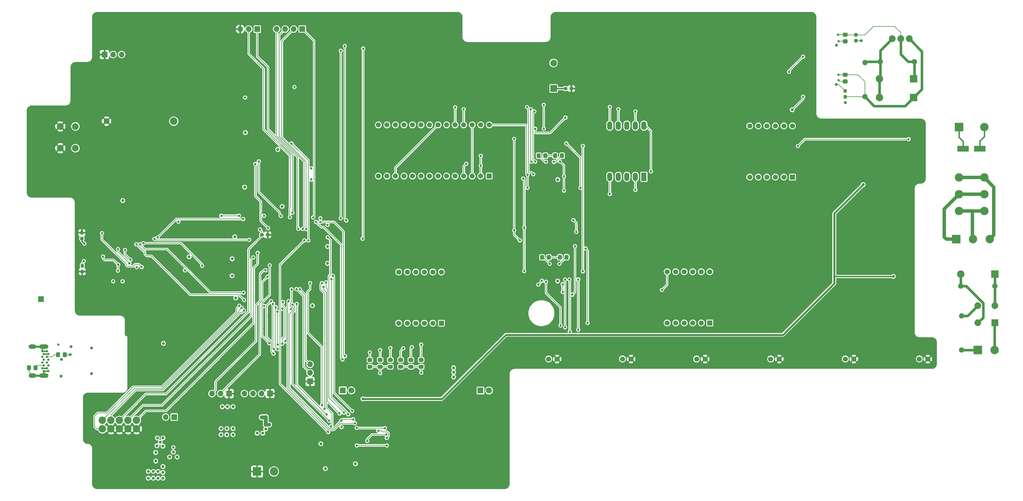
<source format=gbr>
%TF.GenerationSoftware,KiCad,Pcbnew,5.1.10-88a1d61d58~88~ubuntu20.04.1*%
%TF.CreationDate,2021-06-07T10:07:20+07:00*%
%TF.ProjectId,Schema_and_PCB,53636865-6d61-45f6-916e-645f5043422e,v0.1*%
%TF.SameCoordinates,Original*%
%TF.FileFunction,Copper,L4,Bot*%
%TF.FilePolarity,Positive*%
%FSLAX46Y46*%
G04 Gerber Fmt 4.6, Leading zero omitted, Abs format (unit mm)*
G04 Created by KiCad (PCBNEW 5.1.10-88a1d61d58~88~ubuntu20.04.1) date 2021-06-07 10:07:20*
%MOMM*%
%LPD*%
G01*
G04 APERTURE LIST*
%TA.AperFunction,ComponentPad*%
%ADD10C,0.701000*%
%TD*%
%TA.AperFunction,ComponentPad*%
%ADD11O,2.800000X1.300000*%
%TD*%
%TA.AperFunction,ComponentPad*%
%ADD12O,2.300000X1.300000*%
%TD*%
%TA.AperFunction,ComponentPad*%
%ADD13C,2.250000*%
%TD*%
%TA.AperFunction,ComponentPad*%
%ADD14C,1.755000*%
%TD*%
%TA.AperFunction,ComponentPad*%
%ADD15R,1.700000X1.700000*%
%TD*%
%TA.AperFunction,ComponentPad*%
%ADD16C,1.524000*%
%TD*%
%TA.AperFunction,ComponentPad*%
%ADD17C,2.020000*%
%TD*%
%TA.AperFunction,ComponentPad*%
%ADD18O,2.500000X2.500000*%
%TD*%
%TA.AperFunction,ComponentPad*%
%ADD19R,2.500000X2.500000*%
%TD*%
%TA.AperFunction,ComponentPad*%
%ADD20O,2.200000X2.200000*%
%TD*%
%TA.AperFunction,ComponentPad*%
%ADD21R,2.200000X2.200000*%
%TD*%
%TA.AperFunction,ComponentPad*%
%ADD22O,1.600000X1.600000*%
%TD*%
%TA.AperFunction,ComponentPad*%
%ADD23C,1.600000*%
%TD*%
%TA.AperFunction,ComponentPad*%
%ADD24C,2.500000*%
%TD*%
%TA.AperFunction,SMDPad,CuDef*%
%ADD25R,3.500000X1.800000*%
%TD*%
%TA.AperFunction,ComponentPad*%
%ADD26C,1.800000*%
%TD*%
%TA.AperFunction,ComponentPad*%
%ADD27R,1.800000X1.800000*%
%TD*%
%TA.AperFunction,ComponentPad*%
%ADD28C,1.500000*%
%TD*%
%TA.AperFunction,ComponentPad*%
%ADD29R,1.500000X1.500000*%
%TD*%
%TA.AperFunction,ComponentPad*%
%ADD30R,1.524000X2.524000*%
%TD*%
%TA.AperFunction,ComponentPad*%
%ADD31O,1.524000X2.524000*%
%TD*%
%TA.AperFunction,ComponentPad*%
%ADD32O,1.700000X1.700000*%
%TD*%
%TA.AperFunction,ComponentPad*%
%ADD33C,2.200000*%
%TD*%
%TA.AperFunction,ComponentPad*%
%ADD34C,2.000000*%
%TD*%
%TA.AperFunction,ComponentPad*%
%ADD35R,2.000000X2.000000*%
%TD*%
%TA.AperFunction,ComponentPad*%
%ADD36O,2.000000X2.000000*%
%TD*%
%TA.AperFunction,ViaPad*%
%ADD37C,0.900000*%
%TD*%
%TA.AperFunction,ViaPad*%
%ADD38C,0.700000*%
%TD*%
%TA.AperFunction,ViaPad*%
%ADD39C,0.901000*%
%TD*%
%TA.AperFunction,ViaPad*%
%ADD40C,0.701000*%
%TD*%
%TA.AperFunction,Conductor*%
%ADD41C,0.400000*%
%TD*%
%TA.AperFunction,Conductor*%
%ADD42C,0.200000*%
%TD*%
%TA.AperFunction,Conductor*%
%ADD43C,1.000000*%
%TD*%
%TA.AperFunction,Conductor*%
%ADD44C,1.200000*%
%TD*%
%TA.AperFunction,Conductor*%
%ADD45C,0.800000*%
%TD*%
%TA.AperFunction,Conductor*%
%ADD46C,0.150000*%
%TD*%
%TA.AperFunction,Conductor*%
%ADD47C,0.600000*%
%TD*%
%TA.AperFunction,Conductor*%
%ADD48C,0.100000*%
%TD*%
G04 APERTURE END LIST*
D10*
%TO.P,J1,A1*%
%TO.N,/USB/USB_GND*%
X69787200Y-172768000D03*
%TO.P,J1,A4*%
%TO.N,/USB/USB_VBUS*%
X70237200Y-173618000D03*
%TO.P,J1,A5*%
%TO.N,Net-(J1-PadA5)*%
X69787200Y-174468000D03*
%TO.P,J1,A6*%
%TO.N,/USB/USB_D_P*%
X70237200Y-175318000D03*
%TO.P,J1,A7*%
%TO.N,/USB/USB_D_N*%
X69787200Y-176168000D03*
%TO.P,J1,A8*%
%TO.N,Net-(J1-PadA8)*%
X70237200Y-177018000D03*
%TO.P,J1,A9*%
%TO.N,/USB/USB_VBUS*%
X69787200Y-177868000D03*
%TO.P,J1,A12*%
%TO.N,/USB/USB_GND*%
X70237200Y-178718000D03*
%TO.P,J1,B1*%
X68887200Y-178718000D03*
%TO.P,J1,B4*%
%TO.N,/USB/USB_VBUS*%
X68437200Y-177868000D03*
%TO.P,J1,B5*%
%TO.N,Net-(J1-PadB5)*%
X68887200Y-177018000D03*
%TO.P,J1,B6*%
%TO.N,/USB/USB_D_P*%
X68437200Y-176168000D03*
%TO.P,J1,B7*%
%TO.N,/USB/USB_D_N*%
X68887200Y-175318000D03*
%TO.P,J1,B8*%
%TO.N,Net-(J1-PadB8)*%
X68437200Y-174468000D03*
%TO.P,J1,B9*%
%TO.N,/USB/USB_VBUS*%
X68887200Y-173618000D03*
%TO.P,J1,B12*%
%TO.N,/USB/USB_GND*%
X68437200Y-172768000D03*
D11*
%TO.P,J1,P1*%
X68907200Y-171418000D03*
%TO.P,J1,P2*%
X68907200Y-180068000D03*
D12*
%TO.P,J1,P3*%
X65527200Y-180068000D03*
%TO.P,J1,P4*%
X65527200Y-171418000D03*
%TD*%
D13*
%TO.P,BT1,1*%
%TO.N,Net-(BT1-Pad1)*%
X107574100Y-104279700D03*
D14*
%TO.P,BT1,2*%
%TO.N,GNDREF*%
X87574100Y-104279700D03*
%TD*%
D15*
%TO.P,J12,1*%
%TO.N,GNDS*%
X67995800Y-157290000D03*
%TD*%
D16*
%TO.P,SW1,2*%
%TO.N,GNDREF*%
X332207000Y-175115000D03*
%TO.P,SW1,1*%
%TO.N,Net-(R80-Pad2)*%
X329667000Y-175095000D03*
%TD*%
%TO.P,SW2,2*%
%TO.N,GNDREF*%
X310172000Y-175115000D03*
%TO.P,SW2,1*%
%TO.N,Net-(R81-Pad2)*%
X307632000Y-175095000D03*
%TD*%
%TO.P,SW3,2*%
%TO.N,GNDREF*%
X287947000Y-175115000D03*
%TO.P,SW3,1*%
%TO.N,Net-(R82-Pad2)*%
X285407000Y-175095000D03*
%TD*%
%TO.P,SW4,2*%
%TO.N,GNDREF*%
X265874000Y-175115000D03*
%TO.P,SW4,1*%
%TO.N,Net-(R83-Pad2)*%
X263334000Y-175095000D03*
%TD*%
%TO.P,SW5,2*%
%TO.N,GNDREF*%
X243802000Y-175115000D03*
%TO.P,SW5,1*%
%TO.N,Net-(R84-Pad2)*%
X241262000Y-175095000D03*
%TD*%
%TO.P,SW6,2*%
%TO.N,GNDREF*%
X221793000Y-175115000D03*
%TO.P,SW6,1*%
%TO.N,Net-(R85-Pad2)*%
X219253000Y-175095000D03*
%TD*%
D17*
%TO.P,J9,3*%
%TO.N,/Digital_IO_analog_Inputs/COM_ENCODER*%
X321564000Y-79756000D03*
%TO.P,J9,2*%
%TO.N,/Digital_IO_analog_Inputs/ENCODER_IN_B*%
X324104000Y-79756000D03*
%TO.P,J9,1*%
%TO.N,/Digital_IO_analog_Inputs/ENCODER_IN_A*%
X326644000Y-79756000D03*
%TD*%
D18*
%TO.P,RL1,8*%
%TO.N,Net-(D8-Pad2)*%
X349003000Y-106045000D03*
%TO.P,RL1,7*%
%TO.N,Net-(J7-Pad3)*%
X349003000Y-121045000D03*
%TO.P,RL1,6*%
%TO.N,Net-(J7-Pad1)*%
X349003000Y-126045000D03*
%TO.P,RL1,5*%
%TO.N,Net-(J7-Pad2)*%
X349003000Y-131045000D03*
%TO.P,RL1,4*%
X341503000Y-131045000D03*
%TO.P,RL1,3*%
%TO.N,Net-(J7-Pad1)*%
X341503000Y-126045000D03*
%TO.P,RL1,2*%
%TO.N,Net-(J7-Pad3)*%
X341503000Y-121045000D03*
D19*
%TO.P,RL1,1*%
%TO.N,+5V*%
X341503000Y-106045000D03*
%TD*%
D20*
%TO.P,D5,2*%
%TO.N,Net-(C54-Pad2)*%
X341985600Y-149860000D03*
D21*
%TO.P,D5,1*%
%TO.N,Net-(C54-Pad1)*%
X352145600Y-149860000D03*
%TD*%
D20*
%TO.P,D11,2*%
%TO.N,/Digital_IO_analog_Inputs/COM_ENCODER*%
X317754000Y-97282000D03*
D21*
%TO.P,D11,1*%
%TO.N,/Digital_IO_analog_Inputs/ENCODER_IN_A*%
X327914000Y-97282000D03*
%TD*%
D20*
%TO.P,D12,2*%
%TO.N,/Digital_IO_analog_Inputs/COM_ENCODER*%
X317754000Y-91694000D03*
D21*
%TO.P,D12,1*%
%TO.N,/Digital_IO_analog_Inputs/ENCODER_IN_B*%
X327914000Y-91694000D03*
%TD*%
D22*
%TO.P,R23,2*%
%TO.N,Net-(D4-Pad3)*%
X342239600Y-162306000D03*
D23*
%TO.P,R23,1*%
%TO.N,/Digital_IO_analog_Inputs/220V_Phase*%
X342239600Y-172466000D03*
%TD*%
D22*
%TO.P,R27,2*%
%TO.N,Net-(C54-Pad2)*%
X341985600Y-153416000D03*
D23*
%TO.P,R27,1*%
%TO.N,Net-(C54-Pad1)*%
X352145600Y-153416000D03*
%TD*%
D22*
%TO.P,R57,2*%
%TO.N,/Digital_IO_analog_Inputs/COM_ENCODER*%
X313436000Y-86868000D03*
D23*
%TO.P,R57,1*%
%TO.N,/Digital_IO_analog_Inputs/ENCODER_IN_A*%
X313436000Y-97028000D03*
%TD*%
D22*
%TO.P,R61,2*%
%TO.N,/Digital_IO_analog_Inputs/COM_ENCODER*%
X318008000Y-86614000D03*
D23*
%TO.P,R61,1*%
%TO.N,/Digital_IO_analog_Inputs/ENCODER_IN_B*%
X328168000Y-86614000D03*
%TD*%
D24*
%TO.P,J2,2*%
%TO.N,+5V*%
X137410000Y-208610000D03*
D19*
%TO.P,J2,1*%
%TO.N,GNDREF*%
X132410000Y-208610000D03*
%TD*%
D24*
%TO.P,J5,2*%
%TO.N,/Digital_IO_analog_Inputs/LEVEL_SWITCH_AC*%
X352065600Y-172466000D03*
D19*
%TO.P,J5,1*%
%TO.N,/Digital_IO_analog_Inputs/220V_Phase*%
X347065600Y-172466000D03*
%TD*%
D25*
%TO.P,D8,2*%
%TO.N,Net-(D8-Pad2)*%
X347686000Y-112522000D03*
%TO.P,D8,1*%
%TO.N,+5V*%
X342686000Y-112522000D03*
%TD*%
D26*
%TO.P,D1,2*%
%TO.N,Net-(D1-Pad2)*%
X201498000Y-184490000D03*
D27*
%TO.P,D1,1*%
%TO.N,Net-(D1-Pad1)*%
X198958000Y-184490000D03*
%TD*%
D26*
%TO.P,D2,2*%
%TO.N,Net-(D2-Pad2)*%
X160490000Y-184464000D03*
D27*
%TO.P,D2,1*%
%TO.N,Net-(D2-Pad1)*%
X157950000Y-184464000D03*
%TD*%
%TO.P,C61,2*%
%TO.N,GNDREF*%
%TA.AperFunction,SMDPad,CuDef*%
G36*
G01*
X225497100Y-94801700D02*
X225497100Y-94326700D01*
G75*
G02*
X225734600Y-94089200I237500J0D01*
G01*
X226334600Y-94089200D01*
G75*
G02*
X226572100Y-94326700I0J-237500D01*
G01*
X226572100Y-94801700D01*
G75*
G02*
X226334600Y-95039200I-237500J0D01*
G01*
X225734600Y-95039200D01*
G75*
G02*
X225497100Y-94801700I0J237500D01*
G01*
G37*
%TD.AperFunction*%
%TO.P,C61,1*%
%TO.N,+5V*%
%TA.AperFunction,SMDPad,CuDef*%
G36*
G01*
X223772100Y-94801700D02*
X223772100Y-94326700D01*
G75*
G02*
X224009600Y-94089200I237500J0D01*
G01*
X224609600Y-94089200D01*
G75*
G02*
X224847100Y-94326700I0J-237500D01*
G01*
X224847100Y-94801700D01*
G75*
G02*
X224609600Y-95039200I-237500J0D01*
G01*
X224009600Y-95039200D01*
G75*
G02*
X223772100Y-94801700I0J237500D01*
G01*
G37*
%TD.AperFunction*%
%TD*%
%TO.P,C66,2*%
%TO.N,/Digital_IO_analog_Inputs/COM_ENCODER*%
%TA.AperFunction,SMDPad,CuDef*%
G36*
G01*
X307831500Y-95840500D02*
X307356500Y-95840500D01*
G75*
G02*
X307119000Y-95603000I0J237500D01*
G01*
X307119000Y-95003000D01*
G75*
G02*
X307356500Y-94765500I237500J0D01*
G01*
X307831500Y-94765500D01*
G75*
G02*
X308069000Y-95003000I0J-237500D01*
G01*
X308069000Y-95603000D01*
G75*
G02*
X307831500Y-95840500I-237500J0D01*
G01*
G37*
%TD.AperFunction*%
%TO.P,C66,1*%
%TO.N,/Digital_IO_analog_Inputs/ENCODER_IN_A*%
%TA.AperFunction,SMDPad,CuDef*%
G36*
G01*
X307831500Y-97565500D02*
X307356500Y-97565500D01*
G75*
G02*
X307119000Y-97328000I0J237500D01*
G01*
X307119000Y-96728000D01*
G75*
G02*
X307356500Y-96490500I237500J0D01*
G01*
X307831500Y-96490500D01*
G75*
G02*
X308069000Y-96728000I0J-237500D01*
G01*
X308069000Y-97328000D01*
G75*
G02*
X307831500Y-97565500I-237500J0D01*
G01*
G37*
%TD.AperFunction*%
%TD*%
%TO.P,C74,2*%
%TO.N,/Digital_IO_analog_Inputs/COM_ENCODER*%
%TA.AperFunction,SMDPad,CuDef*%
G36*
G01*
X310531500Y-79762400D02*
X311006500Y-79762400D01*
G75*
G02*
X311244000Y-79999900I0J-237500D01*
G01*
X311244000Y-80599900D01*
G75*
G02*
X311006500Y-80837400I-237500J0D01*
G01*
X310531500Y-80837400D01*
G75*
G02*
X310294000Y-80599900I0J237500D01*
G01*
X310294000Y-79999900D01*
G75*
G02*
X310531500Y-79762400I237500J0D01*
G01*
G37*
%TD.AperFunction*%
%TO.P,C74,1*%
%TO.N,/Digital_IO_analog_Inputs/ENCODER_IN_B*%
%TA.AperFunction,SMDPad,CuDef*%
G36*
G01*
X310531500Y-78037400D02*
X311006500Y-78037400D01*
G75*
G02*
X311244000Y-78274900I0J-237500D01*
G01*
X311244000Y-78874900D01*
G75*
G02*
X311006500Y-79112400I-237500J0D01*
G01*
X310531500Y-79112400D01*
G75*
G02*
X310294000Y-78874900I0J237500D01*
G01*
X310294000Y-78274900D01*
G75*
G02*
X310531500Y-78037400I237500J0D01*
G01*
G37*
%TD.AperFunction*%
%TD*%
%TO.P,C90,2*%
%TO.N,GNDREF*%
%TA.AperFunction,SMDPad,CuDef*%
G36*
G01*
X80095080Y-148534000D02*
X80570080Y-148534000D01*
G75*
G02*
X80807580Y-148771500I0J-237500D01*
G01*
X80807580Y-149371500D01*
G75*
G02*
X80570080Y-149609000I-237500J0D01*
G01*
X80095080Y-149609000D01*
G75*
G02*
X79857580Y-149371500I0J237500D01*
G01*
X79857580Y-148771500D01*
G75*
G02*
X80095080Y-148534000I237500J0D01*
G01*
G37*
%TD.AperFunction*%
%TO.P,C90,1*%
%TO.N,/LAN/LAN_PWR*%
%TA.AperFunction,SMDPad,CuDef*%
G36*
G01*
X80095080Y-146809000D02*
X80570080Y-146809000D01*
G75*
G02*
X80807580Y-147046500I0J-237500D01*
G01*
X80807580Y-147646500D01*
G75*
G02*
X80570080Y-147884000I-237500J0D01*
G01*
X80095080Y-147884000D01*
G75*
G02*
X79857580Y-147646500I0J237500D01*
G01*
X79857580Y-147046500D01*
G75*
G02*
X80095080Y-146809000I237500J0D01*
G01*
G37*
%TD.AperFunction*%
%TD*%
%TO.P,C91,2*%
%TO.N,GNDREF*%
%TA.AperFunction,SMDPad,CuDef*%
G36*
G01*
X80450700Y-138040000D02*
X79975700Y-138040000D01*
G75*
G02*
X79738200Y-137802500I0J237500D01*
G01*
X79738200Y-137202500D01*
G75*
G02*
X79975700Y-136965000I237500J0D01*
G01*
X80450700Y-136965000D01*
G75*
G02*
X80688200Y-137202500I0J-237500D01*
G01*
X80688200Y-137802500D01*
G75*
G02*
X80450700Y-138040000I-237500J0D01*
G01*
G37*
%TD.AperFunction*%
%TO.P,C91,1*%
%TO.N,/LAN/LAN_PWR*%
%TA.AperFunction,SMDPad,CuDef*%
G36*
G01*
X80450700Y-139765000D02*
X79975700Y-139765000D01*
G75*
G02*
X79738200Y-139527500I0J237500D01*
G01*
X79738200Y-138927500D01*
G75*
G02*
X79975700Y-138690000I237500J0D01*
G01*
X80450700Y-138690000D01*
G75*
G02*
X80688200Y-138927500I0J-237500D01*
G01*
X80688200Y-139527500D01*
G75*
G02*
X80450700Y-139765000I-237500J0D01*
G01*
G37*
%TD.AperFunction*%
%TD*%
%TO.P,C50,2*%
%TO.N,GNDREF*%
%TA.AperFunction,SMDPad,CuDef*%
G36*
G01*
X135032800Y-138350000D02*
X135032800Y-137875000D01*
G75*
G02*
X135270300Y-137637500I237500J0D01*
G01*
X135870300Y-137637500D01*
G75*
G02*
X136107800Y-137875000I0J-237500D01*
G01*
X136107800Y-138350000D01*
G75*
G02*
X135870300Y-138587500I-237500J0D01*
G01*
X135270300Y-138587500D01*
G75*
G02*
X135032800Y-138350000I0J237500D01*
G01*
G37*
%TD.AperFunction*%
%TO.P,C50,1*%
%TO.N,/Digital_IO_analog_Inputs/ADC3_P*%
%TA.AperFunction,SMDPad,CuDef*%
G36*
G01*
X133307800Y-138350000D02*
X133307800Y-137875000D01*
G75*
G02*
X133545300Y-137637500I237500J0D01*
G01*
X134145300Y-137637500D01*
G75*
G02*
X134382800Y-137875000I0J-237500D01*
G01*
X134382800Y-138350000D01*
G75*
G02*
X134145300Y-138587500I-237500J0D01*
G01*
X133545300Y-138587500D01*
G75*
G02*
X133307800Y-138350000I0J237500D01*
G01*
G37*
%TD.AperFunction*%
%TD*%
D28*
%TO.P,U2,12*%
%TO.N,/Indicator/1C3*%
X187300000Y-149187000D03*
%TO.P,U2,11*%
%TO.N,/Indicator/A1*%
X184760000Y-149187000D03*
%TO.P,U2,10*%
%TO.N,/Indicator/F1*%
X182220000Y-149187000D03*
%TO.P,U2,9*%
%TO.N,/Indicator/1C2*%
X179680000Y-149187000D03*
%TO.P,U2,8*%
%TO.N,/Indicator/1C1*%
X177140000Y-149187000D03*
%TO.P,U2,7*%
%TO.N,/Indicator/B1*%
X174600000Y-149187000D03*
%TO.P,U2,6*%
%TO.N,/Indicator/1C0*%
X174600000Y-164427000D03*
%TO.P,U2,5*%
%TO.N,/Indicator/G1*%
X177140000Y-164427000D03*
%TO.P,U2,4*%
%TO.N,/Indicator/C1*%
X179680000Y-164427000D03*
%TO.P,U2,3*%
%TO.N,/Indicator/DP1*%
X182220000Y-164427000D03*
%TO.P,U2,2*%
%TO.N,/Indicator/D1*%
X184760000Y-164427000D03*
D29*
%TO.P,U2,1*%
%TO.N,/Indicator/E1*%
X187300000Y-164427000D03*
%TD*%
D28*
%TO.P,U1,12*%
%TO.N,/Indicator/1C7*%
X267259000Y-149123000D03*
%TO.P,U1,11*%
%TO.N,/Indicator/A1*%
X264719000Y-149123000D03*
%TO.P,U1,10*%
%TO.N,/Indicator/F1*%
X262179000Y-149123000D03*
%TO.P,U1,9*%
%TO.N,/Indicator/1C6*%
X259639000Y-149123000D03*
%TO.P,U1,8*%
%TO.N,/Indicator/1C5*%
X257099000Y-149123000D03*
%TO.P,U1,7*%
%TO.N,/Indicator/B1*%
X254559000Y-149123000D03*
%TO.P,U1,6*%
%TO.N,/Indicator/1C4*%
X254559000Y-164363000D03*
%TO.P,U1,5*%
%TO.N,/Indicator/G1*%
X257099000Y-164363000D03*
%TO.P,U1,4*%
%TO.N,/Indicator/C1*%
X259639000Y-164363000D03*
%TO.P,U1,3*%
%TO.N,/Indicator/DP1*%
X262179000Y-164363000D03*
%TO.P,U1,2*%
%TO.N,/Indicator/D1*%
X264719000Y-164363000D03*
D29*
%TO.P,U1,1*%
%TO.N,/Indicator/E1*%
X267259000Y-164363000D03*
%TD*%
D28*
%TO.P,U7,12*%
%TO.N,/Indicator/2C7*%
X291879000Y-105702000D03*
%TO.P,U7,11*%
%TO.N,/Indicator/A2*%
X289339000Y-105702000D03*
%TO.P,U7,10*%
%TO.N,/Indicator/F2*%
X286799000Y-105702000D03*
%TO.P,U7,9*%
%TO.N,/Indicator/2C6*%
X284259000Y-105702000D03*
%TO.P,U7,8*%
%TO.N,/Indicator/2C5*%
X281719000Y-105702000D03*
%TO.P,U7,7*%
%TO.N,/Indicator/B2*%
X279179000Y-105702000D03*
%TO.P,U7,6*%
%TO.N,/Indicator/2C4*%
X279179000Y-120942000D03*
%TO.P,U7,5*%
%TO.N,/Indicator/G2*%
X281719000Y-120942000D03*
%TO.P,U7,4*%
%TO.N,/Indicator/C2*%
X284259000Y-120942000D03*
%TO.P,U7,3*%
%TO.N,/Indicator/DP2*%
X286799000Y-120942000D03*
%TO.P,U7,2*%
%TO.N,/Indicator/D2*%
X289339000Y-120942000D03*
D29*
%TO.P,U7,1*%
%TO.N,/Indicator/E2*%
X291879000Y-120942000D03*
%TD*%
D30*
%TO.P,U5,1*%
%TO.N,/Indicator/E2*%
X247637000Y-120840000D03*
D31*
%TO.P,U5,2*%
%TO.N,/Indicator/D2*%
X245097000Y-120840000D03*
%TO.P,U5,3*%
%TO.N,/Indicator/2C3*%
X242557000Y-120840000D03*
%TO.P,U5,4*%
%TO.N,/Indicator/C2*%
X240017000Y-120840000D03*
%TO.P,U5,5*%
%TO.N,/Indicator/DP2*%
X237477000Y-120840000D03*
%TO.P,U5,6*%
%TO.N,/Indicator/B2*%
X237477000Y-105600000D03*
%TO.P,U5,7*%
%TO.N,/Indicator/A2*%
X240017000Y-105600000D03*
%TO.P,U5,8*%
%TO.N,/Indicator/2C3*%
X242557000Y-105600000D03*
%TO.P,U5,9*%
%TO.N,/Indicator/F2*%
X245097000Y-105600000D03*
%TO.P,U5,10*%
%TO.N,/Indicator/G2*%
X247637000Y-105600000D03*
%TD*%
D28*
%TO.P,U4,15*%
%TO.N,/Indicator/B2*%
X168548000Y-105397000D03*
%TO.P,U4,14*%
%TO.N,/Indicator/DP2*%
X168548000Y-120637000D03*
%TO.P,U4,16*%
%TO.N,/Indicator/A2*%
X171088000Y-105397000D03*
%TO.P,U4,13*%
%TO.N,/Indicator/C2*%
X171088000Y-120637000D03*
%TO.P,U4,12*%
%TO.N,/Indicator/G2*%
X173628000Y-120637000D03*
%TO.P,U4,17*%
%TO.N,/Indicator/F2*%
X173628000Y-105397000D03*
%TO.P,U4,11*%
%TO.N,/Indicator/D2*%
X176168000Y-120637000D03*
%TO.P,U4,18*%
%TO.N,/Indicator/2C0*%
X176168000Y-105397000D03*
%TO.P,U4,19*%
%TO.N,/Indicator/2C1*%
X178708000Y-105397000D03*
%TO.P,U4,10*%
%TO.N,/Indicator/E2*%
X178708000Y-120637000D03*
%TO.P,U4,28*%
%TO.N,/Indicator/G2*%
X201568000Y-105397000D03*
%TO.P,U4,27*%
%TO.N,/Indicator/F2*%
X199028000Y-105397000D03*
%TO.P,U4,26*%
%TO.N,/Indicator/2C2*%
X196488000Y-105397000D03*
%TO.P,U4,25*%
%TO.N,/Indicator/A2*%
X193948000Y-105397000D03*
%TO.P,U4,24*%
%TO.N,/Indicator/B2*%
X191408000Y-105397000D03*
%TO.P,U4,23*%
%TO.N,/Indicator/F2*%
X188868000Y-105397000D03*
%TO.P,U4,22*%
%TO.N,/Indicator/G2*%
X186328000Y-105397000D03*
%TO.P,U4,21*%
%TO.N,/Indicator/A2*%
X183788000Y-105397000D03*
%TO.P,U4,20*%
%TO.N,/Indicator/B2*%
X181248000Y-105397000D03*
%TO.P,U4,9*%
%TO.N,/Indicator/DP2*%
X181248000Y-120637000D03*
%TO.P,U4,8*%
%TO.N,/Indicator/C2*%
X183788000Y-120637000D03*
%TO.P,U4,7*%
%TO.N,/Indicator/D2*%
X186328000Y-120637000D03*
%TO.P,U4,6*%
%TO.N,/Indicator/E2*%
X188868000Y-120637000D03*
%TO.P,U4,5*%
%TO.N,/Indicator/DP2*%
X191408000Y-120637000D03*
%TO.P,U4,4*%
%TO.N,/Indicator/C2*%
X193948000Y-120637000D03*
%TO.P,U4,3*%
%TO.N,/Indicator/2C2*%
X196488000Y-120637000D03*
%TO.P,U4,2*%
%TO.N,/Indicator/D2*%
X199028000Y-120637000D03*
D29*
%TO.P,U4,1*%
%TO.N,/Indicator/E2*%
X201568000Y-120637000D03*
%TD*%
%TO.P,R56,2*%
%TO.N,Net-(R56-Pad2)*%
%TA.AperFunction,SMDPad,CuDef*%
G36*
G01*
X307143999Y-91856000D02*
X308044001Y-91856000D01*
G75*
G02*
X308294000Y-92105999I0J-249999D01*
G01*
X308294000Y-92806001D01*
G75*
G02*
X308044001Y-93056000I-249999J0D01*
G01*
X307143999Y-93056000D01*
G75*
G02*
X306894000Y-92806001I0J249999D01*
G01*
X306894000Y-92105999D01*
G75*
G02*
X307143999Y-91856000I249999J0D01*
G01*
G37*
%TD.AperFunction*%
%TO.P,R56,1*%
%TO.N,/Digital_IO_analog_Inputs/ENCODER_IN_A*%
%TA.AperFunction,SMDPad,CuDef*%
G36*
G01*
X307143999Y-89856000D02*
X308044001Y-89856000D01*
G75*
G02*
X308294000Y-90105999I0J-249999D01*
G01*
X308294000Y-90806001D01*
G75*
G02*
X308044001Y-91056000I-249999J0D01*
G01*
X307143999Y-91056000D01*
G75*
G02*
X306894000Y-90806001I0J249999D01*
G01*
X306894000Y-90105999D01*
G75*
G02*
X307143999Y-89856000I249999J0D01*
G01*
G37*
%TD.AperFunction*%
%TD*%
%TO.P,R3,2*%
%TO.N,Net-(R3-Pad2)*%
%TA.AperFunction,SMDPad,CuDef*%
G36*
G01*
X223196200Y-144355399D02*
X223196200Y-145255401D01*
G75*
G02*
X222946201Y-145505400I-249999J0D01*
G01*
X222246199Y-145505400D01*
G75*
G02*
X221996200Y-145255401I0J249999D01*
G01*
X221996200Y-144355399D01*
G75*
G02*
X222246199Y-144105400I249999J0D01*
G01*
X222946201Y-144105400D01*
G75*
G02*
X223196200Y-144355399I0J-249999D01*
G01*
G37*
%TD.AperFunction*%
%TO.P,R3,1*%
%TO.N,+5V*%
%TA.AperFunction,SMDPad,CuDef*%
G36*
G01*
X225196200Y-144355399D02*
X225196200Y-145255401D01*
G75*
G02*
X224946201Y-145505400I-249999J0D01*
G01*
X224246199Y-145505400D01*
G75*
G02*
X223996200Y-145255401I0J249999D01*
G01*
X223996200Y-144355399D01*
G75*
G02*
X224246199Y-144105400I249999J0D01*
G01*
X224946201Y-144105400D01*
G75*
G02*
X225196200Y-144355399I0J-249999D01*
G01*
G37*
%TD.AperFunction*%
%TD*%
%TO.P,R6,2*%
%TO.N,Net-(R6-Pad2)*%
%TA.AperFunction,SMDPad,CuDef*%
G36*
G01*
X217884600Y-144368199D02*
X217884600Y-145268201D01*
G75*
G02*
X217634601Y-145518200I-249999J0D01*
G01*
X216934599Y-145518200D01*
G75*
G02*
X216684600Y-145268201I0J249999D01*
G01*
X216684600Y-144368199D01*
G75*
G02*
X216934599Y-144118200I249999J0D01*
G01*
X217634601Y-144118200D01*
G75*
G02*
X217884600Y-144368199I0J-249999D01*
G01*
G37*
%TD.AperFunction*%
%TO.P,R6,1*%
%TO.N,Net-(R3-Pad2)*%
%TA.AperFunction,SMDPad,CuDef*%
G36*
G01*
X219884600Y-144368199D02*
X219884600Y-145268201D01*
G75*
G02*
X219634601Y-145518200I-249999J0D01*
G01*
X218934599Y-145518200D01*
G75*
G02*
X218684600Y-145268201I0J249999D01*
G01*
X218684600Y-144368199D01*
G75*
G02*
X218934599Y-144118200I249999J0D01*
G01*
X219634601Y-144118200D01*
G75*
G02*
X219884600Y-144368199I0J-249999D01*
G01*
G37*
%TD.AperFunction*%
%TD*%
%TO.P,R7,2*%
%TO.N,Net-(R7-Pad2)*%
%TA.AperFunction,SMDPad,CuDef*%
G36*
G01*
X221808600Y-114103999D02*
X221808600Y-115004001D01*
G75*
G02*
X221558601Y-115254000I-249999J0D01*
G01*
X220858599Y-115254000D01*
G75*
G02*
X220608600Y-115004001I0J249999D01*
G01*
X220608600Y-114103999D01*
G75*
G02*
X220858599Y-113854000I249999J0D01*
G01*
X221558601Y-113854000D01*
G75*
G02*
X221808600Y-114103999I0J-249999D01*
G01*
G37*
%TD.AperFunction*%
%TO.P,R7,1*%
%TO.N,+5V*%
%TA.AperFunction,SMDPad,CuDef*%
G36*
G01*
X223808600Y-114103999D02*
X223808600Y-115004001D01*
G75*
G02*
X223558601Y-115254000I-249999J0D01*
G01*
X222858599Y-115254000D01*
G75*
G02*
X222608600Y-115004001I0J249999D01*
G01*
X222608600Y-114103999D01*
G75*
G02*
X222858599Y-113854000I249999J0D01*
G01*
X223558601Y-113854000D01*
G75*
G02*
X223808600Y-114103999I0J-249999D01*
G01*
G37*
%TD.AperFunction*%
%TD*%
%TO.P,R8,2*%
%TO.N,Net-(R8-Pad2)*%
%TA.AperFunction,SMDPad,CuDef*%
G36*
G01*
X216868400Y-114103999D02*
X216868400Y-115004001D01*
G75*
G02*
X216618401Y-115254000I-249999J0D01*
G01*
X215918399Y-115254000D01*
G75*
G02*
X215668400Y-115004001I0J249999D01*
G01*
X215668400Y-114103999D01*
G75*
G02*
X215918399Y-113854000I249999J0D01*
G01*
X216618401Y-113854000D01*
G75*
G02*
X216868400Y-114103999I0J-249999D01*
G01*
G37*
%TD.AperFunction*%
%TO.P,R8,1*%
%TO.N,Net-(R7-Pad2)*%
%TA.AperFunction,SMDPad,CuDef*%
G36*
G01*
X218868400Y-114103999D02*
X218868400Y-115004001D01*
G75*
G02*
X218618401Y-115254000I-249999J0D01*
G01*
X217918399Y-115254000D01*
G75*
G02*
X217668400Y-115004001I0J249999D01*
G01*
X217668400Y-114103999D01*
G75*
G02*
X217918399Y-113854000I249999J0D01*
G01*
X218618401Y-113854000D01*
G75*
G02*
X218868400Y-114103999I0J-249999D01*
G01*
G37*
%TD.AperFunction*%
%TD*%
%TO.P,R14,2*%
%TO.N,/USB/USB_GND*%
%TA.AperFunction,SMDPad,CuDef*%
G36*
G01*
X74517200Y-174275001D02*
X74517200Y-173374999D01*
G75*
G02*
X74767199Y-173125000I249999J0D01*
G01*
X75467201Y-173125000D01*
G75*
G02*
X75717200Y-173374999I0J-249999D01*
G01*
X75717200Y-174275001D01*
G75*
G02*
X75467201Y-174525000I-249999J0D01*
G01*
X74767199Y-174525000D01*
G75*
G02*
X74517200Y-174275001I0J249999D01*
G01*
G37*
%TD.AperFunction*%
%TO.P,R14,1*%
%TO.N,Net-(J1-PadA5)*%
%TA.AperFunction,SMDPad,CuDef*%
G36*
G01*
X72517200Y-174275001D02*
X72517200Y-173374999D01*
G75*
G02*
X72767199Y-173125000I249999J0D01*
G01*
X73467201Y-173125000D01*
G75*
G02*
X73717200Y-173374999I0J-249999D01*
G01*
X73717200Y-174275001D01*
G75*
G02*
X73467201Y-174525000I-249999J0D01*
G01*
X72767199Y-174525000D01*
G75*
G02*
X72517200Y-174275001I0J249999D01*
G01*
G37*
%TD.AperFunction*%
%TD*%
%TO.P,R15,2*%
%TO.N,/USB/USB_GND*%
%TA.AperFunction,SMDPad,CuDef*%
G36*
G01*
X65039800Y-177247999D02*
X65039800Y-178148001D01*
G75*
G02*
X64789801Y-178398000I-249999J0D01*
G01*
X64089799Y-178398000D01*
G75*
G02*
X63839800Y-178148001I0J249999D01*
G01*
X63839800Y-177247999D01*
G75*
G02*
X64089799Y-176998000I249999J0D01*
G01*
X64789801Y-176998000D01*
G75*
G02*
X65039800Y-177247999I0J-249999D01*
G01*
G37*
%TD.AperFunction*%
%TO.P,R15,1*%
%TO.N,Net-(J1-PadB5)*%
%TA.AperFunction,SMDPad,CuDef*%
G36*
G01*
X67039800Y-177247999D02*
X67039800Y-178148001D01*
G75*
G02*
X66789801Y-178398000I-249999J0D01*
G01*
X66089799Y-178398000D01*
G75*
G02*
X65839800Y-178148001I0J249999D01*
G01*
X65839800Y-177247999D01*
G75*
G02*
X66089799Y-176998000I249999J0D01*
G01*
X66789801Y-176998000D01*
G75*
G02*
X67039800Y-177247999I0J-249999D01*
G01*
G37*
%TD.AperFunction*%
%TD*%
%TO.P,R60,2*%
%TO.N,Net-(R60-Pad2)*%
%TA.AperFunction,SMDPad,CuDef*%
G36*
G01*
X307143999Y-79918000D02*
X308044001Y-79918000D01*
G75*
G02*
X308294000Y-80167999I0J-249999D01*
G01*
X308294000Y-80868001D01*
G75*
G02*
X308044001Y-81118000I-249999J0D01*
G01*
X307143999Y-81118000D01*
G75*
G02*
X306894000Y-80868001I0J249999D01*
G01*
X306894000Y-80167999D01*
G75*
G02*
X307143999Y-79918000I249999J0D01*
G01*
G37*
%TD.AperFunction*%
%TO.P,R60,1*%
%TO.N,/Digital_IO_analog_Inputs/ENCODER_IN_B*%
%TA.AperFunction,SMDPad,CuDef*%
G36*
G01*
X307143999Y-77918000D02*
X308044001Y-77918000D01*
G75*
G02*
X308294000Y-78167999I0J-249999D01*
G01*
X308294000Y-78868001D01*
G75*
G02*
X308044001Y-79118000I-249999J0D01*
G01*
X307143999Y-79118000D01*
G75*
G02*
X306894000Y-78868001I0J249999D01*
G01*
X306894000Y-78167999D01*
G75*
G02*
X307143999Y-77918000I249999J0D01*
G01*
G37*
%TD.AperFunction*%
%TD*%
%TO.P,R74,2*%
%TO.N,/Buttons/Button_Plus*%
%TA.AperFunction,SMDPad,CuDef*%
G36*
G01*
X166451701Y-175993600D02*
X165551699Y-175993600D01*
G75*
G02*
X165301700Y-175743601I0J249999D01*
G01*
X165301700Y-175043599D01*
G75*
G02*
X165551699Y-174793600I249999J0D01*
G01*
X166451701Y-174793600D01*
G75*
G02*
X166701700Y-175043599I0J-249999D01*
G01*
X166701700Y-175743601D01*
G75*
G02*
X166451701Y-175993600I-249999J0D01*
G01*
G37*
%TD.AperFunction*%
%TO.P,R74,1*%
%TO.N,VDD_MCU*%
%TA.AperFunction,SMDPad,CuDef*%
G36*
G01*
X166451701Y-177993600D02*
X165551699Y-177993600D01*
G75*
G02*
X165301700Y-177743601I0J249999D01*
G01*
X165301700Y-177043599D01*
G75*
G02*
X165551699Y-176793600I249999J0D01*
G01*
X166451701Y-176793600D01*
G75*
G02*
X166701700Y-177043599I0J-249999D01*
G01*
X166701700Y-177743601D01*
G75*
G02*
X166451701Y-177993600I-249999J0D01*
G01*
G37*
%TD.AperFunction*%
%TD*%
%TO.P,R75,2*%
%TO.N,/Buttons/Button_Minus*%
%TA.AperFunction,SMDPad,CuDef*%
G36*
G01*
X169507321Y-175993600D02*
X168607319Y-175993600D01*
G75*
G02*
X168357320Y-175743601I0J249999D01*
G01*
X168357320Y-175043599D01*
G75*
G02*
X168607319Y-174793600I249999J0D01*
G01*
X169507321Y-174793600D01*
G75*
G02*
X169757320Y-175043599I0J-249999D01*
G01*
X169757320Y-175743601D01*
G75*
G02*
X169507321Y-175993600I-249999J0D01*
G01*
G37*
%TD.AperFunction*%
%TO.P,R75,1*%
%TO.N,VDD_MCU*%
%TA.AperFunction,SMDPad,CuDef*%
G36*
G01*
X169507321Y-177993600D02*
X168607319Y-177993600D01*
G75*
G02*
X168357320Y-177743601I0J249999D01*
G01*
X168357320Y-177043599D01*
G75*
G02*
X168607319Y-176793600I249999J0D01*
G01*
X169507321Y-176793600D01*
G75*
G02*
X169757320Y-177043599I0J-249999D01*
G01*
X169757320Y-177743601D01*
G75*
G02*
X169507321Y-177993600I-249999J0D01*
G01*
G37*
%TD.AperFunction*%
%TD*%
%TO.P,R76,2*%
%TO.N,/Buttons/Button_Emh*%
%TA.AperFunction,SMDPad,CuDef*%
G36*
G01*
X181729801Y-175993600D02*
X180829799Y-175993600D01*
G75*
G02*
X180579800Y-175743601I0J249999D01*
G01*
X180579800Y-175043599D01*
G75*
G02*
X180829799Y-174793600I249999J0D01*
G01*
X181729801Y-174793600D01*
G75*
G02*
X181979800Y-175043599I0J-249999D01*
G01*
X181979800Y-175743601D01*
G75*
G02*
X181729801Y-175993600I-249999J0D01*
G01*
G37*
%TD.AperFunction*%
%TO.P,R76,1*%
%TO.N,VDD_MCU*%
%TA.AperFunction,SMDPad,CuDef*%
G36*
G01*
X181729801Y-177993600D02*
X180829799Y-177993600D01*
G75*
G02*
X180579800Y-177743601I0J249999D01*
G01*
X180579800Y-177043599D01*
G75*
G02*
X180829799Y-176793600I249999J0D01*
G01*
X181729801Y-176793600D01*
G75*
G02*
X181979800Y-177043599I0J-249999D01*
G01*
X181979800Y-177743601D01*
G75*
G02*
X181729801Y-177993600I-249999J0D01*
G01*
G37*
%TD.AperFunction*%
%TD*%
%TO.P,R77,2*%
%TO.N,/Buttons/Button_Clock*%
%TA.AperFunction,SMDPad,CuDef*%
G36*
G01*
X178674181Y-175993600D02*
X177774179Y-175993600D01*
G75*
G02*
X177524180Y-175743601I0J249999D01*
G01*
X177524180Y-175043599D01*
G75*
G02*
X177774179Y-174793600I249999J0D01*
G01*
X178674181Y-174793600D01*
G75*
G02*
X178924180Y-175043599I0J-249999D01*
G01*
X178924180Y-175743601D01*
G75*
G02*
X178674181Y-175993600I-249999J0D01*
G01*
G37*
%TD.AperFunction*%
%TO.P,R77,1*%
%TO.N,VDD_MCU*%
%TA.AperFunction,SMDPad,CuDef*%
G36*
G01*
X178674181Y-177993600D02*
X177774179Y-177993600D01*
G75*
G02*
X177524180Y-177743601I0J249999D01*
G01*
X177524180Y-177043599D01*
G75*
G02*
X177774179Y-176793600I249999J0D01*
G01*
X178674181Y-176793600D01*
G75*
G02*
X178924180Y-177043599I0J-249999D01*
G01*
X178924180Y-177743601D01*
G75*
G02*
X178674181Y-177993600I-249999J0D01*
G01*
G37*
%TD.AperFunction*%
%TD*%
%TO.P,R78,2*%
%TO.N,/Buttons/Button_pH*%
%TA.AperFunction,SMDPad,CuDef*%
G36*
G01*
X175618561Y-175993600D02*
X174718559Y-175993600D01*
G75*
G02*
X174468560Y-175743601I0J249999D01*
G01*
X174468560Y-175043599D01*
G75*
G02*
X174718559Y-174793600I249999J0D01*
G01*
X175618561Y-174793600D01*
G75*
G02*
X175868560Y-175043599I0J-249999D01*
G01*
X175868560Y-175743601D01*
G75*
G02*
X175618561Y-175993600I-249999J0D01*
G01*
G37*
%TD.AperFunction*%
%TO.P,R78,1*%
%TO.N,VDD_MCU*%
%TA.AperFunction,SMDPad,CuDef*%
G36*
G01*
X175618561Y-177993600D02*
X174718559Y-177993600D01*
G75*
G02*
X174468560Y-177743601I0J249999D01*
G01*
X174468560Y-177043599D01*
G75*
G02*
X174718559Y-176793600I249999J0D01*
G01*
X175618561Y-176793600D01*
G75*
G02*
X175868560Y-177043599I0J-249999D01*
G01*
X175868560Y-177743601D01*
G75*
G02*
X175618561Y-177993600I-249999J0D01*
G01*
G37*
%TD.AperFunction*%
%TD*%
%TO.P,R79,2*%
%TO.N,/Buttons/Button_Func*%
%TA.AperFunction,SMDPad,CuDef*%
G36*
G01*
X172562941Y-175993600D02*
X171662939Y-175993600D01*
G75*
G02*
X171412940Y-175743601I0J249999D01*
G01*
X171412940Y-175043599D01*
G75*
G02*
X171662939Y-174793600I249999J0D01*
G01*
X172562941Y-174793600D01*
G75*
G02*
X172812940Y-175043599I0J-249999D01*
G01*
X172812940Y-175743601D01*
G75*
G02*
X172562941Y-175993600I-249999J0D01*
G01*
G37*
%TD.AperFunction*%
%TO.P,R79,1*%
%TO.N,VDD_MCU*%
%TA.AperFunction,SMDPad,CuDef*%
G36*
G01*
X172562941Y-177993600D02*
X171662939Y-177993600D01*
G75*
G02*
X171412940Y-177743601I0J249999D01*
G01*
X171412940Y-177043599D01*
G75*
G02*
X171662939Y-176793600I249999J0D01*
G01*
X172562941Y-176793600D01*
G75*
G02*
X172812940Y-177043599I0J-249999D01*
G01*
X172812940Y-177743601D01*
G75*
G02*
X172562941Y-177993600I-249999J0D01*
G01*
G37*
%TD.AperFunction*%
%TD*%
D32*
%TO.P,JP2,2*%
%TO.N,VDD_PER*%
X105181400Y-192379600D03*
D15*
%TO.P,JP2,1*%
%TO.N,VDD_MCU*%
X107721400Y-192379600D03*
%TD*%
D33*
%TO.P,J3,10*%
%TO.N,/Digital_IO_analog_Inputs/A_CH3_FAULT*%
X86334600Y-193370200D03*
%TO.P,J3,9*%
%TO.N,/Digital_IO_analog_Inputs/A_CH2_FAULT*%
X86334600Y-195910200D03*
%TO.P,J3,8*%
%TO.N,/Digital_IO_analog_Inputs/A_CH1_FAULT*%
X88874600Y-193370200D03*
%TO.P,J3,7*%
%TO.N,GNDREF*%
X88874600Y-195910200D03*
%TO.P,J3,6*%
%TO.N,/Digital_IO_analog_Inputs/ADC3_P*%
X91414600Y-193370200D03*
%TO.P,J3,5*%
%TO.N,GNDREF*%
X91414600Y-195910200D03*
%TO.P,J3,4*%
%TO.N,/Digital_IO_analog_Inputs/ADC2_P*%
X93954600Y-193370200D03*
%TO.P,J3,3*%
%TO.N,GNDREF*%
X93954600Y-195910200D03*
%TO.P,J3,2*%
%TO.N,/Digital_IO_analog_Inputs/ADC1_P*%
X96494600Y-193370200D03*
%TO.P,J3,1*%
%TO.N,GNDREF*%
X96494600Y-195910200D03*
%TD*%
D34*
%TO.P,SW7,1*%
%TO.N,NRST*%
X78295500Y-112341800D03*
%TO.P,SW7,2*%
%TO.N,GNDREF*%
X73795500Y-112341800D03*
%TO.P,SW7,1*%
%TO.N,NRST*%
X78295500Y-105841800D03*
%TO.P,SW7,2*%
%TO.N,GNDREF*%
X73795500Y-105841800D03*
%TD*%
D32*
%TO.P,JP3,3*%
%TO.N,VDD_MCU*%
X92049600Y-84442300D03*
%TO.P,JP3,2*%
%TO.N,Net-(JP3-Pad2)*%
X89509600Y-84442300D03*
D15*
%TO.P,JP3,1*%
%TO.N,GNDREF*%
X86969600Y-84442300D03*
%TD*%
D32*
%TO.P,J16,4*%
%TO.N,/Microcontroller/SWO*%
X128625600Y-185394600D03*
%TO.P,J16,3*%
%TO.N,/Microcontroller/SWDIO*%
X131165600Y-185394600D03*
%TO.P,J16,2*%
%TO.N,/Microcontroller/SWCLK*%
X133705600Y-185394600D03*
D15*
%TO.P,J16,1*%
%TO.N,GNDREF*%
X136245600Y-185394600D03*
%TD*%
D32*
%TO.P,J17,4*%
%TO.N,/Microcontroller/SPI4_MOSI*%
X138252200Y-76860400D03*
%TO.P,J17,3*%
%TO.N,/Microcontroller/SPI4_MISO*%
X140792200Y-76860400D03*
%TO.P,J17,2*%
%TO.N,/Microcontroller/SPI4_NSS*%
X143332200Y-76860400D03*
D15*
%TO.P,J17,1*%
%TO.N,/Microcontroller/SPI4_SCK*%
X145872200Y-76860400D03*
%TD*%
D32*
%TO.P,J13,3*%
%TO.N,GNDREF*%
X127381000Y-76873100D03*
%TO.P,J13,2*%
%TO.N,/Microcontroller/I2C2_SCL*%
X129921000Y-76873100D03*
D15*
%TO.P,J13,1*%
%TO.N,/Microcontroller/I2C2_SDA*%
X132461000Y-76873100D03*
%TD*%
D32*
%TO.P,J14,3*%
%TO.N,/Microcontroller/BOOT0_RX*%
X148196300Y-176695100D03*
%TO.P,J14,2*%
%TO.N,/Microcontroller/BOOT0_TX*%
X148196300Y-179235100D03*
D15*
%TO.P,J14,1*%
%TO.N,GNDREF*%
X148196300Y-181775100D03*
%TD*%
D32*
%TO.P,J15,3*%
%TO.N,/Microcontroller/USART2_RX*%
X118986300Y-185407300D03*
%TO.P,J15,2*%
%TO.N,/Microcontroller/USART2_TX*%
X121526300Y-185407300D03*
D15*
%TO.P,J15,1*%
%TO.N,GNDREF*%
X124066300Y-185407300D03*
%TD*%
D35*
%TO.P,D4,1*%
%TO.N,/Digital_IO_analog_Inputs/LEVEL_SWITCH_AC*%
X352145600Y-164338000D03*
D36*
%TO.P,D4,3*%
%TO.N,Net-(D4-Pad3)*%
X347065600Y-159258000D03*
%TO.P,D4,2*%
%TO.N,Net-(C54-Pad1)*%
X352145600Y-159258000D03*
%TO.P,D4,4*%
%TO.N,Net-(C54-Pad2)*%
X347065600Y-164338000D03*
%TD*%
D34*
%TO.P,LS1,2*%
%TO.N,Net-(LS1-Pad2)*%
X220726000Y-86964200D03*
D35*
%TO.P,LS1,1*%
%TO.N,+5V*%
X220726000Y-94564200D03*
%TD*%
D19*
%TO.P,J7,1*%
%TO.N,Net-(J7-Pad1)*%
X340614000Y-139446000D03*
D24*
%TO.P,J7,2*%
%TO.N,Net-(J7-Pad2)*%
X345614000Y-139446000D03*
%TO.P,J7,3*%
%TO.N,Net-(J7-Pad3)*%
X350614000Y-139446000D03*
%TD*%
D37*
%TO.N,GNDREF*%
X127574040Y-193697860D03*
D38*
X98107500Y-143471900D03*
X99707500Y-143471900D03*
X98107500Y-145071900D03*
X99707500Y-145071900D03*
D39*
X90220800Y-134378700D03*
D40*
X102158800Y-156248100D03*
D39*
X103428800Y-152006300D03*
X111252000Y-143548100D03*
D37*
X97205800Y-179781200D03*
X98069400Y-170789600D03*
X96774000Y-164033200D03*
D39*
X96012000Y-127939800D03*
X96088200Y-134366000D03*
X96240600Y-152044400D03*
D38*
X147320000Y-154000200D03*
X133832600Y-116967000D03*
X138988800Y-116967000D03*
D37*
X155117800Y-146608800D03*
X148910000Y-160957300D03*
X121920000Y-156921200D03*
X121767600Y-153593800D03*
D39*
X121767600Y-148996400D03*
X121843800Y-143967200D03*
D38*
X121894600Y-141605000D03*
D39*
X121894600Y-146532600D03*
D38*
X187198000Y-207594200D03*
X183057800Y-207594200D03*
X176834800Y-204673200D03*
X174040800Y-201904600D03*
D37*
X168503600Y-185877200D03*
X165023800Y-183032400D03*
X166700200Y-192887600D03*
X157556200Y-200634600D03*
D38*
X173964600Y-194665600D03*
X162077400Y-199059800D03*
D37*
X167436800Y-198475600D03*
X172897800Y-180797200D03*
X151434800Y-202057000D03*
X133477000Y-194691000D03*
X129286000Y-196672200D03*
X125501400Y-201422000D03*
X98473260Y-204866240D03*
X140335000Y-194411600D03*
D39*
X126873000Y-131165600D03*
D37*
X127076200Y-127558800D03*
D38*
X134645400Y-128092200D03*
X137185400Y-115925600D03*
X130581400Y-97256600D03*
D37*
X130657300Y-107696300D03*
D38*
X153365200Y-127609600D03*
X153365200Y-130860800D03*
X216357200Y-172618400D03*
X238810800Y-172618400D03*
X260350000Y-172516800D03*
X305054000Y-172466000D03*
X326999600Y-172516800D03*
X282651200Y-172567600D03*
D37*
X330504800Y-113487200D03*
D39*
X296621200Y-84480400D03*
X297027600Y-96469200D03*
D37*
X320192400Y-123190000D03*
X323646800Y-154381200D03*
X327202800Y-154381200D03*
X224180400Y-137261600D03*
D38*
X187655200Y-190677800D03*
D37*
X227863400Y-94564200D03*
D38*
X207645000Y-93903800D03*
D37*
X222885000Y-106527600D03*
X216535000Y-106527600D03*
X217297000Y-122453400D03*
D38*
X154609800Y-121589800D03*
X154609800Y-118364000D03*
X137096500Y-138099800D03*
X140347700Y-136512300D03*
D37*
X155117800Y-141630400D03*
X147688300Y-143484600D03*
X130898900Y-129425700D03*
D39*
X120281700Y-134239000D03*
D38*
X159943800Y-143484600D03*
X86296500Y-152323800D03*
X167652700Y-204508100D03*
X194716400Y-159804100D03*
X168211500Y-133997700D03*
X181356000Y-140944600D03*
X194665600Y-164541200D03*
X169753280Y-104195880D03*
X221665800Y-102641400D03*
X169875200Y-118922800D03*
X172466000Y-118922800D03*
X177558700Y-119519700D03*
X179578000Y-118960900D03*
X182537100Y-121869200D03*
X183794400Y-118960900D03*
X187998100Y-118960900D03*
X192697100Y-118986300D03*
X262712200Y-120916700D03*
X233057700Y-119900700D03*
X136436100Y-121551700D03*
X137109200Y-111023400D03*
X239788700Y-159943800D03*
X239763300Y-151396700D03*
X198653400Y-148945600D03*
X198628000Y-145529300D03*
X206019400Y-139928600D03*
X185661300Y-146304000D03*
X256743200Y-145796000D03*
D37*
X128778200Y-208610000D03*
X123507700Y-208610000D03*
X121564600Y-208610000D03*
X119583400Y-208610000D03*
X113385600Y-208600040D03*
X114947900Y-208610000D03*
X117322800Y-208610000D03*
X110647480Y-210291680D03*
X110668000Y-208559200D03*
D38*
X137706100Y-151638000D03*
X145288000Y-122199400D03*
X95631000Y-190474600D03*
X98107500Y-190474600D03*
X91567000Y-190474600D03*
X131191000Y-137020300D03*
X145008600Y-148272500D03*
X96443800Y-139534900D03*
X102057200Y-147459700D03*
X102171500Y-141655800D03*
X159880300Y-203962000D03*
X197802500Y-181229000D03*
D37*
X125387300Y-208610000D03*
X127190700Y-208610000D03*
X129024380Y-193697860D03*
X146176800Y-190932000D03*
D38*
X157378400Y-196342000D03*
D39*
X125145800Y-135966200D03*
D38*
X81125060Y-150655020D03*
X81419700Y-136298940D03*
X156903420Y-175541940D03*
X161836100Y-202049380D03*
X177822860Y-160149540D03*
X135356600Y-154335480D03*
X135839200Y-162433000D03*
X133045200Y-126593600D03*
D37*
X141274800Y-129692400D03*
D38*
X143535400Y-95834200D03*
D37*
X155067000Y-135153400D03*
D38*
X172389800Y-102463600D03*
X185166000Y-102616000D03*
X192760600Y-102514400D03*
X231292400Y-121615200D03*
X284073600Y-123698000D03*
D39*
X293649400Y-84429600D03*
D37*
X218109800Y-137287000D03*
X220218000Y-151866600D03*
D38*
X239801400Y-163398200D03*
X239776000Y-165074600D03*
X89598500Y-157010100D03*
D37*
X87795100Y-144703800D03*
D38*
X99364800Y-151752300D03*
X217944700Y-146913600D03*
X137744200Y-127266700D03*
D39*
X293624000Y-96469200D03*
D40*
X177388520Y-104188260D03*
X139938760Y-162039300D03*
D39*
X113388140Y-210284060D03*
X114945160Y-210284060D03*
X117307360Y-210312000D03*
X119613680Y-210294220D03*
X121577100Y-210301840D03*
X123497340Y-210337400D03*
X125389640Y-210337400D03*
X127213360Y-210365340D03*
X128790700Y-210400900D03*
X117586760Y-195755260D03*
X119827040Y-193634360D03*
D40*
X140482320Y-180908960D03*
X143309340Y-184000140D03*
X143570960Y-180581300D03*
X134523480Y-165887400D03*
D37*
%TO.N,+5V*%
X221945200Y-151866600D03*
X190958601Y-180465599D03*
X221970600Y-121691400D03*
D38*
X220751400Y-116408200D03*
X222453200Y-146761200D03*
D37*
X190957200Y-177723800D03*
X190957873Y-179043927D03*
%TO.N,VDD_PER*%
X104521000Y-170459400D03*
D39*
X92405200Y-127914400D03*
D37*
X106349600Y-204267000D03*
X108584800Y-204267000D03*
D39*
X107462320Y-202813920D03*
D37*
X102235000Y-205486000D03*
X102209600Y-202920600D03*
D40*
X107462320Y-201378820D03*
D39*
X104368600Y-198600060D03*
X103583740Y-199867520D03*
X104376220Y-201074020D03*
X102712520Y-198600060D03*
X102608380Y-200941940D03*
X100002340Y-208554320D03*
X101480620Y-208574640D03*
X104366060Y-207126840D03*
X104355900Y-208848960D03*
X104366060Y-210571080D03*
X102913180Y-210571080D03*
X101460300Y-210571080D03*
X100007420Y-210571080D03*
X102918260Y-208584800D03*
%TO.N,VDD_MCU*%
X112179100Y-144665700D03*
D38*
X110921800Y-148691600D03*
D40*
X108991400Y-134213600D03*
D37*
X153365200Y-146608800D03*
X148907500Y-159207200D03*
X126060200Y-156921200D03*
X124968000Y-150317200D03*
X161696400Y-206298800D03*
X151409400Y-200355200D03*
D40*
X133779260Y-192455800D03*
D37*
X134992600Y-193505600D03*
D40*
X136110200Y-194623200D03*
D37*
X134983220Y-194708780D03*
X128701800Y-123926600D03*
X138582400Y-112699800D03*
D38*
X128854200Y-97231200D03*
D37*
X128930400Y-107670600D03*
D38*
X151257000Y-133197600D03*
X169062400Y-179298600D03*
X181317900Y-179171600D03*
D37*
X153390600Y-141605000D03*
X135006080Y-192369440D03*
D38*
X157581600Y-195389500D03*
D39*
X125755400Y-138722100D03*
D38*
X148564600Y-118338600D03*
X148564600Y-121666000D03*
X134475759Y-132474239D03*
X142547340Y-160213040D03*
D37*
X139852400Y-129667000D03*
D38*
X143535400Y-94107000D03*
X153390600Y-135178800D03*
D39*
X124975620Y-145270220D03*
D40*
X134510780Y-159311340D03*
D39*
X152745440Y-207738980D03*
X122049540Y-189313820D03*
X123591320Y-189313820D03*
X125222000Y-189313820D03*
X121671080Y-195803520D03*
X123418600Y-195803520D03*
X125222000Y-195826380D03*
X125234700Y-197647560D03*
X123380500Y-197634860D03*
X121671080Y-197634860D03*
X134983220Y-195953380D03*
X132425440Y-197190360D03*
X134084060Y-197190360D03*
D38*
%TO.N,/Buttons/Button_Plus*%
X165989000Y-173113700D03*
X137312400Y-173507400D03*
X136575800Y-157904180D03*
%TO.N,/Buttons/Button_Minus*%
X169059860Y-172473300D03*
X137144760Y-158689040D03*
D40*
X137464800Y-172130720D03*
D38*
%TO.N,/Buttons/Button_Emh*%
X181282340Y-170793380D03*
X140807440Y-169834560D03*
X140103860Y-158150560D03*
%TO.N,/Buttons/Button_Clock*%
X178513740Y-171568390D03*
X139915900Y-170548540D03*
X139878599Y-160103820D03*
%TO.N,/Buttons/Button_pH*%
X175953059Y-171928121D03*
X138444760Y-161010600D03*
D40*
X138526520Y-170845480D03*
D38*
%TO.N,/Buttons/Button_Func*%
X172118020Y-171823300D03*
X138559540Y-172161200D03*
D40*
X137990580Y-159687260D03*
D38*
%TO.N,/LAN/RD_P*%
X90967560Y-142384780D03*
D40*
X94376240Y-146573240D03*
D38*
%TO.N,/LAN/TD_N*%
X86512400Y-144564100D03*
X90957400Y-148767800D03*
D40*
X91033600Y-146992340D03*
D38*
%TO.N,/LAN/RD_N*%
X93064900Y-142623540D03*
D40*
X94678500Y-145539460D03*
D38*
%TO.N,Net-(J4-Pad1)*%
X162077400Y-195630800D03*
D40*
X170446700Y-195689220D03*
D38*
%TO.N,Net-(J4-Pad2)*%
X170855640Y-197563740D03*
D40*
X165209220Y-199524620D03*
D38*
%TO.N,Net-(J4-Pad3)*%
X171043600Y-198602600D03*
D40*
X168483280Y-196466460D03*
D38*
%TO.N,Net-(J4-Pad5)*%
X162102800Y-200837800D03*
X171069000Y-200837800D03*
%TO.N,Net-(J11-Pad10)*%
X86207600Y-137629900D03*
X98032600Y-147739600D03*
%TO.N,/Microcontroller/I2C2_SCL*%
X142176500Y-132892800D03*
%TO.N,/Microcontroller/I2C2_SDA*%
X142951200Y-131546600D03*
%TO.N,/Microcontroller/BOOT0_TX*%
X144129760Y-154277060D03*
%TO.N,/Microcontroller/BOOT0_RX*%
X145158460Y-154325320D03*
%TO.N,/Microcontroller/USART2_RX*%
X134929880Y-148656040D03*
%TO.N,/Microcontroller/USART2_TX*%
X135528598Y-150596600D03*
%TO.N,/Microcontroller/SWO*%
X136061399Y-170412359D03*
X136184640Y-147190460D03*
D40*
%TO.N,/Microcontroller/SPI4_MOSI*%
X144668240Y-136321800D03*
%TO.N,/Microcontroller/SPI4_MISO*%
X145989040Y-136367520D03*
D38*
%TO.N,/Microcontroller/SPI4_NSS*%
X147015200Y-136431020D03*
%TO.N,/Microcontroller/SPI4_SCK*%
X149098000Y-132943600D03*
%TO.N,Net-(BT1-Pad1)*%
X157353000Y-133197600D03*
X157353000Y-83302400D03*
%TO.N,/Indicator/WEST_SKIP_LED*%
X151231600Y-134289800D03*
X158635700Y-174241460D03*
%TO.N,/Indicator/EAST_SKIP_LED*%
X149936200Y-134277100D03*
X157850840Y-175242220D03*
%TO.N,Net-(R6-Pad2)*%
X219583000Y-146761200D03*
%TO.N,Net-(R8-Pad2)*%
X218465400Y-116382800D03*
%TO.N,/MCU_Power_supply_clocking/BOOT0*%
X164007001Y-82652399D03*
X163830000Y-139293600D03*
%TO.N,/Storage_and_memory/QUADPSI_BK1_IO3*%
X139496800Y-132537200D03*
X132943600Y-116255800D03*
%TO.N,/Storage_and_memory/QUADPSI_BK1_IO0*%
X131902200Y-117017800D03*
X135681720Y-136141460D03*
%TO.N,Net-(R56-Pad2)*%
X305587400Y-92036900D03*
%TO.N,Net-(R60-Pad2)*%
X305562000Y-80505300D03*
%TO.N,/LAN/RMII_MDIO*%
X128244600Y-133426200D03*
X102834440Y-138904980D03*
%TO.N,/LAN/RMII_REF_CLK*%
X127000000Y-132435600D03*
X121767600Y-132435600D03*
%TO.N,/Indicator/SPI6_MOSI*%
X227495100Y-137248900D03*
D40*
X226641660Y-133720840D03*
D38*
%TO.N,/Indicator/SPI6_CS*%
X208991200Y-109556400D03*
X210667600Y-139776200D03*
X208991200Y-136804400D03*
%TO.N,/Indicator/SPI6_SCK*%
X211683600Y-121361200D03*
X211963000Y-148920200D03*
X211983599Y-135986799D03*
%TO.N,Net-(TP4-Pad1)*%
X229438200Y-111658400D03*
X229440000Y-148998200D03*
%TO.N,/Indicator/E1*%
X224155000Y-151434800D03*
X224155000Y-165684200D03*
%TO.N,/Indicator/D1*%
X228067003Y-151395203D03*
X228071511Y-166413011D03*
%TO.N,/Indicator/DP1*%
X225425000Y-151460200D03*
X225552000Y-166979600D03*
%TO.N,/Indicator/C1*%
X223443800Y-152831800D03*
X223443800Y-155158200D03*
%TO.N,/Indicator/G1*%
X222783100Y-165113000D03*
X218465400Y-152095200D03*
%TO.N,/Indicator/1C4*%
X230225600Y-142163800D03*
X230861000Y-164363000D03*
%TO.N,/Indicator/B1*%
X217246200Y-151790400D03*
X216179400Y-152958800D03*
X252984000Y-154559000D03*
%TO.N,/Indicator/1C0*%
X227101400Y-141503400D03*
X226288600Y-155956000D03*
%TO.N,/Indicator/D2*%
X245084600Y-124739400D03*
X199034400Y-117558201D03*
X199034400Y-114604800D03*
%TO.N,/Indicator/C2*%
X223824800Y-120675400D03*
X222605600Y-116281200D03*
X223824800Y-124968000D03*
X194716400Y-116958201D03*
%TO.N,/Indicator/DP2*%
X237477300Y-125984000D03*
%TO.N,/Indicator/B2*%
X191414400Y-100127601D03*
X237490000Y-100061000D03*
X214680800Y-120091200D03*
X212799600Y-100077600D03*
%TO.N,/Indicator/A2*%
X193954400Y-100727600D03*
X214122000Y-116357400D03*
X240004600Y-100711000D03*
X213944200Y-100711000D03*
%TO.N,/Indicator/G2*%
X212979000Y-120243600D03*
D40*
X249732800Y-119240300D03*
D38*
X212979000Y-124103412D03*
%TO.N,/Indicator/F2*%
X245103799Y-101377601D03*
X215265000Y-116331199D03*
X215001961Y-101377601D03*
%TO.N,/Indicator/2C4*%
X224510600Y-110921800D03*
X228727000Y-124125410D03*
%TO.N,/Indicator/2C7*%
X217805000Y-106527600D03*
X217805000Y-99411000D03*
%TO.N,/Indicator/2C5*%
X224258722Y-103227722D03*
X215265000Y-106527600D03*
%TO.N,/LAN/RMII_TX_EN*%
X116027200Y-147370800D03*
X98501200Y-140589000D03*
%TO.N,/Microcontroller/SDMMC1_D2*%
X154406600Y-195168001D03*
X152146000Y-153670000D03*
%TO.N,/Microcontroller/SDMMC1_D3*%
X151744680Y-188815980D03*
X148209000Y-152501600D03*
%TO.N,/Microcontroller/SDMMC1_CK*%
X151726900Y-152501600D03*
X152488900Y-189979300D03*
%TO.N,/Microcontroller/SDMMC1_CMD*%
X156946600Y-191338200D03*
X152952410Y-152266610D03*
%TO.N,/Microcontroller/QUADSPI_BK1_NCS*%
X147701000Y-139801600D03*
X142646400Y-110921800D03*
%TO.N,/Microcontroller/SDMMC1_CKIN*%
X146507200Y-139776200D03*
X153578634Y-196839766D03*
%TO.N,/LAN/RMII_MDC*%
X101830035Y-139320435D03*
X130070034Y-139620434D03*
%TO.N,/LAN/RMII_TXD0*%
X97536000Y-140944600D03*
X128371600Y-155346400D03*
%TO.N,/LAN/RMII_TXD1*%
X96443800Y-140944600D03*
X128574800Y-157530800D03*
%TO.N,/Microcontroller/SDMMC1_D0*%
X153898600Y-193497200D03*
X142968082Y-158874687D03*
%TO.N,/Microcontroller/SDMMC1_D1*%
X153152400Y-191643000D03*
X144244060Y-158699200D03*
%TO.N,/Microcontroller/SD_CARD_INS*%
X154559000Y-151320500D03*
D40*
X159575500Y-191602360D03*
D38*
%TO.N,/Microcontroller/SD_CARD_CS*%
X160741360Y-190573660D03*
D40*
X154940000Y-150340060D03*
D38*
%TO.N,/Microcontroller/SDMMC1_CDIR*%
X153441400Y-138850000D03*
X158247080Y-191089280D03*
%TO.N,/Microcontroller/SDMMC1_D0DIR*%
X161544000Y-194233800D03*
D40*
X141792960Y-157881320D03*
D38*
%TO.N,/Microcontroller/SDMMC1_D123DIR*%
X161036000Y-193042540D03*
X157497780Y-193431160D03*
X142671800Y-154368500D03*
%TO.N,/Digital_IO_analog_Inputs/ADC1_P*%
X132562600Y-143522700D03*
%TO.N,/Digital_IO_analog_Inputs/ADC2_P*%
X131279900Y-144843500D03*
%TO.N,/Digital_IO_analog_Inputs/ADC3_P*%
X133261100Y-136555480D03*
%TO.N,/Digital_IO_analog_Inputs/A_CH2_FAULT*%
X127127000Y-159232600D03*
%TO.N,/Digital_IO_analog_Inputs/A_CH3_FAULT*%
X127838200Y-159918400D03*
%TO.N,/Digital_IO_analog_Inputs/SKIP_N_UNLOADED_REL*%
X326466200Y-109651800D03*
X293494700Y-111709200D03*
%TO.N,/Digital_IO_analog_Inputs/SKIP_N_UNLOADED_BEEPER*%
X158546800Y-81902300D03*
X158978600Y-133858000D03*
%TO.N,/Digital_IO_analog_Inputs/ENCODER_A*%
X295046400Y-97015300D03*
D39*
X291795200Y-100914200D03*
D38*
%TO.N,/Digital_IO_analog_Inputs/ENCODER_B*%
X295046400Y-85064600D03*
X290855400Y-89585800D03*
%TO.N,/Digital_IO_analog_Inputs/A_CH1_FAULT*%
X128524000Y-160655000D03*
D37*
%TO.N,Net-(C51-Pad1)*%
X163918900Y-186982100D03*
X312940700Y-123190000D03*
X321919600Y-150507700D03*
%TO.N,/USB/USB_GND*%
X76758800Y-173786800D03*
X74066400Y-180213000D03*
X83134200Y-171856400D03*
X83134200Y-179476400D03*
X76987400Y-171424600D03*
X74117200Y-175209200D03*
D40*
X73149460Y-170855640D03*
D38*
%TO.N,/LAN/LAN_PWR*%
X80975200Y-140741400D03*
X89535000Y-151968200D03*
X92354400Y-151968200D03*
X96558100Y-147751399D03*
X80810100Y-145910300D03*
%TO.N,/Digital_IO_analog_Inputs/ENCODER_IN_A*%
X305574700Y-90474800D03*
D39*
%TO.N,/Digital_IO_analog_Inputs/COM_ENCODER*%
X304952400Y-93319600D03*
D37*
X312407300Y-80302100D03*
D39*
X305003200Y-81686400D03*
X307594000Y-98755200D03*
D38*
%TO.N,/Digital_IO_analog_Inputs/ENCODER_IN_B*%
X305396900Y-78524100D03*
%TD*%
D41*
%TO.N,GNDREF*%
X226034600Y-94564200D02*
X227863400Y-94564200D01*
D42*
X137083800Y-138112500D02*
X137096500Y-138099800D01*
X135570300Y-138112500D02*
X137083800Y-138112500D01*
X80332580Y-149862540D02*
X81125060Y-150655020D01*
X80332580Y-149071500D02*
X80332580Y-149862540D01*
X80213200Y-137502500D02*
X80216140Y-137502500D01*
D41*
%TO.N,+5V*%
X220726000Y-94564200D02*
X224309600Y-94564200D01*
D42*
X221481400Y-116281200D02*
X223208600Y-114554000D01*
X221354400Y-116408200D02*
X221481400Y-116281200D01*
X220751400Y-116408200D02*
X221354400Y-116408200D01*
X224409000Y-144805400D02*
X224596200Y-144805400D01*
X222453200Y-146761200D02*
X224409000Y-144805400D01*
D41*
X342686000Y-112522000D02*
X342686000Y-110314100D01*
X341503000Y-109131100D02*
X341503000Y-106045000D01*
X342686000Y-110314100D02*
X341503000Y-109131100D01*
D42*
%TO.N,VDD_MCU*%
X166001700Y-177393600D02*
X169057320Y-177393600D01*
X169057320Y-177393600D02*
X172112940Y-177393600D01*
X175168560Y-177393600D02*
X178224180Y-177393600D01*
X181279800Y-177393600D02*
X178224180Y-177393600D01*
X169057320Y-179293520D02*
X169062400Y-179298600D01*
X169057320Y-177393600D02*
X169057320Y-179293520D01*
X181279800Y-179133500D02*
X181317900Y-179171600D01*
X181279800Y-177393600D02*
X181279800Y-179133500D01*
D43*
X134992600Y-194699400D02*
X134983220Y-194708780D01*
X136024620Y-194708780D02*
X136110200Y-194623200D01*
X134983220Y-194708780D02*
X136024620Y-194708780D01*
D44*
X134919720Y-192455800D02*
X135006080Y-192369440D01*
X133779260Y-192455800D02*
X134919720Y-192455800D01*
X135006080Y-194685920D02*
X134983220Y-194708780D01*
X135006080Y-192369440D02*
X135006080Y-194685920D01*
D45*
%TO.N,Net-(C54-Pad2)*%
X343591602Y-153416000D02*
X341985600Y-153416000D01*
X348665601Y-158489999D02*
X343591602Y-153416000D01*
X348665601Y-162737999D02*
X348665601Y-158489999D01*
X347065600Y-164338000D02*
X348665601Y-162737999D01*
X341985600Y-153416000D02*
X341985600Y-149860000D01*
%TO.N,Net-(C54-Pad1)*%
X352145600Y-159258000D02*
X352145600Y-149860000D01*
D42*
%TO.N,/Buttons/Button_Plus*%
X166001700Y-173126400D02*
X165989000Y-173113700D01*
X166001700Y-175393600D02*
X166001700Y-173126400D01*
X136728598Y-172923598D02*
X137312400Y-173507400D01*
X136728598Y-172072698D02*
X136728598Y-172923598D01*
X135189199Y-168536859D02*
X136728598Y-170076258D01*
X135189199Y-159290781D02*
X135189199Y-168536859D01*
X136575800Y-157904180D02*
X135189199Y-159290781D01*
X136728598Y-170076258D02*
X136728598Y-172072698D01*
%TO.N,/Buttons/Button_Minus*%
X169057320Y-172475840D02*
X169059860Y-172473300D01*
X169057320Y-175393600D02*
X169057320Y-172475840D01*
X137144760Y-158689040D02*
X137144760Y-171991020D01*
D46*
X137325100Y-171991020D02*
X137464800Y-172130720D01*
X137144760Y-171991020D02*
X137325100Y-171991020D01*
D42*
%TO.N,/Buttons/Button_Emh*%
X181282340Y-173369908D02*
X181282340Y-170793380D01*
X181279800Y-173372448D02*
X181282340Y-173369908D01*
X181279800Y-175393600D02*
X181279800Y-173372448D01*
X141147800Y-169494200D02*
X140807440Y-169834560D01*
X141147800Y-160252310D02*
X141147800Y-169494200D01*
X140813890Y-159918400D02*
X141147800Y-160252310D01*
X140789660Y-159918400D02*
X140813890Y-159918400D01*
X140103860Y-159232600D02*
X140789660Y-159918400D01*
X140103860Y-158150560D02*
X140103860Y-159232600D01*
%TO.N,/Buttons/Button_Clock*%
X140628601Y-162409101D02*
X140627100Y-162410602D01*
X140628601Y-160609411D02*
X140628601Y-162409101D01*
X140628601Y-162409101D02*
X140628601Y-168375099D01*
X178224180Y-175393600D02*
X178231800Y-175385980D01*
X178224180Y-171857950D02*
X178513740Y-171568390D01*
X178224180Y-175393600D02*
X178224180Y-171857950D01*
X139915900Y-169087800D02*
X140628601Y-168375099D01*
X139915900Y-170548540D02*
X139915900Y-169087800D01*
X140379789Y-160360599D02*
X140628601Y-160609411D01*
X139979639Y-160360599D02*
X140379789Y-160360599D01*
X139878599Y-160259559D02*
X139979639Y-160360599D01*
X139878599Y-160103820D02*
X139878599Y-160259559D01*
%TO.N,/Buttons/Button_pH*%
X175171100Y-175391060D02*
X175168560Y-175393600D01*
X175168560Y-172712620D02*
X175953059Y-171928121D01*
X175168560Y-175393600D02*
X175168560Y-172712620D01*
X138526520Y-161092360D02*
X138444760Y-161010600D01*
X138526520Y-170845480D02*
X138526520Y-161092360D01*
%TO.N,/Buttons/Button_Func*%
X172112940Y-171828380D02*
X172118020Y-171823300D01*
X172112940Y-175393600D02*
X172112940Y-171828380D01*
X137922239Y-171523899D02*
X138559540Y-172161200D01*
X137794760Y-171396420D02*
X137922239Y-171523899D01*
X137794760Y-159883080D02*
X137794760Y-171396420D01*
X137990580Y-159687260D02*
X137794760Y-159883080D01*
D45*
%TO.N,Net-(D4-Pad3)*%
X344017600Y-162306000D02*
X347065600Y-159258000D01*
X342239600Y-162306000D02*
X344017600Y-162306000D01*
D41*
%TO.N,Net-(D8-Pad2)*%
X347686000Y-112522000D02*
X347686000Y-110161700D01*
X349003000Y-108844700D02*
X349003000Y-106045000D01*
X347686000Y-110161700D02*
X349003000Y-108844700D01*
D42*
%TO.N,/LAN/RD_P*%
X91216070Y-142384780D02*
X90967560Y-142384780D01*
X90967560Y-143164560D02*
X90967560Y-142384780D01*
X94376240Y-146573240D02*
X90967560Y-143164560D01*
%TO.N,/LAN/TD_N*%
X86512400Y-144564100D02*
X86512400Y-145171160D01*
X89649300Y-145608040D02*
X86949280Y-145608040D01*
X91033600Y-146992340D02*
X89649300Y-145608040D01*
X86512400Y-145171160D02*
X86949280Y-145608040D01*
X91033600Y-148691600D02*
X90957400Y-148767800D01*
X91033600Y-146992340D02*
X91033600Y-148691600D01*
%TO.N,/LAN/RD_N*%
X93064900Y-143925860D02*
X93064900Y-142623540D01*
X94678500Y-145539460D02*
X93064900Y-143925860D01*
%TO.N,Net-(J1-PadA5)*%
X71980960Y-173825000D02*
X73117200Y-173825000D01*
X71337960Y-174468000D02*
X71980960Y-173825000D01*
X71337960Y-174468000D02*
X69787200Y-174468000D01*
%TO.N,Net-(J1-PadB5)*%
X66439800Y-177698000D02*
X66441720Y-177698000D01*
X67121720Y-177018000D02*
X68887200Y-177018000D01*
X66441720Y-177698000D02*
X67121720Y-177018000D01*
%TO.N,Net-(J4-Pad1)*%
X162135820Y-195689220D02*
X162077400Y-195630800D01*
X170446700Y-195689220D02*
X162135820Y-195689220D01*
%TO.N,Net-(J4-Pad2)*%
X166941500Y-197563740D02*
X170855640Y-197563740D01*
X165209220Y-199524620D02*
X165209220Y-198981060D01*
X166626540Y-197563740D02*
X166941500Y-197563740D01*
X165209220Y-198981060D02*
X166626540Y-197563740D01*
%TO.N,Net-(J4-Pad3)*%
X171567401Y-198078799D02*
X171043600Y-198602600D01*
X171567401Y-197222399D02*
X171567401Y-198078799D01*
X171118802Y-196773800D02*
X171567401Y-197222399D01*
X171118802Y-196773800D02*
X169781220Y-196773800D01*
X169473880Y-196466460D02*
X168483280Y-196466460D01*
X169781220Y-196773800D02*
X169473880Y-196466460D01*
%TO.N,Net-(J4-Pad5)*%
X162102800Y-200837800D02*
X171069000Y-200837800D01*
D43*
%TO.N,Net-(J7-Pad1)*%
X341503000Y-126045000D02*
X349003000Y-126045000D01*
X340614000Y-139446000D02*
X337769200Y-139446000D01*
X337769200Y-139446000D02*
X337108800Y-138785600D01*
X337108800Y-130439200D02*
X341503000Y-126045000D01*
X337108800Y-138785600D02*
X337108800Y-130439200D01*
%TO.N,Net-(J7-Pad2)*%
X345471800Y-139303800D02*
X345614000Y-139446000D01*
X345471800Y-131045000D02*
X345471800Y-139303800D01*
X341503000Y-131045000D02*
X345471800Y-131045000D01*
X345471800Y-131045000D02*
X349003000Y-131045000D01*
%TO.N,Net-(J7-Pad3)*%
X341503000Y-121045000D02*
X349003000Y-121045000D01*
X351863999Y-138196001D02*
X350614000Y-139446000D01*
X351863999Y-123905999D02*
X351863999Y-138196001D01*
X349003000Y-121045000D02*
X351863999Y-123905999D01*
D42*
%TO.N,Net-(J11-Pad10)*%
X86207600Y-137629900D02*
X86207600Y-139572000D01*
X86207600Y-139572000D02*
X93417890Y-146782290D01*
X93417890Y-146782290D02*
X93417890Y-147128730D01*
X93417890Y-147128730D02*
X93802200Y-147513040D01*
X93802200Y-147513040D02*
X95435420Y-147513040D01*
X95435420Y-147513040D02*
X96037400Y-146911060D01*
X97204060Y-146911060D02*
X98032600Y-147739600D01*
X96037400Y-146911060D02*
X97204060Y-146911060D01*
%TO.N,/Microcontroller/I2C2_SCL*%
X129908300Y-84226400D02*
X129908300Y-76885800D01*
X134340600Y-88658700D02*
X129908300Y-84226400D01*
X134340600Y-106705400D02*
X134340600Y-88658700D01*
X142254201Y-114619001D02*
X134340600Y-106705400D01*
X142151100Y-130080702D02*
X142254201Y-129977601D01*
X129908300Y-76885800D02*
X129921000Y-76873100D01*
X142254201Y-129977601D02*
X142254201Y-114619001D01*
X142151100Y-132867400D02*
X142151100Y-130080702D01*
X142176500Y-132892800D02*
X142151100Y-132867400D01*
%TO.N,/Microcontroller/I2C2_SDA*%
X142951200Y-113969800D02*
X135674100Y-106692700D01*
X135674100Y-106692700D02*
X135674100Y-88176100D01*
X132448300Y-84950300D02*
X135674100Y-88176100D01*
X132461000Y-84937600D02*
X132448300Y-84950300D01*
X132461000Y-76873100D02*
X132461000Y-84937600D01*
X142951200Y-131546600D02*
X142951200Y-113969800D01*
%TO.N,/Microcontroller/BOOT0_TX*%
X144129760Y-154277060D02*
X146288760Y-156436060D01*
X146288760Y-177327560D02*
X146417030Y-177455830D01*
X146288760Y-156436060D02*
X146288760Y-177327560D01*
X146417030Y-177455830D02*
X148196300Y-179235100D01*
%TO.N,/Microcontroller/BOOT0_RX*%
X145158460Y-154325320D02*
X146789140Y-155956000D01*
X146789140Y-155956000D02*
X146789140Y-175287940D01*
X148196300Y-176695100D02*
X146789140Y-175287940D01*
%TO.N,/Microcontroller/USART2_RX*%
X120078500Y-184315100D02*
X118986300Y-185407300D01*
X120078500Y-181834242D02*
X120078500Y-184315100D01*
X134409180Y-148656040D02*
X133299200Y-149766020D01*
X134929880Y-148656040D02*
X134409180Y-148656040D01*
X132073610Y-159007745D02*
X132073610Y-169839132D01*
X132073610Y-169839132D02*
X120078500Y-181834242D01*
X133299200Y-157782155D02*
X132073610Y-159007745D01*
X133299200Y-149766020D02*
X133299200Y-157782155D01*
%TO.N,/Microcontroller/USART2_TX*%
X135528598Y-150596600D02*
X135428598Y-150696600D01*
X133882631Y-152242567D02*
X135528598Y-150596600D01*
X121526300Y-185407300D02*
X121653300Y-185280300D01*
X133229308Y-173704292D02*
X121526300Y-185407300D01*
X133229308Y-158417745D02*
X133229308Y-173704292D01*
X133882631Y-157764422D02*
X133229308Y-158417745D01*
X133882631Y-152242567D02*
X133882631Y-157764422D01*
%TO.N,/Microcontroller/SWO*%
X134344410Y-168695370D02*
X136061399Y-170412359D01*
X133860279Y-168211239D02*
X134344410Y-168695370D01*
X133860279Y-158352472D02*
X133860279Y-168211239D01*
X136178599Y-156034152D02*
X133860279Y-158352472D01*
X136178599Y-147196501D02*
X136178599Y-156034152D01*
X136184640Y-147190460D02*
X136178599Y-147196501D01*
%TO.N,/Microcontroller/SPI4_MOSI*%
X144500600Y-136154160D02*
X144668240Y-136321800D01*
X144500600Y-114953502D02*
X144500600Y-136154160D01*
X138252200Y-108705102D02*
X144500600Y-114953502D01*
X138252200Y-76860400D02*
X138252200Y-108705102D01*
%TO.N,/Microcontroller/SPI4_MISO*%
X138938000Y-78714600D02*
X140792200Y-76860400D01*
X138938000Y-108825204D02*
X138938000Y-78714600D01*
X146413220Y-116300423D02*
X138938000Y-108825204D01*
X146413220Y-135943340D02*
X146413220Y-116300423D01*
X145989040Y-136367520D02*
X146413220Y-135943340D01*
%TO.N,/Microcontroller/SPI4_NSS*%
X139776200Y-80416400D02*
X143332200Y-76860400D01*
X139776200Y-109097705D02*
X139776200Y-80416400D01*
X147015200Y-116336705D02*
X139776200Y-109097705D01*
X147015200Y-136431020D02*
X147015200Y-116336705D01*
%TO.N,/Microcontroller/SPI4_SCK*%
X149397999Y-132643601D02*
X149397999Y-80386199D01*
X149397999Y-80386199D02*
X145872200Y-76860400D01*
X149098000Y-132943600D02*
X149397999Y-132643601D01*
%TO.N,Net-(BT1-Pad1)*%
X157353000Y-83302400D02*
X157353000Y-133197600D01*
%TO.N,Net-(R3-Pad2)*%
X222583400Y-144818200D02*
X222596200Y-144805400D01*
X219284600Y-144818200D02*
X222583400Y-144818200D01*
%TO.N,/Indicator/WEST_SKIP_LED*%
X158127700Y-137101898D02*
X155315602Y-134289800D01*
X155315602Y-134289800D02*
X151231600Y-134289800D01*
X158127700Y-173723300D02*
X158127700Y-137101898D01*
X158127700Y-173733460D02*
X158635700Y-174241460D01*
X158127700Y-173723300D02*
X158127700Y-173733460D01*
%TO.N,/Indicator/EAST_SKIP_LED*%
X151461701Y-135802601D02*
X149936200Y-134277100D01*
X157850840Y-175242220D02*
X157500841Y-174892221D01*
X151461701Y-135802601D02*
X152185601Y-135802601D01*
X152185601Y-135802601D02*
X157500841Y-141117841D01*
X157500841Y-174892221D02*
X157500841Y-141117841D01*
%TO.N,Net-(R6-Pad2)*%
X217640000Y-144818200D02*
X219583000Y-146761200D01*
X217284600Y-144818200D02*
X217640000Y-144818200D01*
%TO.N,Net-(R7-Pad2)*%
X218268400Y-114554000D02*
X221208600Y-114554000D01*
%TO.N,Net-(R8-Pad2)*%
X217995600Y-116281200D02*
X216268400Y-114554000D01*
X218363800Y-116281200D02*
X217995600Y-116281200D01*
X218465400Y-116382800D02*
X218363800Y-116281200D01*
%TO.N,/MCU_Power_supply_clocking/BOOT0*%
X164007001Y-138937201D02*
X164007001Y-82652399D01*
X164007001Y-139116599D02*
X163830000Y-139293600D01*
X164007001Y-138937201D02*
X164007001Y-139116599D01*
%TO.N,/Storage_and_memory/QUADPSI_BK1_IO3*%
X139496800Y-132537200D02*
X139141200Y-132181600D01*
X139141200Y-132181600D02*
X139141200Y-131551998D01*
X132943600Y-125354398D02*
X132943600Y-116255800D01*
X139141200Y-131551998D02*
X132943600Y-125354398D01*
%TO.N,/Storage_and_memory/QUADPSI_BK1_IO0*%
X131902200Y-126586064D02*
X131902200Y-117017800D01*
X133527800Y-128211664D02*
X131902200Y-126586064D01*
X133527800Y-133987540D02*
X133527800Y-133964680D01*
X135681720Y-136141460D02*
X133527800Y-133987540D01*
X133527800Y-133964680D02*
X133527800Y-128211664D01*
%TO.N,Net-(R56-Pad2)*%
X306006500Y-92456000D02*
X307594000Y-92456000D01*
X305587400Y-92036900D02*
X306006500Y-92456000D01*
%TO.N,Net-(R60-Pad2)*%
X307581300Y-80505300D02*
X307594000Y-80518000D01*
X305562000Y-80505300D02*
X307581300Y-80505300D01*
%TO.N,/LAN/RMII_MDIO*%
X108572800Y-133426200D02*
X128244600Y-133426200D01*
X108313220Y-133426200D02*
X108572800Y-133426200D01*
X102834440Y-138904980D02*
X108313220Y-133426200D01*
%TO.N,/LAN/RMII_REF_CLK*%
X127000000Y-132435600D02*
X121767600Y-132435600D01*
%TO.N,/Indicator/SPI6_MOSI*%
X227469700Y-137223500D02*
X227495100Y-137248900D01*
X227469700Y-134848600D02*
X227469700Y-137223500D01*
X227469700Y-134548880D02*
X226641660Y-133720840D01*
X227469700Y-134848600D02*
X227469700Y-134548880D01*
%TO.N,/Indicator/SPI6_CS*%
X208991200Y-138099800D02*
X210667600Y-139776200D01*
X208991200Y-136969500D02*
X208991200Y-138099800D01*
X208991200Y-136804400D02*
X208991200Y-136969500D01*
X208991200Y-109556400D02*
X208991200Y-136804400D01*
%TO.N,/Indicator/SPI6_SCK*%
X211983599Y-148899601D02*
X211963000Y-148920200D01*
X211683600Y-121361200D02*
X211983599Y-121661199D01*
X211983599Y-135986799D02*
X211983599Y-148899601D01*
X211983599Y-121661199D02*
X211983599Y-135986799D01*
%TO.N,Net-(TP4-Pad1)*%
X229438200Y-148996400D02*
X229440000Y-148998200D01*
X229438200Y-111658400D02*
X229438200Y-148996400D01*
X229440000Y-148998200D02*
X229440000Y-148998200D01*
%TO.N,/Indicator/E1*%
X224155000Y-151434800D02*
X224155000Y-165684200D01*
X224155000Y-165684200D02*
X224155000Y-165684200D01*
%TO.N,/Indicator/D1*%
X264177002Y-164363000D02*
X264719000Y-164363000D01*
X228067003Y-166408503D02*
X228071511Y-166413011D01*
X228067003Y-151395203D02*
X228067003Y-166408503D01*
%TO.N,/Indicator/DP1*%
X225552000Y-151587200D02*
X225425000Y-151460200D01*
X225552000Y-166979600D02*
X225552000Y-151587200D01*
%TO.N,/Indicator/C1*%
X223443800Y-152831800D02*
X223443800Y-155158200D01*
%TO.N,/Indicator/G1*%
X222783100Y-159702200D02*
X222783100Y-165113000D01*
X218465400Y-152095200D02*
X218465400Y-155384500D01*
X218465400Y-155384500D02*
X222783100Y-159702200D01*
%TO.N,/Indicator/1C4*%
X230225600Y-142163800D02*
X230225600Y-142163800D01*
X230861000Y-142799200D02*
X230225600Y-142163800D01*
X230861000Y-164363000D02*
X230861000Y-142799200D01*
%TO.N,/Indicator/B1*%
X254559000Y-149123000D02*
X254559000Y-150774200D01*
X217246200Y-151892000D02*
X216179400Y-152958800D01*
X217246200Y-151790400D02*
X217246200Y-151892000D01*
X254559000Y-152984000D02*
X254559000Y-150774200D01*
X252984000Y-154559000D02*
X254559000Y-152984000D01*
%TO.N,/Indicator/1C5*%
X257073400Y-149097400D02*
X257099000Y-149123000D01*
%TO.N,/Indicator/1C0*%
X227101400Y-155143200D02*
X227101400Y-141503400D01*
X226288600Y-155956000D02*
X227101400Y-155143200D01*
%TO.N,/Indicator/E2*%
X188874400Y-120630600D02*
X188868000Y-120637000D01*
X201574400Y-120630600D02*
X201568000Y-120637000D01*
%TO.N,/Indicator/D2*%
X186334400Y-120630600D02*
X186328000Y-120637000D01*
X245084600Y-120852400D02*
X245097000Y-120840000D01*
X245084600Y-124679000D02*
X245084600Y-120852400D01*
X245084600Y-124679000D02*
X245084600Y-124739400D01*
X199028000Y-117564601D02*
X199034400Y-117558201D01*
X199028000Y-120637000D02*
X199028000Y-117564601D01*
X199034400Y-117558201D02*
X199034400Y-114604800D01*
%TO.N,/Indicator/2C2*%
X196488000Y-105397000D02*
X196488000Y-120637000D01*
%TO.N,/Indicator/C2*%
X183794400Y-120630600D02*
X183788000Y-120637000D01*
X240004600Y-120852400D02*
X240017000Y-120840000D01*
X239966500Y-120890500D02*
X240017000Y-120840000D01*
X223824800Y-117500400D02*
X223824800Y-120675400D01*
X222605600Y-116281200D02*
X223824800Y-117500400D01*
X223824800Y-124968000D02*
X223824800Y-120675400D01*
X193948000Y-117726601D02*
X194716400Y-116958201D01*
X193948000Y-120637000D02*
X193948000Y-117726601D01*
%TO.N,/Indicator/DP2*%
X191414400Y-120630600D02*
X191408000Y-120637000D01*
X237490000Y-120853000D02*
X237477000Y-120840000D01*
X237477300Y-120840300D02*
X237477000Y-120840000D01*
X237477300Y-125984000D02*
X237477300Y-120840300D01*
%TO.N,/Indicator/B2*%
X181254400Y-105390600D02*
X181248000Y-105397000D01*
X191389000Y-105378000D02*
X191408000Y-105397000D01*
X191408000Y-100134001D02*
X191414400Y-100127601D01*
X191408000Y-105397000D02*
X191408000Y-100134001D01*
X237490000Y-105587000D02*
X237477000Y-105600000D01*
X237490000Y-100061000D02*
X237490000Y-105587000D01*
X214096600Y-119507000D02*
X214680800Y-120091200D01*
X213233000Y-119507000D02*
X214096600Y-119507000D01*
X213233000Y-100511000D02*
X212799600Y-100077600D01*
X213233000Y-119507000D02*
X213233000Y-100511000D01*
%TO.N,/Indicator/A2*%
X193948000Y-101060200D02*
X193948000Y-105397000D01*
X193948000Y-100734000D02*
X193954400Y-100727600D01*
X193948000Y-101060200D02*
X193948000Y-100734000D01*
X213944200Y-116179600D02*
X213944200Y-100711000D01*
X214122000Y-116357400D02*
X213944200Y-116179600D01*
X240017000Y-100723400D02*
X240004600Y-100711000D01*
X240017000Y-105600000D02*
X240017000Y-100723400D01*
%TO.N,/Indicator/G2*%
X247650000Y-105587000D02*
X247637000Y-105600000D01*
X212979000Y-120243600D02*
X212633000Y-119897600D01*
X173628000Y-118097000D02*
X186328000Y-105397000D01*
X173628000Y-120637000D02*
X173628000Y-118097000D01*
X212559600Y-105397000D02*
X212633000Y-105470400D01*
X201568000Y-105397000D02*
X212559600Y-105397000D01*
X212633000Y-113026900D02*
X212633000Y-105470400D01*
X212633000Y-119897600D02*
X212633000Y-113026900D01*
X248094000Y-105600000D02*
X247637000Y-105600000D01*
X249732800Y-107238800D02*
X248094000Y-105600000D01*
X212991700Y-120256300D02*
X212979000Y-120243600D01*
X249732800Y-119240300D02*
X249732800Y-107238800D01*
X212979000Y-120243600D02*
X212979000Y-124103412D01*
%TO.N,/Indicator/F2*%
X188874400Y-105390600D02*
X188868000Y-105397000D01*
X245097000Y-101384400D02*
X245103799Y-101377601D01*
X245097000Y-105600000D02*
X245097000Y-101384400D01*
X286816800Y-105684200D02*
X286799000Y-105702000D01*
X214595000Y-101784562D02*
X215001961Y-101377601D01*
X214595000Y-115661199D02*
X214595000Y-101784562D01*
X215265000Y-116331199D02*
X214595000Y-115661199D01*
%TO.N,/Indicator/2C1*%
X178689000Y-105416000D02*
X178708000Y-105397000D01*
%TO.N,/Indicator/2C4*%
X228727000Y-115925600D02*
X228727000Y-124079000D01*
X228727000Y-115138200D02*
X228727000Y-115925600D01*
X224510600Y-110921800D02*
X228727000Y-115138200D01*
X228727000Y-124079000D02*
X228727000Y-124125410D01*
%TO.N,/Indicator/2C7*%
X217805000Y-99411000D02*
X217805000Y-106527600D01*
%TO.N,/Indicator/2C5*%
X215265000Y-106527600D02*
X215265000Y-106527600D01*
X215265000Y-107569000D02*
X215455500Y-107759500D01*
X215455500Y-107759500D02*
X219656234Y-107759500D01*
X219726944Y-107759500D02*
X224258722Y-103227722D01*
X219656234Y-107759500D02*
X219726944Y-107759500D01*
X215265000Y-106527600D02*
X215265000Y-107569000D01*
%TO.N,/LAN/RMII_TX_EN*%
X109669664Y-140589000D02*
X98501200Y-140589000D01*
X116027200Y-146946536D02*
X109669664Y-140589000D01*
X116027200Y-147370800D02*
X116027200Y-146946536D01*
%TO.N,/Microcontroller/SDMMC1_D2*%
X154406600Y-195168001D02*
X154498601Y-195076000D01*
X152990590Y-189503090D02*
X152990590Y-155119754D01*
X154756599Y-191269099D02*
X152990590Y-189503090D01*
X154756599Y-194818002D02*
X154756599Y-191269099D01*
X154406600Y-195168001D02*
X154756599Y-194818002D01*
X152146000Y-154275164D02*
X152990590Y-155119754D01*
X152146000Y-153670000D02*
X152146000Y-154275164D01*
%TO.N,/Microcontroller/SDMMC1_D3*%
X147508999Y-155005001D02*
X148209000Y-154305000D01*
X151744680Y-171534282D02*
X147508999Y-167298601D01*
X147508999Y-167298601D02*
X147508999Y-155005001D01*
X151744680Y-188815980D02*
X151744680Y-171534282D01*
X148209000Y-152501600D02*
X148209000Y-154305000D01*
%TO.N,/Microcontroller/SDMMC1_CK*%
X151352399Y-152876101D02*
X151726900Y-152501600D01*
X151352399Y-154369565D02*
X151352399Y-152876101D01*
X152488900Y-155506066D02*
X151352399Y-154369565D01*
X152488900Y-189979300D02*
X152488900Y-155506066D01*
%TO.N,/Microcontroller/SDMMC1_CMD*%
X152952410Y-152266610D02*
X152952410Y-153841410D01*
X152952410Y-153841410D02*
X153390600Y-154279600D01*
X153390600Y-187782200D02*
X156946600Y-191338200D01*
X153390600Y-154279600D02*
X153390600Y-187782200D01*
%TO.N,/Microcontroller/QUADSPI_BK1_NCS*%
X147701000Y-116408200D02*
X147701000Y-139801600D01*
X147701000Y-115976400D02*
X147701000Y-116230400D01*
X142646400Y-110921800D02*
X147701000Y-115976400D01*
X147701000Y-116230400D02*
X147701000Y-116408200D01*
%TO.N,/Microcontroller/SDMMC1_CKIN*%
X139228599Y-182489731D02*
X153578634Y-196839766D01*
X139228599Y-147054801D02*
X139228599Y-182489731D01*
X146507200Y-139776200D02*
X139228599Y-147054801D01*
%TO.N,/LAN/RMII_MDC*%
X101830035Y-139320435D02*
X102130034Y-139620434D01*
X102130034Y-139620434D02*
X130070034Y-139620434D01*
%TO.N,/LAN/RMII_TXD0*%
X118719600Y-155346400D02*
X128371600Y-155346400D01*
X118538602Y-155346400D02*
X118719600Y-155346400D01*
X105554122Y-142361920D02*
X118538602Y-155346400D01*
X98953320Y-142361920D02*
X105554122Y-142361920D01*
X97536000Y-140944600D02*
X98953320Y-142361920D01*
%TO.N,/LAN/RMII_TXD1*%
X98321099Y-142821899D02*
X98676699Y-142821899D01*
X96443800Y-140944600D02*
X98321099Y-142821899D01*
X98676699Y-142821899D02*
X98958400Y-143103600D01*
X99493526Y-144421899D02*
X99543526Y-144421899D01*
X98958400Y-143886773D02*
X99493526Y-144421899D01*
X98958400Y-143103600D02*
X98958400Y-143886773D01*
X126990401Y-155946401D02*
X128574800Y-157530800D01*
X112504305Y-155946401D02*
X126990401Y-155946401D01*
X100979803Y-144421899D02*
X112504305Y-155946401D01*
X99493526Y-144421899D02*
X100979803Y-144421899D01*
%TO.N,/Microcontroller/SDMMC1_D0*%
X143597351Y-159503956D02*
X142968082Y-158874687D01*
X143597351Y-160690730D02*
X143597351Y-159503956D01*
X142849600Y-161438481D02*
X143597351Y-160690730D01*
X142849600Y-182448200D02*
X142849600Y-161438481D01*
X153898600Y-193497200D02*
X142849600Y-182448200D01*
%TO.N,/Microcontroller/SDMMC1_D1*%
X153139398Y-191643000D02*
X153152400Y-191643000D01*
X144244060Y-182734660D02*
X153152400Y-191643000D01*
X144244060Y-158699200D02*
X144244060Y-182734660D01*
%TO.N,/Microcontroller/SD_CARD_INS*%
X154386922Y-151492578D02*
X154559000Y-151320500D01*
X159575500Y-191398178D02*
X159575500Y-191602360D01*
X154559000Y-186381678D02*
X159575500Y-191398178D01*
X154559000Y-151320500D02*
X154559000Y-186381678D01*
%TO.N,/Microcontroller/SD_CARD_CS*%
X154940000Y-150340060D02*
X155290499Y-150690559D01*
X155290499Y-185122799D02*
X160741360Y-190573660D01*
X155290499Y-150690559D02*
X155290499Y-185122799D01*
%TO.N,/Microcontroller/SDMMC1_CDIR*%
X154279600Y-139688200D02*
X153441400Y-138850000D01*
X154279600Y-149958402D02*
X154279600Y-139688200D01*
X153790610Y-150447392D02*
X154279600Y-149958402D01*
X153790610Y-186632810D02*
X153790610Y-150447392D01*
X158247080Y-191089280D02*
X153790610Y-186632810D01*
%TO.N,/Microcontroller/SDMMC1_D0DIR*%
X141547810Y-158126470D02*
X141792960Y-157881320D01*
X141547810Y-184069950D02*
X141547810Y-158126470D01*
X153667625Y-196189765D02*
X141547810Y-184069950D01*
X153890635Y-196189765D02*
X153667625Y-196189765D01*
X153918882Y-196218012D02*
X153890635Y-196189765D01*
X155276627Y-196218012D02*
X153918882Y-196218012D01*
X157260838Y-194233800D02*
X155276627Y-196218012D01*
X161544000Y-194233800D02*
X157260838Y-194233800D01*
%TO.N,/Microcontroller/SDMMC1_D123DIR*%
X161036000Y-193042540D02*
X158417260Y-193042540D01*
X157886400Y-193042540D02*
X157497780Y-193431160D01*
X158417260Y-193042540D02*
X157886400Y-193042540D01*
X143197341Y-159901039D02*
X142859341Y-159563039D01*
X154094599Y-195818002D02*
X154044599Y-195768002D01*
X153990087Y-195768002D02*
X141963140Y-183741055D01*
X157497780Y-193431160D02*
X155110938Y-195818002D01*
X141963140Y-183741055D02*
X141963140Y-161759242D01*
X141963140Y-161759242D02*
X143197341Y-160525041D01*
X143197341Y-160525041D02*
X143197341Y-159901039D01*
X155110938Y-195818002D02*
X154094599Y-195818002D01*
X142859341Y-159563039D02*
X142529799Y-159563039D01*
X142529799Y-159563039D02*
X142318082Y-159351322D01*
X154044599Y-195768002D02*
X153990087Y-195768002D01*
X142318082Y-159351322D02*
X142318082Y-158529020D01*
X142318082Y-158455020D02*
X142318082Y-158529020D01*
X142671800Y-158101302D02*
X142318082Y-158455020D01*
X142671800Y-154368500D02*
X142671800Y-158101302D01*
%TO.N,/Digital_IO_analog_Inputs/ADC1_P*%
X99326700Y-190538100D02*
X105270300Y-190538100D01*
X96494600Y-193370200D02*
X99326700Y-190538100D01*
X105270300Y-190538100D02*
X131381500Y-164426900D01*
X131381500Y-164426900D02*
X131381500Y-147977860D01*
X132562600Y-146796760D02*
X132562600Y-143522700D01*
X131381500Y-147977860D02*
X132562600Y-146796760D01*
%TO.N,/Digital_IO_analog_Inputs/ADC2_P*%
X98437700Y-188887100D02*
X93954600Y-193370200D01*
X98437700Y-188887100D02*
X104063800Y-188887100D01*
X131279900Y-144843500D02*
X130594100Y-145529300D01*
X130594100Y-162356800D02*
X104063800Y-188887100D01*
X130594100Y-145529300D02*
X130594100Y-162356800D01*
%TO.N,/Digital_IO_analog_Inputs/ADC3_P*%
X133883400Y-138224600D02*
X133830400Y-138277600D01*
X133845300Y-138112500D02*
X133819900Y-138112500D01*
X91414600Y-193370200D02*
X99288600Y-185496200D01*
X99288600Y-185496200D02*
X105321100Y-185496200D01*
X133845300Y-138112500D02*
X133845300Y-138442700D01*
X129882900Y-142405100D02*
X129882900Y-160934400D01*
X133845300Y-138442700D02*
X129882900Y-142405100D01*
X105321100Y-185496200D02*
X129882900Y-160934400D01*
X133845300Y-137139680D02*
X133261100Y-136555480D01*
X133845300Y-138112500D02*
X133845300Y-137139680D01*
D45*
%TO.N,/Digital_IO_analog_Inputs/LEVEL_SWITCH_AC*%
X352065600Y-164418000D02*
X352145600Y-164338000D01*
X352065600Y-172466000D02*
X352065600Y-164418000D01*
D42*
%TO.N,/Digital_IO_analog_Inputs/A_CH2_FAULT*%
X126370802Y-159988798D02*
X126370802Y-161118002D01*
X127127000Y-159232600D02*
X126370802Y-159988798D01*
X95476608Y-183359512D02*
X104129292Y-183359512D01*
X87698580Y-191147700D02*
X94597220Y-184249060D01*
X84988400Y-191147700D02*
X87698580Y-191147700D01*
X84048600Y-192087500D02*
X84988400Y-191147700D01*
X94597220Y-184238900D02*
X95476608Y-183359512D01*
X94597220Y-184249060D02*
X94597220Y-184238900D01*
X84048600Y-195364100D02*
X84048600Y-192087500D01*
X84594700Y-195910200D02*
X84048600Y-195364100D01*
X86334600Y-195910200D02*
X84594700Y-195910200D01*
X126370802Y-161118002D02*
X104129292Y-183359512D01*
%TO.N,/Digital_IO_analog_Inputs/A_CH3_FAULT*%
X95777304Y-183927496D02*
X86334600Y-193370200D01*
X104127006Y-183927496D02*
X95777304Y-183927496D01*
X126935910Y-161118592D02*
X104127006Y-183927496D01*
X126935910Y-160820690D02*
X126935910Y-161118592D01*
X127838200Y-159918400D02*
X126935910Y-160820690D01*
D45*
%TO.N,/Digital_IO_analog_Inputs/220V_Phase*%
X347065600Y-172466000D02*
X342239600Y-172466000D01*
D42*
%TO.N,/Digital_IO_analog_Inputs/SKIP_N_UNLOADED_REL*%
X326364600Y-109550200D02*
X326466200Y-109651800D01*
X293494700Y-111709200D02*
X295552100Y-109651800D01*
X295552100Y-109651800D02*
X326466200Y-109651800D01*
%TO.N,/Digital_IO_analog_Inputs/SKIP_N_UNLOADED_BEEPER*%
X158553001Y-81908501D02*
X158546800Y-81902300D01*
X158546800Y-133426200D02*
X158546800Y-81902300D01*
X158978600Y-133858000D02*
X158546800Y-133426200D01*
%TO.N,/Digital_IO_analog_Inputs/ENCODER_A*%
X295046400Y-97282000D02*
X295046400Y-97015300D01*
X295046400Y-97663000D02*
X295046400Y-97015300D01*
X291795200Y-100914200D02*
X295046400Y-97663000D01*
%TO.N,/Digital_IO_analog_Inputs/ENCODER_B*%
X295046400Y-85064600D02*
X290855400Y-89255600D01*
X290855400Y-89255600D02*
X290855400Y-89585800D01*
%TO.N,/Digital_IO_analog_Inputs/A_CH1_FAULT*%
X88874600Y-193370200D02*
X89342598Y-193370200D01*
X127335918Y-161284282D02*
X104254300Y-184365900D01*
X127894718Y-161284282D02*
X127335918Y-161284282D01*
X128524000Y-160655000D02*
X127894718Y-161284282D01*
X96323266Y-184365900D02*
X96479360Y-184365900D01*
X88874600Y-191814566D02*
X96323266Y-184365900D01*
X88874600Y-193370200D02*
X88874600Y-191814566D01*
X104254300Y-184365900D02*
X96479360Y-184365900D01*
D47*
%TO.N,Net-(C51-Pad1)*%
X289058322Y-167913022D02*
X304342800Y-152628544D01*
X304342800Y-131787900D02*
X312940700Y-123190000D01*
D41*
X304342800Y-150507700D02*
X321919600Y-150507700D01*
D47*
X304342800Y-152628544D02*
X304342800Y-150507700D01*
X304342800Y-150507700D02*
X304342800Y-131787900D01*
X206518176Y-167913022D02*
X207791078Y-167913022D01*
X163918900Y-186982100D02*
X187449098Y-186982100D01*
X187449098Y-186982100D02*
X206518176Y-167913022D01*
X207791078Y-167913022D02*
X289058322Y-167913022D01*
D42*
%TO.N,/USB/USB_GND*%
X76720600Y-173825000D02*
X76758800Y-173786800D01*
X75117200Y-173825000D02*
X76720600Y-173825000D01*
X68537200Y-171788000D02*
X68907200Y-171418000D01*
D47*
X65527200Y-171418000D02*
X68907200Y-171418000D01*
X65527200Y-180068000D02*
X68907200Y-180068000D01*
D42*
X64439800Y-178980600D02*
X65527200Y-180068000D01*
X64439800Y-177698000D02*
X64439800Y-178980600D01*
X68487200Y-171838000D02*
X68907200Y-171418000D01*
X68837200Y-179998000D02*
X68907200Y-180068000D01*
D41*
X68437200Y-172768000D02*
X69787200Y-172768000D01*
X68437200Y-171888000D02*
X68907200Y-171418000D01*
X68437200Y-172768000D02*
X68437200Y-171888000D01*
X68887200Y-178718000D02*
X70237200Y-178718000D01*
D42*
X68907200Y-178738000D02*
X68887200Y-178718000D01*
D41*
X68907200Y-180068000D02*
X68907200Y-178738000D01*
%TO.N,/USB/USB_VBUS*%
X68887200Y-173618000D02*
X70237200Y-173618000D01*
X68437200Y-177868000D02*
X69787200Y-177868000D01*
%TO.N,/LAN/LAN_PWR*%
X80213200Y-139979400D02*
X80975200Y-140741400D01*
X80213200Y-139227500D02*
X80213200Y-139979400D01*
D42*
X80332580Y-146387820D02*
X80810100Y-145910300D01*
X80332580Y-147346500D02*
X80332580Y-146387820D01*
D45*
%TO.N,/Digital_IO_analog_Inputs/ENCODER_IN_A*%
X327914000Y-97282000D02*
X330403200Y-94792800D01*
X330403200Y-83515200D02*
X326644000Y-79756000D01*
X330403200Y-94792800D02*
X330403200Y-83515200D01*
X313436000Y-97028000D02*
X316179200Y-99771200D01*
X325424800Y-99771200D02*
X327914000Y-97282000D01*
X316179200Y-99771200D02*
X325424800Y-99771200D01*
D42*
X307594000Y-97028000D02*
X313436000Y-97028000D01*
X307575200Y-90474800D02*
X307594000Y-90456000D01*
X305574700Y-90474800D02*
X307575200Y-90474800D01*
X307594000Y-90456000D02*
X311397900Y-90456000D01*
X313436000Y-92494100D02*
X313436000Y-97028000D01*
X311397900Y-90456000D02*
X313436000Y-92494100D01*
D45*
%TO.N,/Digital_IO_analog_Inputs/COM_ENCODER*%
X317754000Y-97282000D02*
X317754000Y-91694000D01*
X318008000Y-91440000D02*
X317754000Y-91694000D01*
X318008000Y-86614000D02*
X318008000Y-91440000D01*
X313690000Y-86614000D02*
X313436000Y-86868000D01*
X318008000Y-86614000D02*
X313690000Y-86614000D01*
X318008000Y-83312000D02*
X321564000Y-79756000D01*
X318008000Y-86614000D02*
X318008000Y-83312000D01*
D42*
X312405100Y-80299900D02*
X312407300Y-80302100D01*
X310769000Y-80299900D02*
X312405100Y-80299900D01*
X305610600Y-93319600D02*
X307594000Y-95303000D01*
X304952400Y-93319600D02*
X305610600Y-93319600D01*
D46*
%TO.N,/USB/USB_D_N*%
X68837200Y-175318000D02*
X68987200Y-175318000D01*
D45*
%TO.N,/Digital_IO_analog_Inputs/ENCODER_IN_B*%
X328168000Y-91440000D02*
X327914000Y-91694000D01*
X328168000Y-86614000D02*
X328168000Y-91440000D01*
X328168000Y-86614000D02*
X326339200Y-86614000D01*
X324104000Y-84378800D02*
X324104000Y-79756000D01*
X326339200Y-86614000D02*
X324104000Y-84378800D01*
D42*
X307587900Y-78524100D02*
X307594000Y-78518000D01*
X305396900Y-78524100D02*
X307587900Y-78524100D01*
X307650900Y-78574900D02*
X307594000Y-78518000D01*
X310769000Y-78574900D02*
X307650900Y-78574900D01*
X310769000Y-78574900D02*
X313448700Y-78574900D01*
X313448700Y-78574900D02*
X315988700Y-76034900D01*
X315988700Y-76034900D02*
X322287900Y-76034900D01*
X324104000Y-77851000D02*
X324104000Y-79756000D01*
X322287900Y-76034900D02*
X324104000Y-77851000D01*
%TD*%
%TO.N,GNDREF*%
X192330461Y-71834442D02*
X192544029Y-71885715D01*
X192746946Y-71969766D01*
X192934216Y-72084526D01*
X193101230Y-72227170D01*
X193243874Y-72394184D01*
X193358634Y-72581454D01*
X193442685Y-72784371D01*
X193493958Y-72997939D01*
X193511500Y-73220832D01*
X193511500Y-79183100D01*
X193511808Y-79190946D01*
X193530275Y-79425598D01*
X193532730Y-79441097D01*
X193587678Y-79669970D01*
X193592527Y-79684893D01*
X193682602Y-79902354D01*
X193689726Y-79916336D01*
X193812711Y-80117028D01*
X193821934Y-80129723D01*
X193974799Y-80308705D01*
X193985895Y-80319801D01*
X194164877Y-80472666D01*
X194177572Y-80481889D01*
X194378264Y-80604874D01*
X194392246Y-80611998D01*
X194609707Y-80702073D01*
X194624630Y-80706922D01*
X194853503Y-80761870D01*
X194869002Y-80764325D01*
X195103654Y-80782792D01*
X195111500Y-80783100D01*
X218337000Y-80783100D01*
X218344846Y-80782792D01*
X218579498Y-80764325D01*
X218594997Y-80761870D01*
X218823870Y-80706922D01*
X218838793Y-80702073D01*
X219056254Y-80611998D01*
X219070236Y-80604874D01*
X219270928Y-80481889D01*
X219283623Y-80472666D01*
X219462605Y-80319801D01*
X219473701Y-80308705D01*
X219626566Y-80129723D01*
X219635789Y-80117028D01*
X219758774Y-79916336D01*
X219765898Y-79902354D01*
X219855973Y-79684893D01*
X219860822Y-79669970D01*
X219915770Y-79441097D01*
X219918225Y-79425598D01*
X219936692Y-79190946D01*
X219937000Y-79183100D01*
X219937000Y-73220832D01*
X219954542Y-72997939D01*
X220005815Y-72784371D01*
X220089866Y-72581454D01*
X220204626Y-72394184D01*
X220347270Y-72227170D01*
X220514284Y-72084526D01*
X220701554Y-71969766D01*
X220904471Y-71885715D01*
X221118039Y-71834442D01*
X221340932Y-71816900D01*
X297504868Y-71816900D01*
X297727761Y-71834442D01*
X297941329Y-71885715D01*
X298144246Y-71969766D01*
X298331516Y-72084526D01*
X298498530Y-72227170D01*
X298641174Y-72394184D01*
X298755934Y-72581454D01*
X298839985Y-72784371D01*
X298891258Y-72997939D01*
X298908800Y-73220832D01*
X298908800Y-102017700D01*
X298909108Y-102025546D01*
X298927575Y-102260198D01*
X298930030Y-102275697D01*
X298984978Y-102504570D01*
X298989827Y-102519493D01*
X299079902Y-102736954D01*
X299087026Y-102750936D01*
X299210011Y-102951628D01*
X299219234Y-102964323D01*
X299372099Y-103143305D01*
X299383195Y-103154401D01*
X299562177Y-103307266D01*
X299574872Y-103316489D01*
X299775564Y-103439474D01*
X299789546Y-103446598D01*
X300007007Y-103536673D01*
X300021930Y-103541522D01*
X300250803Y-103596470D01*
X300266302Y-103598925D01*
X300500954Y-103617392D01*
X300508800Y-103617700D01*
X330105768Y-103617700D01*
X330328661Y-103635242D01*
X330542229Y-103686515D01*
X330745146Y-103770566D01*
X330932416Y-103885326D01*
X331099430Y-104027970D01*
X331242074Y-104194984D01*
X331356834Y-104382254D01*
X331440885Y-104585171D01*
X331492158Y-104798739D01*
X331509700Y-105021632D01*
X331509700Y-121381268D01*
X331492158Y-121604161D01*
X331440885Y-121817729D01*
X331356834Y-122020646D01*
X331242074Y-122207916D01*
X331099430Y-122374930D01*
X330932416Y-122517574D01*
X330745146Y-122632334D01*
X330542229Y-122716385D01*
X330328661Y-122767658D01*
X330105768Y-122785200D01*
X329769600Y-122785200D01*
X329761754Y-122785508D01*
X329527102Y-122803975D01*
X329511603Y-122806430D01*
X329282730Y-122861378D01*
X329267807Y-122866227D01*
X329050346Y-122956302D01*
X329036364Y-122963426D01*
X328835672Y-123086411D01*
X328822977Y-123095634D01*
X328643995Y-123248499D01*
X328632899Y-123259595D01*
X328480034Y-123438577D01*
X328470811Y-123451272D01*
X328347826Y-123651964D01*
X328340702Y-123665946D01*
X328250627Y-123883407D01*
X328245778Y-123898330D01*
X328190830Y-124127203D01*
X328188375Y-124142702D01*
X328169908Y-124377354D01*
X328169600Y-124385200D01*
X328169600Y-167105200D01*
X328169908Y-167113046D01*
X328188375Y-167347698D01*
X328190830Y-167363197D01*
X328245778Y-167592070D01*
X328250627Y-167606993D01*
X328340702Y-167824454D01*
X328347826Y-167838436D01*
X328470811Y-168039128D01*
X328480034Y-168051823D01*
X328632899Y-168230805D01*
X328643995Y-168241901D01*
X328822977Y-168394766D01*
X328835672Y-168403989D01*
X329036364Y-168526974D01*
X329050346Y-168534098D01*
X329267807Y-168624173D01*
X329282730Y-168629022D01*
X329511603Y-168683970D01*
X329527102Y-168686425D01*
X329761754Y-168704892D01*
X329769600Y-168705200D01*
X333407768Y-168705200D01*
X333630661Y-168722742D01*
X333844229Y-168774015D01*
X334047146Y-168858066D01*
X334234416Y-168972826D01*
X334401430Y-169115470D01*
X334544074Y-169282484D01*
X334658834Y-169469754D01*
X334742885Y-169672671D01*
X334794158Y-169886239D01*
X334811700Y-170109132D01*
X334811700Y-176562768D01*
X334794158Y-176785661D01*
X334742885Y-176999229D01*
X334658834Y-177202146D01*
X334544074Y-177389416D01*
X334401430Y-177556430D01*
X334234416Y-177699074D01*
X334047146Y-177813834D01*
X333844229Y-177897885D01*
X333630661Y-177949158D01*
X333407768Y-177966700D01*
X209131191Y-177966700D01*
X209123349Y-177967008D01*
X208888807Y-177985458D01*
X208873315Y-177987910D01*
X208644542Y-178042807D01*
X208629625Y-178047652D01*
X208412251Y-178137644D01*
X208398274Y-178144761D01*
X208197644Y-178267636D01*
X208184952Y-178276852D01*
X208006003Y-178429586D01*
X207994909Y-178440672D01*
X207842043Y-178619508D01*
X207832818Y-178632193D01*
X207709795Y-178832731D01*
X207702667Y-178846702D01*
X207612514Y-179064010D01*
X207607659Y-179078924D01*
X207552593Y-179307656D01*
X207550129Y-179323146D01*
X207531505Y-179557675D01*
X207531191Y-179565517D01*
X207519600Y-195236471D01*
X207519600Y-212325968D01*
X207502058Y-212548861D01*
X207450785Y-212762429D01*
X207366734Y-212965346D01*
X207251974Y-213152616D01*
X207109330Y-213319630D01*
X206942316Y-213462274D01*
X206755046Y-213577034D01*
X206552129Y-213661085D01*
X206338561Y-213712358D01*
X206115668Y-213729900D01*
X84752432Y-213729900D01*
X84529539Y-213712358D01*
X84315971Y-213661085D01*
X84113054Y-213577034D01*
X83925784Y-213462274D01*
X83758770Y-213319630D01*
X83616126Y-213152616D01*
X83501366Y-212965346D01*
X83417315Y-212762429D01*
X83366042Y-212548861D01*
X83348500Y-212325968D01*
X83348500Y-210492238D01*
X99206920Y-210492238D01*
X99206920Y-210649922D01*
X99237683Y-210804577D01*
X99298026Y-210950259D01*
X99385631Y-211081369D01*
X99497131Y-211192869D01*
X99628241Y-211280474D01*
X99773923Y-211340817D01*
X99928578Y-211371580D01*
X100086262Y-211371580D01*
X100240917Y-211340817D01*
X100386599Y-211280474D01*
X100517709Y-211192869D01*
X100629209Y-211081369D01*
X100716814Y-210950259D01*
X100733860Y-210909106D01*
X100750906Y-210950259D01*
X100838511Y-211081369D01*
X100950011Y-211192869D01*
X101081121Y-211280474D01*
X101226803Y-211340817D01*
X101381458Y-211371580D01*
X101539142Y-211371580D01*
X101693797Y-211340817D01*
X101839479Y-211280474D01*
X101970589Y-211192869D01*
X102082089Y-211081369D01*
X102169694Y-210950259D01*
X102186740Y-210909106D01*
X102203786Y-210950259D01*
X102291391Y-211081369D01*
X102402891Y-211192869D01*
X102534001Y-211280474D01*
X102679683Y-211340817D01*
X102834338Y-211371580D01*
X102992022Y-211371580D01*
X103146677Y-211340817D01*
X103292359Y-211280474D01*
X103423469Y-211192869D01*
X103534969Y-211081369D01*
X103622574Y-210950259D01*
X103639620Y-210909106D01*
X103656666Y-210950259D01*
X103744271Y-211081369D01*
X103855771Y-211192869D01*
X103986881Y-211280474D01*
X104132563Y-211340817D01*
X104287218Y-211371580D01*
X104444902Y-211371580D01*
X104599557Y-211340817D01*
X104745239Y-211280474D01*
X104876349Y-211192869D01*
X104987849Y-211081369D01*
X105075454Y-210950259D01*
X105135797Y-210804577D01*
X105166560Y-210649922D01*
X105166560Y-210492238D01*
X105135797Y-210337583D01*
X105075454Y-210191901D01*
X104987849Y-210060791D01*
X104876349Y-209949291D01*
X104745239Y-209861686D01*
X104741169Y-209860000D01*
X130549058Y-209860000D01*
X130560797Y-209979189D01*
X130595563Y-210093797D01*
X130652020Y-210199421D01*
X130727999Y-210292001D01*
X130820579Y-210367980D01*
X130926203Y-210424437D01*
X131040811Y-210459203D01*
X131160000Y-210470942D01*
X132104000Y-210468000D01*
X132256000Y-210316000D01*
X132256000Y-208764000D01*
X132564000Y-208764000D01*
X132564000Y-210316000D01*
X132716000Y-210468000D01*
X133660000Y-210470942D01*
X133779189Y-210459203D01*
X133893797Y-210424437D01*
X133999421Y-210367980D01*
X134092001Y-210292001D01*
X134167980Y-210199421D01*
X134224437Y-210093797D01*
X134259203Y-209979189D01*
X134270942Y-209860000D01*
X134268000Y-208916000D01*
X134116000Y-208764000D01*
X132564000Y-208764000D01*
X132256000Y-208764000D01*
X130704000Y-208764000D01*
X130552000Y-208916000D01*
X130549058Y-209860000D01*
X104741169Y-209860000D01*
X104599557Y-209801343D01*
X104444902Y-209770580D01*
X104287218Y-209770580D01*
X104132563Y-209801343D01*
X103986881Y-209861686D01*
X103855771Y-209949291D01*
X103744271Y-210060791D01*
X103656666Y-210191901D01*
X103639620Y-210233054D01*
X103622574Y-210191901D01*
X103534969Y-210060791D01*
X103423469Y-209949291D01*
X103292359Y-209861686D01*
X103146677Y-209801343D01*
X102992022Y-209770580D01*
X102834338Y-209770580D01*
X102679683Y-209801343D01*
X102534001Y-209861686D01*
X102402891Y-209949291D01*
X102291391Y-210060791D01*
X102203786Y-210191901D01*
X102186740Y-210233054D01*
X102169694Y-210191901D01*
X102082089Y-210060791D01*
X101970589Y-209949291D01*
X101839479Y-209861686D01*
X101693797Y-209801343D01*
X101539142Y-209770580D01*
X101381458Y-209770580D01*
X101226803Y-209801343D01*
X101081121Y-209861686D01*
X100950011Y-209949291D01*
X100838511Y-210060791D01*
X100750906Y-210191901D01*
X100733860Y-210233054D01*
X100716814Y-210191901D01*
X100629209Y-210060791D01*
X100517709Y-209949291D01*
X100386599Y-209861686D01*
X100240917Y-209801343D01*
X100086262Y-209770580D01*
X99928578Y-209770580D01*
X99773923Y-209801343D01*
X99628241Y-209861686D01*
X99497131Y-209949291D01*
X99385631Y-210060791D01*
X99298026Y-210191901D01*
X99237683Y-210337583D01*
X99206920Y-210492238D01*
X83348500Y-210492238D01*
X83348500Y-208475478D01*
X99201840Y-208475478D01*
X99201840Y-208633162D01*
X99232603Y-208787817D01*
X99292946Y-208933499D01*
X99380551Y-209064609D01*
X99492051Y-209176109D01*
X99623161Y-209263714D01*
X99768843Y-209324057D01*
X99923498Y-209354820D01*
X100081182Y-209354820D01*
X100235837Y-209324057D01*
X100381519Y-209263714D01*
X100512629Y-209176109D01*
X100624129Y-209064609D01*
X100711734Y-208933499D01*
X100737272Y-208871845D01*
X100771226Y-208953819D01*
X100858831Y-209084929D01*
X100970331Y-209196429D01*
X101101441Y-209284034D01*
X101247123Y-209344377D01*
X101401778Y-209375140D01*
X101559462Y-209375140D01*
X101714117Y-209344377D01*
X101859799Y-209284034D01*
X101990909Y-209196429D01*
X102102409Y-209084929D01*
X102190014Y-208953819D01*
X102197336Y-208936142D01*
X102208866Y-208963979D01*
X102296471Y-209095089D01*
X102407971Y-209206589D01*
X102539081Y-209294194D01*
X102684763Y-209354537D01*
X102839418Y-209385300D01*
X102997102Y-209385300D01*
X103151757Y-209354537D01*
X103297439Y-209294194D01*
X103428549Y-209206589D01*
X103540049Y-209095089D01*
X103577521Y-209039009D01*
X103586163Y-209082457D01*
X103646506Y-209228139D01*
X103734111Y-209359249D01*
X103845611Y-209470749D01*
X103976721Y-209558354D01*
X104122403Y-209618697D01*
X104277058Y-209649460D01*
X104434742Y-209649460D01*
X104589397Y-209618697D01*
X104735079Y-209558354D01*
X104866189Y-209470749D01*
X104977689Y-209359249D01*
X105065294Y-209228139D01*
X105125637Y-209082457D01*
X105156400Y-208927802D01*
X105156400Y-208770118D01*
X105125637Y-208615463D01*
X105065294Y-208469781D01*
X104977689Y-208338671D01*
X104866189Y-208227171D01*
X104735079Y-208139566D01*
X104589397Y-208079223D01*
X104434742Y-208048460D01*
X104277058Y-208048460D01*
X104122403Y-208079223D01*
X103976721Y-208139566D01*
X103845611Y-208227171D01*
X103734111Y-208338671D01*
X103696639Y-208394751D01*
X103687997Y-208351303D01*
X103627654Y-208205621D01*
X103540049Y-208074511D01*
X103428549Y-207963011D01*
X103297439Y-207875406D01*
X103151757Y-207815063D01*
X102997102Y-207784300D01*
X102839418Y-207784300D01*
X102684763Y-207815063D01*
X102539081Y-207875406D01*
X102407971Y-207963011D01*
X102296471Y-208074511D01*
X102208866Y-208205621D01*
X102201544Y-208223298D01*
X102190014Y-208195461D01*
X102102409Y-208064351D01*
X101990909Y-207952851D01*
X101859799Y-207865246D01*
X101714117Y-207804903D01*
X101559462Y-207774140D01*
X101401778Y-207774140D01*
X101247123Y-207804903D01*
X101101441Y-207865246D01*
X100970331Y-207952851D01*
X100858831Y-208064351D01*
X100771226Y-208195461D01*
X100745688Y-208257115D01*
X100711734Y-208175141D01*
X100624129Y-208044031D01*
X100512629Y-207932531D01*
X100381519Y-207844926D01*
X100235837Y-207784583D01*
X100081182Y-207753820D01*
X99923498Y-207753820D01*
X99768843Y-207784583D01*
X99623161Y-207844926D01*
X99492051Y-207932531D01*
X99380551Y-208044031D01*
X99292946Y-208175141D01*
X99232603Y-208320823D01*
X99201840Y-208475478D01*
X83348500Y-208475478D01*
X83348500Y-207047998D01*
X103565560Y-207047998D01*
X103565560Y-207205682D01*
X103596323Y-207360337D01*
X103656666Y-207506019D01*
X103744271Y-207637129D01*
X103855771Y-207748629D01*
X103986881Y-207836234D01*
X104132563Y-207896577D01*
X104287218Y-207927340D01*
X104444902Y-207927340D01*
X104599557Y-207896577D01*
X104745239Y-207836234D01*
X104876349Y-207748629D01*
X104987849Y-207637129D01*
X105075454Y-207506019D01*
X105135797Y-207360337D01*
X105135864Y-207360000D01*
X130549058Y-207360000D01*
X130552000Y-208304000D01*
X130704000Y-208456000D01*
X132256000Y-208456000D01*
X132256000Y-206904000D01*
X132564000Y-206904000D01*
X132564000Y-208456000D01*
X134116000Y-208456000D01*
X134119586Y-208452414D01*
X135810000Y-208452414D01*
X135810000Y-208767586D01*
X135871487Y-209076703D01*
X135992098Y-209367884D01*
X136167199Y-209629941D01*
X136390059Y-209852801D01*
X136652116Y-210027902D01*
X136943297Y-210148513D01*
X137252414Y-210210000D01*
X137567586Y-210210000D01*
X137876703Y-210148513D01*
X138167884Y-210027902D01*
X138429941Y-209852801D01*
X138652801Y-209629941D01*
X138827902Y-209367884D01*
X138948513Y-209076703D01*
X139010000Y-208767586D01*
X139010000Y-208452414D01*
X138948513Y-208143297D01*
X138827902Y-207852116D01*
X138699627Y-207660138D01*
X151944940Y-207660138D01*
X151944940Y-207817822D01*
X151975703Y-207972477D01*
X152036046Y-208118159D01*
X152123651Y-208249269D01*
X152235151Y-208360769D01*
X152366261Y-208448374D01*
X152511943Y-208508717D01*
X152666598Y-208539480D01*
X152824282Y-208539480D01*
X152978937Y-208508717D01*
X153124619Y-208448374D01*
X153255729Y-208360769D01*
X153367229Y-208249269D01*
X153454834Y-208118159D01*
X153515177Y-207972477D01*
X153545940Y-207817822D01*
X153545940Y-207660138D01*
X153515177Y-207505483D01*
X153454834Y-207359801D01*
X153367229Y-207228691D01*
X153255729Y-207117191D01*
X153124619Y-207029586D01*
X152978937Y-206969243D01*
X152824282Y-206938480D01*
X152666598Y-206938480D01*
X152511943Y-206969243D01*
X152366261Y-207029586D01*
X152235151Y-207117191D01*
X152123651Y-207228691D01*
X152036046Y-207359801D01*
X151975703Y-207505483D01*
X151944940Y-207660138D01*
X138699627Y-207660138D01*
X138652801Y-207590059D01*
X138429941Y-207367199D01*
X138167884Y-207192098D01*
X137876703Y-207071487D01*
X137567586Y-207010000D01*
X137252414Y-207010000D01*
X136943297Y-207071487D01*
X136652116Y-207192098D01*
X136390059Y-207367199D01*
X136167199Y-207590059D01*
X135992098Y-207852116D01*
X135871487Y-208143297D01*
X135810000Y-208452414D01*
X134119586Y-208452414D01*
X134268000Y-208304000D01*
X134270942Y-207360000D01*
X134259203Y-207240811D01*
X134224437Y-207126203D01*
X134167980Y-207020579D01*
X134092001Y-206927999D01*
X133999421Y-206852020D01*
X133893797Y-206795563D01*
X133779189Y-206760797D01*
X133660000Y-206749058D01*
X132716000Y-206752000D01*
X132564000Y-206904000D01*
X132256000Y-206904000D01*
X132104000Y-206752000D01*
X131160000Y-206749058D01*
X131040811Y-206760797D01*
X130926203Y-206795563D01*
X130820579Y-206852020D01*
X130727999Y-206927999D01*
X130652020Y-207020579D01*
X130595563Y-207126203D01*
X130560797Y-207240811D01*
X130549058Y-207360000D01*
X105135864Y-207360000D01*
X105166560Y-207205682D01*
X105166560Y-207047998D01*
X105135797Y-206893343D01*
X105075454Y-206747661D01*
X104987849Y-206616551D01*
X104876349Y-206505051D01*
X104745239Y-206417446D01*
X104599557Y-206357103D01*
X104444902Y-206326340D01*
X104287218Y-206326340D01*
X104132563Y-206357103D01*
X103986881Y-206417446D01*
X103855771Y-206505051D01*
X103744271Y-206616551D01*
X103656666Y-206747661D01*
X103596323Y-206893343D01*
X103565560Y-207047998D01*
X83348500Y-207047998D01*
X83348500Y-205407207D01*
X101435000Y-205407207D01*
X101435000Y-205564793D01*
X101465743Y-205719351D01*
X101526049Y-205864942D01*
X101613599Y-205995970D01*
X101725030Y-206107401D01*
X101856058Y-206194951D01*
X102001649Y-206255257D01*
X102156207Y-206286000D01*
X102313793Y-206286000D01*
X102468351Y-206255257D01*
X102553451Y-206220007D01*
X160896400Y-206220007D01*
X160896400Y-206377593D01*
X160927143Y-206532151D01*
X160987449Y-206677742D01*
X161074999Y-206808770D01*
X161186430Y-206920201D01*
X161317458Y-207007751D01*
X161463049Y-207068057D01*
X161617607Y-207098800D01*
X161775193Y-207098800D01*
X161929751Y-207068057D01*
X162075342Y-207007751D01*
X162206370Y-206920201D01*
X162317801Y-206808770D01*
X162405351Y-206677742D01*
X162465657Y-206532151D01*
X162496400Y-206377593D01*
X162496400Y-206220007D01*
X162465657Y-206065449D01*
X162405351Y-205919858D01*
X162317801Y-205788830D01*
X162206370Y-205677399D01*
X162075342Y-205589849D01*
X161929751Y-205529543D01*
X161775193Y-205498800D01*
X161617607Y-205498800D01*
X161463049Y-205529543D01*
X161317458Y-205589849D01*
X161186430Y-205677399D01*
X161074999Y-205788830D01*
X160987449Y-205919858D01*
X160927143Y-206065449D01*
X160896400Y-206220007D01*
X102553451Y-206220007D01*
X102613942Y-206194951D01*
X102744970Y-206107401D01*
X102856401Y-205995970D01*
X102943951Y-205864942D01*
X103004257Y-205719351D01*
X103035000Y-205564793D01*
X103035000Y-205407207D01*
X103004257Y-205252649D01*
X102943951Y-205107058D01*
X102856401Y-204976030D01*
X102744970Y-204864599D01*
X102613942Y-204777049D01*
X102468351Y-204716743D01*
X102313793Y-204686000D01*
X102156207Y-204686000D01*
X102001649Y-204716743D01*
X101856058Y-204777049D01*
X101725030Y-204864599D01*
X101613599Y-204976030D01*
X101526049Y-205107058D01*
X101465743Y-205252649D01*
X101435000Y-205407207D01*
X83348500Y-205407207D01*
X83348500Y-204188207D01*
X105549600Y-204188207D01*
X105549600Y-204345793D01*
X105580343Y-204500351D01*
X105640649Y-204645942D01*
X105728199Y-204776970D01*
X105839630Y-204888401D01*
X105970658Y-204975951D01*
X106116249Y-205036257D01*
X106270807Y-205067000D01*
X106428393Y-205067000D01*
X106582951Y-205036257D01*
X106728542Y-204975951D01*
X106859570Y-204888401D01*
X106971001Y-204776970D01*
X107058551Y-204645942D01*
X107118857Y-204500351D01*
X107149600Y-204345793D01*
X107149600Y-204188207D01*
X107784800Y-204188207D01*
X107784800Y-204345793D01*
X107815543Y-204500351D01*
X107875849Y-204645942D01*
X107963399Y-204776970D01*
X108074830Y-204888401D01*
X108205858Y-204975951D01*
X108351449Y-205036257D01*
X108506007Y-205067000D01*
X108663593Y-205067000D01*
X108818151Y-205036257D01*
X108963742Y-204975951D01*
X109094770Y-204888401D01*
X109206201Y-204776970D01*
X109293751Y-204645942D01*
X109354057Y-204500351D01*
X109384800Y-204345793D01*
X109384800Y-204188207D01*
X109354057Y-204033649D01*
X109293751Y-203888058D01*
X109206201Y-203757030D01*
X109094770Y-203645599D01*
X108963742Y-203558049D01*
X108818151Y-203497743D01*
X108663593Y-203467000D01*
X108506007Y-203467000D01*
X108351449Y-203497743D01*
X108205858Y-203558049D01*
X108074830Y-203645599D01*
X107963399Y-203757030D01*
X107875849Y-203888058D01*
X107815543Y-204033649D01*
X107784800Y-204188207D01*
X107149600Y-204188207D01*
X107118857Y-204033649D01*
X107058551Y-203888058D01*
X106971001Y-203757030D01*
X106859570Y-203645599D01*
X106728542Y-203558049D01*
X106582951Y-203497743D01*
X106428393Y-203467000D01*
X106270807Y-203467000D01*
X106116249Y-203497743D01*
X105970658Y-203558049D01*
X105839630Y-203645599D01*
X105728199Y-203757030D01*
X105640649Y-203888058D01*
X105580343Y-204033649D01*
X105549600Y-204188207D01*
X83348500Y-204188207D01*
X83348500Y-202841807D01*
X101409600Y-202841807D01*
X101409600Y-202999393D01*
X101440343Y-203153951D01*
X101500649Y-203299542D01*
X101588199Y-203430570D01*
X101699630Y-203542001D01*
X101830658Y-203629551D01*
X101976249Y-203689857D01*
X102130807Y-203720600D01*
X102288393Y-203720600D01*
X102442951Y-203689857D01*
X102588542Y-203629551D01*
X102719570Y-203542001D01*
X102831001Y-203430570D01*
X102918551Y-203299542D01*
X102978857Y-203153951D01*
X103009600Y-202999393D01*
X103009600Y-202841807D01*
X102988371Y-202735078D01*
X106661820Y-202735078D01*
X106661820Y-202892762D01*
X106692583Y-203047417D01*
X106752926Y-203193099D01*
X106840531Y-203324209D01*
X106952031Y-203435709D01*
X107083141Y-203523314D01*
X107228823Y-203583657D01*
X107383478Y-203614420D01*
X107541162Y-203614420D01*
X107695817Y-203583657D01*
X107841499Y-203523314D01*
X107972609Y-203435709D01*
X108084109Y-203324209D01*
X108171714Y-203193099D01*
X108232057Y-203047417D01*
X108262820Y-202892762D01*
X108262820Y-202735078D01*
X108232057Y-202580423D01*
X108171714Y-202434741D01*
X108084109Y-202303631D01*
X107972609Y-202192131D01*
X107841499Y-202104526D01*
X107695817Y-202044183D01*
X107689513Y-202042929D01*
X107794131Y-201999595D01*
X107908862Y-201922934D01*
X108006434Y-201825362D01*
X108083095Y-201710631D01*
X108135900Y-201583148D01*
X108162820Y-201447813D01*
X108162820Y-201309827D01*
X108135900Y-201174492D01*
X108083095Y-201047009D01*
X108006434Y-200932278D01*
X107908862Y-200834706D01*
X107794131Y-200758045D01*
X107666648Y-200705240D01*
X107531313Y-200678320D01*
X107393327Y-200678320D01*
X107257992Y-200705240D01*
X107130509Y-200758045D01*
X107015778Y-200834706D01*
X106918206Y-200932278D01*
X106841545Y-201047009D01*
X106788740Y-201174492D01*
X106761820Y-201309827D01*
X106761820Y-201447813D01*
X106788740Y-201583148D01*
X106841545Y-201710631D01*
X106918206Y-201825362D01*
X107015778Y-201922934D01*
X107130509Y-201999595D01*
X107235127Y-202042929D01*
X107228823Y-202044183D01*
X107083141Y-202104526D01*
X106952031Y-202192131D01*
X106840531Y-202303631D01*
X106752926Y-202434741D01*
X106692583Y-202580423D01*
X106661820Y-202735078D01*
X102988371Y-202735078D01*
X102978857Y-202687249D01*
X102918551Y-202541658D01*
X102831001Y-202410630D01*
X102719570Y-202299199D01*
X102588542Y-202211649D01*
X102442951Y-202151343D01*
X102288393Y-202120600D01*
X102130807Y-202120600D01*
X101976249Y-202151343D01*
X101830658Y-202211649D01*
X101699630Y-202299199D01*
X101588199Y-202410630D01*
X101500649Y-202541658D01*
X101440343Y-202687249D01*
X101409600Y-202841807D01*
X83348500Y-202841807D01*
X83348500Y-201739500D01*
X83348119Y-201730784D01*
X83327281Y-201492608D01*
X83324255Y-201475442D01*
X83262375Y-201244503D01*
X83256413Y-201228123D01*
X83155371Y-201011438D01*
X83146655Y-200996343D01*
X83053357Y-200863098D01*
X101807880Y-200863098D01*
X101807880Y-201020782D01*
X101838643Y-201175437D01*
X101898986Y-201321119D01*
X101986591Y-201452229D01*
X102098091Y-201563729D01*
X102229201Y-201651334D01*
X102374883Y-201711677D01*
X102529538Y-201742440D01*
X102687222Y-201742440D01*
X102841877Y-201711677D01*
X102987559Y-201651334D01*
X103118669Y-201563729D01*
X103230169Y-201452229D01*
X103317774Y-201321119D01*
X103378117Y-201175437D01*
X103408880Y-201020782D01*
X103408880Y-200863098D01*
X103378117Y-200708443D01*
X103348297Y-200636451D01*
X103350243Y-200637257D01*
X103504898Y-200668020D01*
X103662582Y-200668020D01*
X103688145Y-200662935D01*
X103666826Y-200694841D01*
X103606483Y-200840523D01*
X103575720Y-200995178D01*
X103575720Y-201152862D01*
X103606483Y-201307517D01*
X103666826Y-201453199D01*
X103754431Y-201584309D01*
X103865931Y-201695809D01*
X103997041Y-201783414D01*
X104142723Y-201843757D01*
X104297378Y-201874520D01*
X104455062Y-201874520D01*
X104609717Y-201843757D01*
X104755399Y-201783414D01*
X104886509Y-201695809D01*
X104998009Y-201584309D01*
X105085614Y-201453199D01*
X105145957Y-201307517D01*
X105176720Y-201152862D01*
X105176720Y-200995178D01*
X105145957Y-200840523D01*
X105085614Y-200694841D01*
X104998009Y-200563731D01*
X104886509Y-200452231D01*
X104755399Y-200364626D01*
X104609717Y-200304283D01*
X104469576Y-200276407D01*
X150609400Y-200276407D01*
X150609400Y-200433993D01*
X150640143Y-200588551D01*
X150700449Y-200734142D01*
X150787999Y-200865170D01*
X150899430Y-200976601D01*
X151030458Y-201064151D01*
X151176049Y-201124457D01*
X151330607Y-201155200D01*
X151488193Y-201155200D01*
X151642751Y-201124457D01*
X151788342Y-201064151D01*
X151919370Y-200976601D01*
X152030801Y-200865170D01*
X152095155Y-200768856D01*
X161402800Y-200768856D01*
X161402800Y-200906744D01*
X161429701Y-201041982D01*
X161482468Y-201169374D01*
X161559074Y-201284024D01*
X161656576Y-201381526D01*
X161771226Y-201458132D01*
X161898618Y-201510899D01*
X162033856Y-201537800D01*
X162171744Y-201537800D01*
X162306982Y-201510899D01*
X162434374Y-201458132D01*
X162549024Y-201381526D01*
X162642750Y-201287800D01*
X170529050Y-201287800D01*
X170622776Y-201381526D01*
X170737426Y-201458132D01*
X170864818Y-201510899D01*
X171000056Y-201537800D01*
X171137944Y-201537800D01*
X171273182Y-201510899D01*
X171400574Y-201458132D01*
X171515224Y-201381526D01*
X171612726Y-201284024D01*
X171689332Y-201169374D01*
X171742099Y-201041982D01*
X171769000Y-200906744D01*
X171769000Y-200768856D01*
X171742099Y-200633618D01*
X171689332Y-200506226D01*
X171612726Y-200391576D01*
X171515224Y-200294074D01*
X171400574Y-200217468D01*
X171273182Y-200164701D01*
X171137944Y-200137800D01*
X171000056Y-200137800D01*
X170864818Y-200164701D01*
X170737426Y-200217468D01*
X170622776Y-200294074D01*
X170529050Y-200387800D01*
X162642750Y-200387800D01*
X162549024Y-200294074D01*
X162434374Y-200217468D01*
X162306982Y-200164701D01*
X162171744Y-200137800D01*
X162033856Y-200137800D01*
X161898618Y-200164701D01*
X161771226Y-200217468D01*
X161656576Y-200294074D01*
X161559074Y-200391576D01*
X161482468Y-200506226D01*
X161429701Y-200633618D01*
X161402800Y-200768856D01*
X152095155Y-200768856D01*
X152118351Y-200734142D01*
X152178657Y-200588551D01*
X152209400Y-200433993D01*
X152209400Y-200276407D01*
X152178657Y-200121849D01*
X152118351Y-199976258D01*
X152030801Y-199845230D01*
X151919370Y-199733799D01*
X151788342Y-199646249D01*
X151642751Y-199585943D01*
X151488193Y-199555200D01*
X151330607Y-199555200D01*
X151176049Y-199585943D01*
X151030458Y-199646249D01*
X150899430Y-199733799D01*
X150787999Y-199845230D01*
X150700449Y-199976258D01*
X150640143Y-200121849D01*
X150609400Y-200276407D01*
X104469576Y-200276407D01*
X104455062Y-200273520D01*
X104297378Y-200273520D01*
X104271815Y-200278605D01*
X104293134Y-200246699D01*
X104353477Y-200101017D01*
X104384240Y-199946362D01*
X104384240Y-199788678D01*
X104353477Y-199634023D01*
X104293134Y-199488341D01*
X104226007Y-199387879D01*
X104289758Y-199400560D01*
X104447442Y-199400560D01*
X104602097Y-199369797D01*
X104747779Y-199309454D01*
X104878889Y-199221849D01*
X104990389Y-199110349D01*
X105077994Y-198979239D01*
X105138337Y-198833557D01*
X105169100Y-198678902D01*
X105169100Y-198521218D01*
X105138337Y-198366563D01*
X105077994Y-198220881D01*
X104990389Y-198089771D01*
X104878889Y-197978271D01*
X104747779Y-197890666D01*
X104602097Y-197830323D01*
X104447442Y-197799560D01*
X104289758Y-197799560D01*
X104135103Y-197830323D01*
X103989421Y-197890666D01*
X103858311Y-197978271D01*
X103746811Y-198089771D01*
X103659206Y-198220881D01*
X103598863Y-198366563D01*
X103568100Y-198521218D01*
X103568100Y-198678902D01*
X103598863Y-198833557D01*
X103659206Y-198979239D01*
X103726333Y-199079701D01*
X103662582Y-199067020D01*
X103504898Y-199067020D01*
X103350243Y-199097783D01*
X103339821Y-199102100D01*
X103421914Y-198979239D01*
X103482257Y-198833557D01*
X103513020Y-198678902D01*
X103513020Y-198521218D01*
X103482257Y-198366563D01*
X103421914Y-198220881D01*
X103334309Y-198089771D01*
X103222809Y-197978271D01*
X103091699Y-197890666D01*
X102946017Y-197830323D01*
X102791362Y-197799560D01*
X102633678Y-197799560D01*
X102479023Y-197830323D01*
X102333341Y-197890666D01*
X102202231Y-197978271D01*
X102090731Y-198089771D01*
X102003126Y-198220881D01*
X101942783Y-198366563D01*
X101912020Y-198521218D01*
X101912020Y-198678902D01*
X101942783Y-198833557D01*
X102003126Y-198979239D01*
X102090731Y-199110349D01*
X102202231Y-199221849D01*
X102333341Y-199309454D01*
X102479023Y-199369797D01*
X102633678Y-199400560D01*
X102791362Y-199400560D01*
X102946017Y-199369797D01*
X102956439Y-199365480D01*
X102874346Y-199488341D01*
X102814003Y-199634023D01*
X102783240Y-199788678D01*
X102783240Y-199946362D01*
X102814003Y-200101017D01*
X102843823Y-200173009D01*
X102841877Y-200172203D01*
X102687222Y-200141440D01*
X102529538Y-200141440D01*
X102374883Y-200172203D01*
X102229201Y-200232546D01*
X102098091Y-200320151D01*
X101986591Y-200431651D01*
X101898986Y-200562761D01*
X101838643Y-200708443D01*
X101807880Y-200863098D01*
X83053357Y-200863098D01*
X83009522Y-200800496D01*
X82998318Y-200787142D01*
X82829258Y-200618082D01*
X82815904Y-200606878D01*
X82620057Y-200469745D01*
X82604962Y-200461029D01*
X82388277Y-200359987D01*
X82371897Y-200354025D01*
X82140958Y-200292145D01*
X82123792Y-200289119D01*
X81656160Y-200248206D01*
X81442117Y-200190853D01*
X81241287Y-200097204D01*
X81059782Y-199970114D01*
X80903086Y-199813418D01*
X80775996Y-199631913D01*
X80682347Y-199431083D01*
X80624994Y-199217040D01*
X80605300Y-198991939D01*
X80605300Y-192087500D01*
X83596424Y-192087500D01*
X83598601Y-192109604D01*
X83598600Y-195342006D01*
X83596424Y-195364100D01*
X83598600Y-195386194D01*
X83598600Y-195386204D01*
X83605111Y-195452314D01*
X83624485Y-195516180D01*
X83630843Y-195537140D01*
X83672629Y-195615316D01*
X83708466Y-195658983D01*
X83728863Y-195683837D01*
X83746033Y-195697928D01*
X84260876Y-196212772D01*
X84274963Y-196229937D01*
X84292128Y-196244024D01*
X84292132Y-196244028D01*
X84343483Y-196286171D01*
X84388055Y-196309995D01*
X84421659Y-196327957D01*
X84506485Y-196353689D01*
X84572595Y-196360200D01*
X84572605Y-196360200D01*
X84594699Y-196362376D01*
X84616794Y-196360200D01*
X84951528Y-196360200D01*
X85049627Y-196597033D01*
X85208311Y-196834521D01*
X85410279Y-197036489D01*
X85647767Y-197195173D01*
X85911651Y-197304477D01*
X86191787Y-197360200D01*
X86477413Y-197360200D01*
X86757549Y-197304477D01*
X87021433Y-197195173D01*
X87134202Y-197119823D01*
X87882766Y-197119823D01*
X87994463Y-197383605D01*
X88298822Y-197527000D01*
X88625307Y-197608262D01*
X88961373Y-197624269D01*
X89294105Y-197574405D01*
X89610714Y-197460586D01*
X89754737Y-197383605D01*
X89866434Y-197119823D01*
X90422766Y-197119823D01*
X90534463Y-197383605D01*
X90838822Y-197527000D01*
X91165307Y-197608262D01*
X91501373Y-197624269D01*
X91834105Y-197574405D01*
X92150714Y-197460586D01*
X92294737Y-197383605D01*
X92406434Y-197119823D01*
X92962766Y-197119823D01*
X93074463Y-197383605D01*
X93378822Y-197527000D01*
X93705307Y-197608262D01*
X94041373Y-197624269D01*
X94374105Y-197574405D01*
X94690714Y-197460586D01*
X94834737Y-197383605D01*
X94946434Y-197119823D01*
X95502766Y-197119823D01*
X95614463Y-197383605D01*
X95918822Y-197527000D01*
X96245307Y-197608262D01*
X96581373Y-197624269D01*
X96914105Y-197574405D01*
X96965251Y-197556018D01*
X120870580Y-197556018D01*
X120870580Y-197713702D01*
X120901343Y-197868357D01*
X120961686Y-198014039D01*
X121049291Y-198145149D01*
X121160791Y-198256649D01*
X121291901Y-198344254D01*
X121437583Y-198404597D01*
X121592238Y-198435360D01*
X121749922Y-198435360D01*
X121904577Y-198404597D01*
X122050259Y-198344254D01*
X122181369Y-198256649D01*
X122292869Y-198145149D01*
X122380474Y-198014039D01*
X122440817Y-197868357D01*
X122471580Y-197713702D01*
X122471580Y-197556018D01*
X122580000Y-197556018D01*
X122580000Y-197713702D01*
X122610763Y-197868357D01*
X122671106Y-198014039D01*
X122758711Y-198145149D01*
X122870211Y-198256649D01*
X123001321Y-198344254D01*
X123147003Y-198404597D01*
X123301658Y-198435360D01*
X123459342Y-198435360D01*
X123613997Y-198404597D01*
X123759679Y-198344254D01*
X123890789Y-198256649D01*
X124002289Y-198145149D01*
X124089894Y-198014039D01*
X124150237Y-197868357D01*
X124181000Y-197713702D01*
X124181000Y-197568718D01*
X124434200Y-197568718D01*
X124434200Y-197726402D01*
X124464963Y-197881057D01*
X124525306Y-198026739D01*
X124612911Y-198157849D01*
X124724411Y-198269349D01*
X124855521Y-198356954D01*
X125001203Y-198417297D01*
X125155858Y-198448060D01*
X125313542Y-198448060D01*
X125468197Y-198417297D01*
X125613879Y-198356954D01*
X125744989Y-198269349D01*
X125856489Y-198157849D01*
X125944094Y-198026739D01*
X126004437Y-197881057D01*
X126035200Y-197726402D01*
X126035200Y-197568718D01*
X126004437Y-197414063D01*
X125944094Y-197268381D01*
X125856489Y-197137271D01*
X125830736Y-197111518D01*
X131624940Y-197111518D01*
X131624940Y-197269202D01*
X131655703Y-197423857D01*
X131716046Y-197569539D01*
X131803651Y-197700649D01*
X131915151Y-197812149D01*
X132046261Y-197899754D01*
X132191943Y-197960097D01*
X132346598Y-197990860D01*
X132504282Y-197990860D01*
X132658937Y-197960097D01*
X132804619Y-197899754D01*
X132935729Y-197812149D01*
X133047229Y-197700649D01*
X133134834Y-197569539D01*
X133195177Y-197423857D01*
X133225940Y-197269202D01*
X133225940Y-197111518D01*
X133195177Y-196956863D01*
X133134834Y-196811181D01*
X133047229Y-196680071D01*
X132935729Y-196568571D01*
X132804619Y-196480966D01*
X132658937Y-196420623D01*
X132504282Y-196389860D01*
X132346598Y-196389860D01*
X132191943Y-196420623D01*
X132046261Y-196480966D01*
X131915151Y-196568571D01*
X131803651Y-196680071D01*
X131716046Y-196811181D01*
X131655703Y-196956863D01*
X131624940Y-197111518D01*
X125830736Y-197111518D01*
X125744989Y-197025771D01*
X125613879Y-196938166D01*
X125468197Y-196877823D01*
X125313542Y-196847060D01*
X125155858Y-196847060D01*
X125001203Y-196877823D01*
X124855521Y-196938166D01*
X124724411Y-197025771D01*
X124612911Y-197137271D01*
X124525306Y-197268381D01*
X124464963Y-197414063D01*
X124434200Y-197568718D01*
X124181000Y-197568718D01*
X124181000Y-197556018D01*
X124150237Y-197401363D01*
X124089894Y-197255681D01*
X124002289Y-197124571D01*
X123890789Y-197013071D01*
X123759679Y-196925466D01*
X123613997Y-196865123D01*
X123459342Y-196834360D01*
X123301658Y-196834360D01*
X123147003Y-196865123D01*
X123001321Y-196925466D01*
X122870211Y-197013071D01*
X122758711Y-197124571D01*
X122671106Y-197255681D01*
X122610763Y-197401363D01*
X122580000Y-197556018D01*
X122471580Y-197556018D01*
X122440817Y-197401363D01*
X122380474Y-197255681D01*
X122292869Y-197124571D01*
X122181369Y-197013071D01*
X122050259Y-196925466D01*
X121904577Y-196865123D01*
X121749922Y-196834360D01*
X121592238Y-196834360D01*
X121437583Y-196865123D01*
X121291901Y-196925466D01*
X121160791Y-197013071D01*
X121049291Y-197124571D01*
X120961686Y-197255681D01*
X120901343Y-197401363D01*
X120870580Y-197556018D01*
X96965251Y-197556018D01*
X97230714Y-197460586D01*
X97374737Y-197383605D01*
X97486434Y-197119823D01*
X96494600Y-196127989D01*
X95502766Y-197119823D01*
X94946434Y-197119823D01*
X93954600Y-196127989D01*
X92962766Y-197119823D01*
X92406434Y-197119823D01*
X91414600Y-196127989D01*
X90422766Y-197119823D01*
X89866434Y-197119823D01*
X88874600Y-196127989D01*
X87882766Y-197119823D01*
X87134202Y-197119823D01*
X87258921Y-197036489D01*
X87460889Y-196834521D01*
X87470736Y-196819784D01*
X87664977Y-196902034D01*
X88656811Y-195910200D01*
X89092389Y-195910200D01*
X89905219Y-196723030D01*
X89941195Y-196790337D01*
X89995537Y-196813348D01*
X90084223Y-196902034D01*
X90144600Y-196876468D01*
X90204977Y-196902034D01*
X90293663Y-196813348D01*
X90348005Y-196790337D01*
X90375916Y-196731095D01*
X91196811Y-195910200D01*
X91632389Y-195910200D01*
X92445219Y-196723030D01*
X92481195Y-196790337D01*
X92535537Y-196813348D01*
X92624223Y-196902034D01*
X92684600Y-196876468D01*
X92744977Y-196902034D01*
X92833663Y-196813348D01*
X92888005Y-196790337D01*
X92915916Y-196731095D01*
X93736811Y-195910200D01*
X94172389Y-195910200D01*
X94985219Y-196723030D01*
X95021195Y-196790337D01*
X95075537Y-196813348D01*
X95164223Y-196902034D01*
X95224600Y-196876468D01*
X95284977Y-196902034D01*
X95373663Y-196813348D01*
X95428005Y-196790337D01*
X95455916Y-196731095D01*
X96276811Y-195910200D01*
X96712389Y-195910200D01*
X97704223Y-196902034D01*
X97968005Y-196790337D01*
X98111400Y-196485978D01*
X98192662Y-196159493D01*
X98208669Y-195823427D01*
X98193871Y-195724678D01*
X120870580Y-195724678D01*
X120870580Y-195882362D01*
X120901343Y-196037017D01*
X120961686Y-196182699D01*
X121049291Y-196313809D01*
X121160791Y-196425309D01*
X121291901Y-196512914D01*
X121437583Y-196573257D01*
X121592238Y-196604020D01*
X121749922Y-196604020D01*
X121904577Y-196573257D01*
X122050259Y-196512914D01*
X122181369Y-196425309D01*
X122292869Y-196313809D01*
X122380474Y-196182699D01*
X122440817Y-196037017D01*
X122471580Y-195882362D01*
X122471580Y-195724678D01*
X122618100Y-195724678D01*
X122618100Y-195882362D01*
X122648863Y-196037017D01*
X122709206Y-196182699D01*
X122796811Y-196313809D01*
X122908311Y-196425309D01*
X123039421Y-196512914D01*
X123185103Y-196573257D01*
X123339758Y-196604020D01*
X123497442Y-196604020D01*
X123652097Y-196573257D01*
X123797779Y-196512914D01*
X123928889Y-196425309D01*
X124040389Y-196313809D01*
X124127994Y-196182699D01*
X124188337Y-196037017D01*
X124219100Y-195882362D01*
X124219100Y-195747538D01*
X124421500Y-195747538D01*
X124421500Y-195905222D01*
X124452263Y-196059877D01*
X124512606Y-196205559D01*
X124600211Y-196336669D01*
X124711711Y-196448169D01*
X124842821Y-196535774D01*
X124988503Y-196596117D01*
X125143158Y-196626880D01*
X125300842Y-196626880D01*
X125455497Y-196596117D01*
X125601179Y-196535774D01*
X125732289Y-196448169D01*
X125843789Y-196336669D01*
X125931394Y-196205559D01*
X125991737Y-196059877D01*
X126022500Y-195905222D01*
X126022500Y-195747538D01*
X125991737Y-195592883D01*
X125931394Y-195447201D01*
X125843789Y-195316091D01*
X125732289Y-195204591D01*
X125601179Y-195116986D01*
X125455497Y-195056643D01*
X125300842Y-195025880D01*
X125143158Y-195025880D01*
X124988503Y-195056643D01*
X124842821Y-195116986D01*
X124711711Y-195204591D01*
X124600211Y-195316091D01*
X124512606Y-195447201D01*
X124452263Y-195592883D01*
X124421500Y-195747538D01*
X124219100Y-195747538D01*
X124219100Y-195724678D01*
X124188337Y-195570023D01*
X124127994Y-195424341D01*
X124040389Y-195293231D01*
X123928889Y-195181731D01*
X123797779Y-195094126D01*
X123652097Y-195033783D01*
X123497442Y-195003020D01*
X123339758Y-195003020D01*
X123185103Y-195033783D01*
X123039421Y-195094126D01*
X122908311Y-195181731D01*
X122796811Y-195293231D01*
X122709206Y-195424341D01*
X122648863Y-195570023D01*
X122618100Y-195724678D01*
X122471580Y-195724678D01*
X122440817Y-195570023D01*
X122380474Y-195424341D01*
X122292869Y-195293231D01*
X122181369Y-195181731D01*
X122050259Y-195094126D01*
X121904577Y-195033783D01*
X121749922Y-195003020D01*
X121592238Y-195003020D01*
X121437583Y-195033783D01*
X121291901Y-195094126D01*
X121160791Y-195181731D01*
X121049291Y-195293231D01*
X120961686Y-195424341D01*
X120901343Y-195570023D01*
X120870580Y-195724678D01*
X98193871Y-195724678D01*
X98158805Y-195490695D01*
X98044986Y-195174086D01*
X97968005Y-195030063D01*
X97704223Y-194918366D01*
X96712389Y-195910200D01*
X96276811Y-195910200D01*
X95463981Y-195097370D01*
X95428005Y-195030063D01*
X95373663Y-195007052D01*
X95284977Y-194918366D01*
X95224600Y-194943932D01*
X95164223Y-194918366D01*
X95075537Y-195007052D01*
X95021195Y-195030063D01*
X94993284Y-195089305D01*
X94172389Y-195910200D01*
X93736811Y-195910200D01*
X92923981Y-195097370D01*
X92888005Y-195030063D01*
X92833663Y-195007052D01*
X92744977Y-194918366D01*
X92684600Y-194943932D01*
X92624223Y-194918366D01*
X92535537Y-195007052D01*
X92481195Y-195030063D01*
X92453284Y-195089305D01*
X91632389Y-195910200D01*
X91196811Y-195910200D01*
X90383981Y-195097370D01*
X90348005Y-195030063D01*
X90293663Y-195007052D01*
X90204977Y-194918366D01*
X90144600Y-194943932D01*
X90084223Y-194918366D01*
X89995537Y-195007052D01*
X89941195Y-195030063D01*
X89913284Y-195089305D01*
X89092389Y-195910200D01*
X88656811Y-195910200D01*
X87664977Y-194918366D01*
X87470736Y-195000616D01*
X87460889Y-194985879D01*
X87258921Y-194783911D01*
X87043842Y-194640200D01*
X87258921Y-194496489D01*
X87460889Y-194294521D01*
X87604600Y-194079442D01*
X87748311Y-194294521D01*
X87950279Y-194496489D01*
X87965016Y-194506336D01*
X87882766Y-194700577D01*
X88874600Y-195692411D01*
X89866434Y-194700577D01*
X89784184Y-194506336D01*
X89798921Y-194496489D01*
X90000889Y-194294521D01*
X90144600Y-194079442D01*
X90288311Y-194294521D01*
X90490279Y-194496489D01*
X90505016Y-194506336D01*
X90422766Y-194700577D01*
X91414600Y-195692411D01*
X92406434Y-194700577D01*
X92324184Y-194506336D01*
X92338921Y-194496489D01*
X92540889Y-194294521D01*
X92684600Y-194079442D01*
X92828311Y-194294521D01*
X93030279Y-194496489D01*
X93045016Y-194506336D01*
X92962766Y-194700577D01*
X93954600Y-195692411D01*
X94946434Y-194700577D01*
X94864184Y-194506336D01*
X94878921Y-194496489D01*
X95080889Y-194294521D01*
X95224600Y-194079442D01*
X95368311Y-194294521D01*
X95570279Y-194496489D01*
X95585016Y-194506336D01*
X95502766Y-194700577D01*
X96494600Y-195692411D01*
X97486434Y-194700577D01*
X97404184Y-194506336D01*
X97418921Y-194496489D01*
X97620889Y-194294521D01*
X97779573Y-194057033D01*
X97888877Y-193793149D01*
X97944600Y-193513013D01*
X97944600Y-193227387D01*
X97888877Y-192947251D01*
X97790778Y-192710418D01*
X98239786Y-192261410D01*
X103981400Y-192261410D01*
X103981400Y-192497790D01*
X104027516Y-192729627D01*
X104117974Y-192948013D01*
X104249299Y-193144555D01*
X104416445Y-193311701D01*
X104612987Y-193443026D01*
X104831373Y-193533484D01*
X105063210Y-193579600D01*
X105299590Y-193579600D01*
X105531427Y-193533484D01*
X105749813Y-193443026D01*
X105946355Y-193311701D01*
X106113501Y-193144555D01*
X106244826Y-192948013D01*
X106335284Y-192729627D01*
X106381400Y-192497790D01*
X106381400Y-192261410D01*
X106335284Y-192029573D01*
X106244826Y-191811187D01*
X106113501Y-191614645D01*
X106028456Y-191529600D01*
X106519707Y-191529600D01*
X106519707Y-193229600D01*
X106526465Y-193298212D01*
X106546478Y-193364187D01*
X106578978Y-193424990D01*
X106622715Y-193478285D01*
X106676010Y-193522022D01*
X106736813Y-193554522D01*
X106802788Y-193574535D01*
X106871400Y-193581293D01*
X108571400Y-193581293D01*
X108640012Y-193574535D01*
X108705987Y-193554522D01*
X108766790Y-193522022D01*
X108820085Y-193478285D01*
X108863822Y-193424990D01*
X108896322Y-193364187D01*
X108916335Y-193298212D01*
X108923093Y-193229600D01*
X108923093Y-192455800D01*
X132824664Y-192455800D01*
X132843006Y-192642032D01*
X132897328Y-192821108D01*
X132985542Y-192986145D01*
X133104259Y-193130801D01*
X133248915Y-193249518D01*
X133413952Y-193337732D01*
X133593028Y-193392054D01*
X133732595Y-193405800D01*
X134056080Y-193405800D01*
X134056081Y-194492503D01*
X134046967Y-194522548D01*
X134028625Y-194708780D01*
X134046967Y-194895012D01*
X134101289Y-195074088D01*
X134189503Y-195239125D01*
X134308219Y-195383781D01*
X134370021Y-195434501D01*
X134361431Y-195443091D01*
X134273826Y-195574201D01*
X134213483Y-195719883D01*
X134182720Y-195874538D01*
X134182720Y-196032222D01*
X134213483Y-196186877D01*
X134273826Y-196332559D01*
X134338451Y-196429278D01*
X134317557Y-196420623D01*
X134162902Y-196389860D01*
X134005218Y-196389860D01*
X133850563Y-196420623D01*
X133704881Y-196480966D01*
X133573771Y-196568571D01*
X133462271Y-196680071D01*
X133374666Y-196811181D01*
X133314323Y-196956863D01*
X133283560Y-197111518D01*
X133283560Y-197269202D01*
X133314323Y-197423857D01*
X133374666Y-197569539D01*
X133462271Y-197700649D01*
X133573771Y-197812149D01*
X133704881Y-197899754D01*
X133850563Y-197960097D01*
X134005218Y-197990860D01*
X134162902Y-197990860D01*
X134317557Y-197960097D01*
X134463239Y-197899754D01*
X134594349Y-197812149D01*
X134705849Y-197700649D01*
X134793454Y-197569539D01*
X134853797Y-197423857D01*
X134884560Y-197269202D01*
X134884560Y-197111518D01*
X134853797Y-196956863D01*
X134793454Y-196811181D01*
X134728829Y-196714462D01*
X134749723Y-196723117D01*
X134904378Y-196753880D01*
X135062062Y-196753880D01*
X135216717Y-196723117D01*
X135362399Y-196662774D01*
X135493509Y-196575169D01*
X135605009Y-196463669D01*
X135692614Y-196332559D01*
X135752957Y-196186877D01*
X135783720Y-196032222D01*
X135783720Y-195874538D01*
X135752957Y-195719883D01*
X135692614Y-195574201D01*
X135682310Y-195558780D01*
X135982879Y-195558780D01*
X136024620Y-195562891D01*
X136066361Y-195558780D01*
X136066369Y-195558780D01*
X136191249Y-195546480D01*
X136351475Y-195497877D01*
X136499139Y-195418948D01*
X136628568Y-195312728D01*
X136655184Y-195280296D01*
X136740761Y-195194720D01*
X136820367Y-195097719D01*
X136899296Y-194950054D01*
X136947899Y-194789829D01*
X136964311Y-194623201D01*
X136947899Y-194456572D01*
X136899296Y-194296346D01*
X136820367Y-194148682D01*
X136714148Y-194019252D01*
X136584718Y-193913033D01*
X136437054Y-193834104D01*
X136276828Y-193785501D01*
X136110199Y-193769089D01*
X135956080Y-193784269D01*
X135956080Y-192416095D01*
X135960675Y-192369441D01*
X135956080Y-192322786D01*
X135956080Y-192322775D01*
X135942334Y-192183208D01*
X135888012Y-192004132D01*
X135799798Y-191839095D01*
X135681081Y-191694439D01*
X135536425Y-191575722D01*
X135371387Y-191487508D01*
X135192311Y-191433186D01*
X135006080Y-191414844D01*
X134819848Y-191433186D01*
X134640772Y-191487508D01*
X134606550Y-191505800D01*
X133732595Y-191505800D01*
X133593028Y-191519546D01*
X133413952Y-191573868D01*
X133248915Y-191662082D01*
X133104259Y-191780799D01*
X132985542Y-191925455D01*
X132897328Y-192090492D01*
X132843006Y-192269568D01*
X132824664Y-192455800D01*
X108923093Y-192455800D01*
X108923093Y-191529600D01*
X108916335Y-191460988D01*
X108896322Y-191395013D01*
X108863822Y-191334210D01*
X108820085Y-191280915D01*
X108766790Y-191237178D01*
X108705987Y-191204678D01*
X108640012Y-191184665D01*
X108571400Y-191177907D01*
X106871400Y-191177907D01*
X106802788Y-191184665D01*
X106736813Y-191204678D01*
X106676010Y-191237178D01*
X106622715Y-191280915D01*
X106578978Y-191334210D01*
X106546478Y-191395013D01*
X106526465Y-191460988D01*
X106519707Y-191529600D01*
X106028456Y-191529600D01*
X105946355Y-191447499D01*
X105749813Y-191316174D01*
X105531427Y-191225716D01*
X105299590Y-191179600D01*
X105063210Y-191179600D01*
X104831373Y-191225716D01*
X104612987Y-191316174D01*
X104416445Y-191447499D01*
X104249299Y-191614645D01*
X104117974Y-191811187D01*
X104027516Y-192029573D01*
X103981400Y-192261410D01*
X98239786Y-192261410D01*
X99513096Y-190988100D01*
X105248206Y-190988100D01*
X105270300Y-190990276D01*
X105292394Y-190988100D01*
X105292405Y-190988100D01*
X105358515Y-190981589D01*
X105443341Y-190955857D01*
X105521516Y-190914071D01*
X105590037Y-190857837D01*
X105604129Y-190840666D01*
X107209817Y-189234978D01*
X121249040Y-189234978D01*
X121249040Y-189392662D01*
X121279803Y-189547317D01*
X121340146Y-189692999D01*
X121427751Y-189824109D01*
X121539251Y-189935609D01*
X121670361Y-190023214D01*
X121816043Y-190083557D01*
X121970698Y-190114320D01*
X122128382Y-190114320D01*
X122283037Y-190083557D01*
X122428719Y-190023214D01*
X122559829Y-189935609D01*
X122671329Y-189824109D01*
X122758934Y-189692999D01*
X122819277Y-189547317D01*
X122820430Y-189541521D01*
X122821583Y-189547317D01*
X122881926Y-189692999D01*
X122969531Y-189824109D01*
X123081031Y-189935609D01*
X123212141Y-190023214D01*
X123357823Y-190083557D01*
X123512478Y-190114320D01*
X123670162Y-190114320D01*
X123824817Y-190083557D01*
X123970499Y-190023214D01*
X124101609Y-189935609D01*
X124213109Y-189824109D01*
X124300714Y-189692999D01*
X124361057Y-189547317D01*
X124391820Y-189392662D01*
X124391820Y-189234978D01*
X124421500Y-189234978D01*
X124421500Y-189392662D01*
X124452263Y-189547317D01*
X124512606Y-189692999D01*
X124600211Y-189824109D01*
X124711711Y-189935609D01*
X124842821Y-190023214D01*
X124988503Y-190083557D01*
X125143158Y-190114320D01*
X125300842Y-190114320D01*
X125455497Y-190083557D01*
X125601179Y-190023214D01*
X125732289Y-189935609D01*
X125843789Y-189824109D01*
X125931394Y-189692999D01*
X125991737Y-189547317D01*
X126022500Y-189392662D01*
X126022500Y-189234978D01*
X125991737Y-189080323D01*
X125931394Y-188934641D01*
X125843789Y-188803531D01*
X125732289Y-188692031D01*
X125601179Y-188604426D01*
X125455497Y-188544083D01*
X125300842Y-188513320D01*
X125143158Y-188513320D01*
X124988503Y-188544083D01*
X124842821Y-188604426D01*
X124711711Y-188692031D01*
X124600211Y-188803531D01*
X124512606Y-188934641D01*
X124452263Y-189080323D01*
X124421500Y-189234978D01*
X124391820Y-189234978D01*
X124361057Y-189080323D01*
X124300714Y-188934641D01*
X124213109Y-188803531D01*
X124101609Y-188692031D01*
X123970499Y-188604426D01*
X123824817Y-188544083D01*
X123670162Y-188513320D01*
X123512478Y-188513320D01*
X123357823Y-188544083D01*
X123212141Y-188604426D01*
X123081031Y-188692031D01*
X122969531Y-188803531D01*
X122881926Y-188934641D01*
X122821583Y-189080323D01*
X122820430Y-189086119D01*
X122819277Y-189080323D01*
X122758934Y-188934641D01*
X122671329Y-188803531D01*
X122559829Y-188692031D01*
X122428719Y-188604426D01*
X122283037Y-188544083D01*
X122128382Y-188513320D01*
X121970698Y-188513320D01*
X121816043Y-188544083D01*
X121670361Y-188604426D01*
X121539251Y-188692031D01*
X121427751Y-188803531D01*
X121340146Y-188934641D01*
X121279803Y-189080323D01*
X121249040Y-189234978D01*
X107209817Y-189234978D01*
X131623611Y-164821185D01*
X131623611Y-169652735D01*
X119775934Y-181500413D01*
X119758763Y-181514505D01*
X119744672Y-181531675D01*
X119702529Y-181583026D01*
X119682178Y-181621100D01*
X119660743Y-181661202D01*
X119635011Y-181746028D01*
X119628500Y-181812138D01*
X119628500Y-181812148D01*
X119626324Y-181834242D01*
X119628500Y-181856337D01*
X119628501Y-184128703D01*
X119454740Y-184302464D01*
X119336327Y-184253416D01*
X119104490Y-184207300D01*
X118868110Y-184207300D01*
X118636273Y-184253416D01*
X118417887Y-184343874D01*
X118221345Y-184475199D01*
X118054199Y-184642345D01*
X117922874Y-184838887D01*
X117832416Y-185057273D01*
X117786300Y-185289110D01*
X117786300Y-185525490D01*
X117832416Y-185757327D01*
X117922874Y-185975713D01*
X118054199Y-186172255D01*
X118221345Y-186339401D01*
X118417887Y-186470726D01*
X118636273Y-186561184D01*
X118868110Y-186607300D01*
X119104490Y-186607300D01*
X119336327Y-186561184D01*
X119554713Y-186470726D01*
X119751255Y-186339401D01*
X119918401Y-186172255D01*
X120049726Y-185975713D01*
X120140184Y-185757327D01*
X120186300Y-185525490D01*
X120186300Y-185289110D01*
X120140184Y-185057273D01*
X120091136Y-184938860D01*
X120381072Y-184648924D01*
X120398237Y-184634837D01*
X120412324Y-184617672D01*
X120412328Y-184617668D01*
X120454471Y-184566317D01*
X120496257Y-184488141D01*
X120500183Y-184475199D01*
X120521989Y-184403315D01*
X120528500Y-184337205D01*
X120528500Y-184337195D01*
X120530676Y-184315101D01*
X120528500Y-184293006D01*
X120528500Y-182020637D01*
X132376182Y-170172956D01*
X132393347Y-170158869D01*
X132407434Y-170141704D01*
X132407438Y-170141700D01*
X132449581Y-170090349D01*
X132491367Y-170012173D01*
X132493599Y-170004814D01*
X132517099Y-169927347D01*
X132523610Y-169861237D01*
X132523610Y-169861227D01*
X132525786Y-169839133D01*
X132523610Y-169817039D01*
X132523610Y-159194140D01*
X132779308Y-158938442D01*
X132779309Y-173517895D01*
X121994741Y-184302464D01*
X121876327Y-184253416D01*
X121644490Y-184207300D01*
X121408110Y-184207300D01*
X121176273Y-184253416D01*
X120957887Y-184343874D01*
X120761345Y-184475199D01*
X120594199Y-184642345D01*
X120462874Y-184838887D01*
X120372416Y-185057273D01*
X120326300Y-185289110D01*
X120326300Y-185525490D01*
X120372416Y-185757327D01*
X120462874Y-185975713D01*
X120594199Y-186172255D01*
X120761345Y-186339401D01*
X120957887Y-186470726D01*
X121176273Y-186561184D01*
X121408110Y-186607300D01*
X121644490Y-186607300D01*
X121876327Y-186561184D01*
X122094713Y-186470726D01*
X122291255Y-186339401D01*
X122458401Y-186172255D01*
X122589726Y-185975713D01*
X122607108Y-185933749D01*
X122605358Y-186257300D01*
X122617097Y-186376489D01*
X122651863Y-186491097D01*
X122708320Y-186596721D01*
X122784299Y-186689301D01*
X122876879Y-186765280D01*
X122982503Y-186821737D01*
X123097111Y-186856503D01*
X123216300Y-186868242D01*
X123760300Y-186865300D01*
X123912300Y-186713300D01*
X123912300Y-185561300D01*
X124220300Y-185561300D01*
X124220300Y-186713300D01*
X124372300Y-186865300D01*
X124916300Y-186868242D01*
X125035489Y-186856503D01*
X125150097Y-186821737D01*
X125255721Y-186765280D01*
X125348301Y-186689301D01*
X125424280Y-186596721D01*
X125480737Y-186491097D01*
X125515503Y-186376489D01*
X125527242Y-186257300D01*
X125524300Y-185713300D01*
X125372300Y-185561300D01*
X124220300Y-185561300D01*
X123912300Y-185561300D01*
X123892300Y-185561300D01*
X123892300Y-185276410D01*
X127425600Y-185276410D01*
X127425600Y-185512790D01*
X127471716Y-185744627D01*
X127562174Y-185963013D01*
X127693499Y-186159555D01*
X127860645Y-186326701D01*
X128057187Y-186458026D01*
X128275573Y-186548484D01*
X128507410Y-186594600D01*
X128743790Y-186594600D01*
X128975627Y-186548484D01*
X129194013Y-186458026D01*
X129390555Y-186326701D01*
X129557701Y-186159555D01*
X129689026Y-185963013D01*
X129779484Y-185744627D01*
X129825600Y-185512790D01*
X129825600Y-185276410D01*
X129965600Y-185276410D01*
X129965600Y-185512790D01*
X130011716Y-185744627D01*
X130102174Y-185963013D01*
X130233499Y-186159555D01*
X130400645Y-186326701D01*
X130597187Y-186458026D01*
X130815573Y-186548484D01*
X131047410Y-186594600D01*
X131283790Y-186594600D01*
X131515627Y-186548484D01*
X131734013Y-186458026D01*
X131930555Y-186326701D01*
X132097701Y-186159555D01*
X132229026Y-185963013D01*
X132319484Y-185744627D01*
X132365600Y-185512790D01*
X132365600Y-185276410D01*
X132505600Y-185276410D01*
X132505600Y-185512790D01*
X132551716Y-185744627D01*
X132642174Y-185963013D01*
X132773499Y-186159555D01*
X132940645Y-186326701D01*
X133137187Y-186458026D01*
X133355573Y-186548484D01*
X133587410Y-186594600D01*
X133823790Y-186594600D01*
X134055627Y-186548484D01*
X134274013Y-186458026D01*
X134470555Y-186326701D01*
X134637701Y-186159555D01*
X134769026Y-185963013D01*
X134786408Y-185921049D01*
X134784658Y-186244600D01*
X134796397Y-186363789D01*
X134831163Y-186478397D01*
X134887620Y-186584021D01*
X134963599Y-186676601D01*
X135056179Y-186752580D01*
X135161803Y-186809037D01*
X135276411Y-186843803D01*
X135395600Y-186855542D01*
X135939600Y-186852600D01*
X136091600Y-186700600D01*
X136091600Y-185548600D01*
X136399600Y-185548600D01*
X136399600Y-186700600D01*
X136551600Y-186852600D01*
X137095600Y-186855542D01*
X137214789Y-186843803D01*
X137329397Y-186809037D01*
X137435021Y-186752580D01*
X137527601Y-186676601D01*
X137603580Y-186584021D01*
X137660037Y-186478397D01*
X137694803Y-186363789D01*
X137706542Y-186244600D01*
X137703600Y-185700600D01*
X137551600Y-185548600D01*
X136399600Y-185548600D01*
X136091600Y-185548600D01*
X136071600Y-185548600D01*
X136071600Y-185240600D01*
X136091600Y-185240600D01*
X136091600Y-184088600D01*
X136399600Y-184088600D01*
X136399600Y-185240600D01*
X137551600Y-185240600D01*
X137703600Y-185088600D01*
X137706542Y-184544600D01*
X137694803Y-184425411D01*
X137660037Y-184310803D01*
X137603580Y-184205179D01*
X137527601Y-184112599D01*
X137435021Y-184036620D01*
X137329397Y-183980163D01*
X137214789Y-183945397D01*
X137095600Y-183933658D01*
X136551600Y-183936600D01*
X136399600Y-184088600D01*
X136091600Y-184088600D01*
X135939600Y-183936600D01*
X135395600Y-183933658D01*
X135276411Y-183945397D01*
X135161803Y-183980163D01*
X135056179Y-184036620D01*
X134963599Y-184112599D01*
X134887620Y-184205179D01*
X134831163Y-184310803D01*
X134796397Y-184425411D01*
X134784658Y-184544600D01*
X134786408Y-184868151D01*
X134769026Y-184826187D01*
X134637701Y-184629645D01*
X134470555Y-184462499D01*
X134274013Y-184331174D01*
X134055627Y-184240716D01*
X133823790Y-184194600D01*
X133587410Y-184194600D01*
X133355573Y-184240716D01*
X133137187Y-184331174D01*
X132940645Y-184462499D01*
X132773499Y-184629645D01*
X132642174Y-184826187D01*
X132551716Y-185044573D01*
X132505600Y-185276410D01*
X132365600Y-185276410D01*
X132319484Y-185044573D01*
X132229026Y-184826187D01*
X132097701Y-184629645D01*
X131930555Y-184462499D01*
X131734013Y-184331174D01*
X131515627Y-184240716D01*
X131283790Y-184194600D01*
X131047410Y-184194600D01*
X130815573Y-184240716D01*
X130597187Y-184331174D01*
X130400645Y-184462499D01*
X130233499Y-184629645D01*
X130102174Y-184826187D01*
X130011716Y-185044573D01*
X129965600Y-185276410D01*
X129825600Y-185276410D01*
X129779484Y-185044573D01*
X129689026Y-184826187D01*
X129557701Y-184629645D01*
X129390555Y-184462499D01*
X129194013Y-184331174D01*
X128975627Y-184240716D01*
X128743790Y-184194600D01*
X128507410Y-184194600D01*
X128275573Y-184240716D01*
X128057187Y-184331174D01*
X127860645Y-184462499D01*
X127693499Y-184629645D01*
X127562174Y-184826187D01*
X127471716Y-185044573D01*
X127425600Y-185276410D01*
X123892300Y-185276410D01*
X123892300Y-185253300D01*
X123912300Y-185253300D01*
X123912300Y-184101300D01*
X124220300Y-184101300D01*
X124220300Y-185253300D01*
X125372300Y-185253300D01*
X125524300Y-185101300D01*
X125527242Y-184557300D01*
X125515503Y-184438111D01*
X125480737Y-184323503D01*
X125424280Y-184217879D01*
X125348301Y-184125299D01*
X125255721Y-184049320D01*
X125150097Y-183992863D01*
X125035489Y-183958097D01*
X124916300Y-183946358D01*
X124372300Y-183949300D01*
X124220300Y-184101300D01*
X123912300Y-184101300D01*
X123760300Y-183949300D01*
X123621446Y-183948549D01*
X133531880Y-174038116D01*
X133549045Y-174024029D01*
X133563132Y-174006864D01*
X133563136Y-174006860D01*
X133605279Y-173955509D01*
X133647065Y-173877333D01*
X133658701Y-173838974D01*
X133672797Y-173792507D01*
X133679308Y-173726397D01*
X133679308Y-173726386D01*
X133681484Y-173704292D01*
X133679308Y-173682198D01*
X133679308Y-168666663D01*
X134041842Y-169029198D01*
X134041847Y-169029202D01*
X135361399Y-170348755D01*
X135361399Y-170481303D01*
X135388300Y-170616541D01*
X135441067Y-170743933D01*
X135517673Y-170858583D01*
X135615175Y-170956085D01*
X135729825Y-171032691D01*
X135857217Y-171085458D01*
X135992455Y-171112359D01*
X136130343Y-171112359D01*
X136265581Y-171085458D01*
X136278599Y-171080066D01*
X136278599Y-172050584D01*
X136278598Y-172050594D01*
X136278599Y-172901494D01*
X136276422Y-172923598D01*
X136285110Y-173011813D01*
X136310841Y-173096638D01*
X136352627Y-173174814D01*
X136394770Y-173226165D01*
X136394775Y-173226170D01*
X136408862Y-173243335D01*
X136426027Y-173257422D01*
X136612400Y-173443795D01*
X136612400Y-173576344D01*
X136639301Y-173711582D01*
X136692068Y-173838974D01*
X136768674Y-173953624D01*
X136866176Y-174051126D01*
X136980826Y-174127732D01*
X137108218Y-174180499D01*
X137243456Y-174207400D01*
X137381344Y-174207400D01*
X137516582Y-174180499D01*
X137643974Y-174127732D01*
X137758624Y-174051126D01*
X137856126Y-173953624D01*
X137932732Y-173838974D01*
X137985499Y-173711582D01*
X138012400Y-173576344D01*
X138012400Y-173438456D01*
X137985499Y-173303218D01*
X137932732Y-173175826D01*
X137856126Y-173061176D01*
X137758624Y-172963674D01*
X137643974Y-172887068D01*
X137516582Y-172834301D01*
X137501093Y-172831220D01*
X137533793Y-172831220D01*
X137669128Y-172804300D01*
X137796611Y-172751495D01*
X137911342Y-172674834D01*
X138000969Y-172585207D01*
X138015814Y-172607424D01*
X138113316Y-172704926D01*
X138227966Y-172781532D01*
X138355358Y-172834299D01*
X138490596Y-172861200D01*
X138628484Y-172861200D01*
X138763722Y-172834299D01*
X138778600Y-172828137D01*
X138778600Y-182467626D01*
X138776423Y-182489731D01*
X138785111Y-182577946D01*
X138810842Y-182662771D01*
X138852628Y-182740947D01*
X138894771Y-182792298D01*
X138894776Y-182792303D01*
X138908863Y-182809468D01*
X138926028Y-182823555D01*
X152878634Y-196776162D01*
X152878634Y-196908710D01*
X152905535Y-197043948D01*
X152958302Y-197171340D01*
X153034908Y-197285990D01*
X153132410Y-197383492D01*
X153247060Y-197460098D01*
X153374452Y-197512865D01*
X153509690Y-197539766D01*
X153647578Y-197539766D01*
X153782816Y-197512865D01*
X153910208Y-197460098D01*
X154024858Y-197383492D01*
X154122360Y-197285990D01*
X154198966Y-197171340D01*
X154251733Y-197043948D01*
X154278634Y-196908710D01*
X154278634Y-196770822D01*
X154258183Y-196668012D01*
X155254533Y-196668012D01*
X155276627Y-196670188D01*
X155298721Y-196668012D01*
X155298732Y-196668012D01*
X155364842Y-196661501D01*
X155449668Y-196635769D01*
X155527843Y-196593983D01*
X155596364Y-196537749D01*
X155610456Y-196520578D01*
X156899260Y-195231774D01*
X156881600Y-195320556D01*
X156881600Y-195458444D01*
X156908501Y-195593682D01*
X156961268Y-195721074D01*
X157037874Y-195835724D01*
X157135376Y-195933226D01*
X157250026Y-196009832D01*
X157377418Y-196062599D01*
X157512656Y-196089500D01*
X157650544Y-196089500D01*
X157785782Y-196062599D01*
X157913174Y-196009832D01*
X158027824Y-195933226D01*
X158125326Y-195835724D01*
X158201932Y-195721074D01*
X158254699Y-195593682D01*
X158261029Y-195561856D01*
X161377400Y-195561856D01*
X161377400Y-195699744D01*
X161404301Y-195834982D01*
X161457068Y-195962374D01*
X161533674Y-196077024D01*
X161631176Y-196174526D01*
X161745826Y-196251132D01*
X161873218Y-196303899D01*
X162008456Y-196330800D01*
X162146344Y-196330800D01*
X162281582Y-196303899D01*
X162408974Y-196251132D01*
X162523624Y-196174526D01*
X162558930Y-196139220D01*
X167860612Y-196139220D01*
X167809700Y-196262132D01*
X167782780Y-196397467D01*
X167782780Y-196535453D01*
X167809700Y-196670788D01*
X167862505Y-196798271D01*
X167939166Y-196913002D01*
X168036738Y-197010574D01*
X168151469Y-197087235D01*
X168215458Y-197113740D01*
X166648633Y-197113740D01*
X166626539Y-197111564D01*
X166604445Y-197113740D01*
X166604435Y-197113740D01*
X166538325Y-197120251D01*
X166453499Y-197145983D01*
X166375323Y-197187769D01*
X166323972Y-197229912D01*
X166323968Y-197229916D01*
X166306803Y-197244003D01*
X166292716Y-197261168D01*
X164906649Y-198647236D01*
X164889484Y-198661323D01*
X164875397Y-198678488D01*
X164875392Y-198678493D01*
X164833249Y-198729844D01*
X164791463Y-198808020D01*
X164765732Y-198892845D01*
X164757044Y-198981060D01*
X164757499Y-198985685D01*
X164665106Y-199078078D01*
X164588445Y-199192809D01*
X164535640Y-199320292D01*
X164508720Y-199455627D01*
X164508720Y-199593613D01*
X164535640Y-199728948D01*
X164588445Y-199856431D01*
X164665106Y-199971162D01*
X164762678Y-200068734D01*
X164877409Y-200145395D01*
X165004892Y-200198200D01*
X165140227Y-200225120D01*
X165278213Y-200225120D01*
X165413548Y-200198200D01*
X165541031Y-200145395D01*
X165655762Y-200068734D01*
X165753334Y-199971162D01*
X165829995Y-199856431D01*
X165882800Y-199728948D01*
X165909720Y-199593613D01*
X165909720Y-199455627D01*
X165882800Y-199320292D01*
X165829995Y-199192809D01*
X165753334Y-199078078D01*
X165750966Y-199075710D01*
X166812936Y-198013740D01*
X170315690Y-198013740D01*
X170409416Y-198107466D01*
X170494547Y-198164348D01*
X170423268Y-198271026D01*
X170370501Y-198398418D01*
X170343600Y-198533656D01*
X170343600Y-198671544D01*
X170370501Y-198806782D01*
X170423268Y-198934174D01*
X170499874Y-199048824D01*
X170597376Y-199146326D01*
X170712026Y-199222932D01*
X170839418Y-199275699D01*
X170974656Y-199302600D01*
X171112544Y-199302600D01*
X171247782Y-199275699D01*
X171375174Y-199222932D01*
X171489824Y-199146326D01*
X171587326Y-199048824D01*
X171663932Y-198934174D01*
X171716699Y-198806782D01*
X171743600Y-198671544D01*
X171743600Y-198538996D01*
X171869973Y-198412623D01*
X171887138Y-198398536D01*
X171901225Y-198381371D01*
X171901229Y-198381367D01*
X171943372Y-198330016D01*
X171959398Y-198300033D01*
X171985158Y-198251840D01*
X172010890Y-198167014D01*
X172017401Y-198100904D01*
X172017401Y-198100892D01*
X172019577Y-198078800D01*
X172017401Y-198056708D01*
X172017401Y-197244493D01*
X172019577Y-197222399D01*
X172017401Y-197200305D01*
X172017401Y-197200294D01*
X172010890Y-197134184D01*
X171985158Y-197049358D01*
X171965762Y-197013071D01*
X171943372Y-196971182D01*
X171901229Y-196919831D01*
X171901225Y-196919827D01*
X171887138Y-196902662D01*
X171869974Y-196888576D01*
X171452629Y-196471232D01*
X171438539Y-196454063D01*
X171370018Y-196397829D01*
X171291843Y-196356043D01*
X171207017Y-196330311D01*
X171140907Y-196323800D01*
X171140896Y-196323800D01*
X171118802Y-196321624D01*
X171096708Y-196323800D01*
X170745183Y-196323800D01*
X170778511Y-196309995D01*
X170893242Y-196233334D01*
X170990814Y-196135762D01*
X171067475Y-196021031D01*
X171120280Y-195893548D01*
X171147200Y-195758213D01*
X171147200Y-195620227D01*
X171120280Y-195484892D01*
X171067475Y-195357409D01*
X170990814Y-195242678D01*
X170893242Y-195145106D01*
X170778511Y-195068445D01*
X170651028Y-195015640D01*
X170515693Y-194988720D01*
X170377707Y-194988720D01*
X170242372Y-195015640D01*
X170114889Y-195068445D01*
X170000158Y-195145106D01*
X169906044Y-195239220D01*
X162657638Y-195239220D01*
X162621126Y-195184576D01*
X162523624Y-195087074D01*
X162408974Y-195010468D01*
X162281582Y-194957701D01*
X162146344Y-194930800D01*
X162008456Y-194930800D01*
X161873218Y-194957701D01*
X161745826Y-195010468D01*
X161631176Y-195087074D01*
X161533674Y-195184576D01*
X161457068Y-195299226D01*
X161404301Y-195426618D01*
X161377400Y-195561856D01*
X158261029Y-195561856D01*
X158281600Y-195458444D01*
X158281600Y-195320556D01*
X158254699Y-195185318D01*
X158201932Y-195057926D01*
X158125326Y-194943276D01*
X158027824Y-194845774D01*
X157913174Y-194769168D01*
X157785782Y-194716401D01*
X157650544Y-194689500D01*
X157512656Y-194689500D01*
X157423874Y-194707160D01*
X157447234Y-194683800D01*
X161004050Y-194683800D01*
X161097776Y-194777526D01*
X161212426Y-194854132D01*
X161339818Y-194906899D01*
X161475056Y-194933800D01*
X161612944Y-194933800D01*
X161748182Y-194906899D01*
X161875574Y-194854132D01*
X161990224Y-194777526D01*
X162087726Y-194680024D01*
X162164332Y-194565374D01*
X162217099Y-194437982D01*
X162244000Y-194302744D01*
X162244000Y-194164856D01*
X162217099Y-194029618D01*
X162164332Y-193902226D01*
X162087726Y-193787576D01*
X161990224Y-193690074D01*
X161875574Y-193613468D01*
X161748182Y-193560701D01*
X161612944Y-193533800D01*
X161534690Y-193533800D01*
X161579726Y-193488764D01*
X161656332Y-193374114D01*
X161709099Y-193246722D01*
X161736000Y-193111484D01*
X161736000Y-192973596D01*
X161709099Y-192838358D01*
X161656332Y-192710966D01*
X161579726Y-192596316D01*
X161482224Y-192498814D01*
X161367574Y-192422208D01*
X161240182Y-192369441D01*
X161104944Y-192342540D01*
X160967056Y-192342540D01*
X160831818Y-192369441D01*
X160704426Y-192422208D01*
X160589776Y-192498814D01*
X160496050Y-192592540D01*
X157908494Y-192592540D01*
X157886400Y-192590364D01*
X157864306Y-192592540D01*
X157864295Y-192592540D01*
X157798185Y-192599051D01*
X157713359Y-192624783D01*
X157635183Y-192666569D01*
X157583832Y-192708712D01*
X157583828Y-192708716D01*
X157566663Y-192722803D01*
X157559805Y-192731160D01*
X157428836Y-192731160D01*
X157293598Y-192758061D01*
X157166206Y-192810828D01*
X157051556Y-192887434D01*
X156954054Y-192984936D01*
X156877448Y-193099586D01*
X156824681Y-193226978D01*
X156797780Y-193362216D01*
X156797780Y-193494764D01*
X155106600Y-195185945D01*
X155106600Y-195100863D01*
X155132570Y-195069219D01*
X155174356Y-194991043D01*
X155175344Y-194987785D01*
X155200088Y-194906217D01*
X155206599Y-194840107D01*
X155206599Y-194840095D01*
X155208775Y-194818003D01*
X155206599Y-194795911D01*
X155206599Y-191291193D01*
X155208775Y-191269099D01*
X155206599Y-191247004D01*
X155206599Y-191246994D01*
X155200088Y-191180884D01*
X155174356Y-191096058D01*
X155174117Y-191095610D01*
X155132570Y-191017882D01*
X155090427Y-190966531D01*
X155090423Y-190966527D01*
X155076336Y-190949362D01*
X155059171Y-190935275D01*
X153440590Y-189316695D01*
X153440590Y-188468585D01*
X156246600Y-191274596D01*
X156246600Y-191407144D01*
X156273501Y-191542382D01*
X156326268Y-191669774D01*
X156402874Y-191784424D01*
X156500376Y-191881926D01*
X156615026Y-191958532D01*
X156742418Y-192011299D01*
X156877656Y-192038200D01*
X157015544Y-192038200D01*
X157150782Y-192011299D01*
X157278174Y-191958532D01*
X157392824Y-191881926D01*
X157490326Y-191784424D01*
X157566932Y-191669774D01*
X157619699Y-191542382D01*
X157639944Y-191440604D01*
X157703354Y-191535504D01*
X157800856Y-191633006D01*
X157915506Y-191709612D01*
X158042898Y-191762379D01*
X158178136Y-191789280D01*
X158316024Y-191789280D01*
X158451262Y-191762379D01*
X158578654Y-191709612D01*
X158693304Y-191633006D01*
X158790806Y-191535504D01*
X158867412Y-191420854D01*
X158895052Y-191354126D01*
X158912768Y-191371842D01*
X158901920Y-191398032D01*
X158875000Y-191533367D01*
X158875000Y-191671353D01*
X158901920Y-191806688D01*
X158954725Y-191934171D01*
X159031386Y-192048902D01*
X159128958Y-192146474D01*
X159243689Y-192223135D01*
X159371172Y-192275940D01*
X159506507Y-192302860D01*
X159644493Y-192302860D01*
X159779828Y-192275940D01*
X159907311Y-192223135D01*
X160022042Y-192146474D01*
X160119614Y-192048902D01*
X160196275Y-191934171D01*
X160249080Y-191806688D01*
X160276000Y-191671353D01*
X160276000Y-191533367D01*
X160249080Y-191398032D01*
X160196275Y-191270549D01*
X160119614Y-191155818D01*
X160022042Y-191058246D01*
X159907311Y-190981585D01*
X159779828Y-190928780D01*
X159733229Y-190919511D01*
X155009000Y-186195283D01*
X155009000Y-185477695D01*
X160041360Y-190510056D01*
X160041360Y-190642604D01*
X160068261Y-190777842D01*
X160121028Y-190905234D01*
X160197634Y-191019884D01*
X160295136Y-191117386D01*
X160409786Y-191193992D01*
X160537178Y-191246759D01*
X160672416Y-191273660D01*
X160810304Y-191273660D01*
X160945542Y-191246759D01*
X161072934Y-191193992D01*
X161187584Y-191117386D01*
X161285086Y-191019884D01*
X161361692Y-190905234D01*
X161414459Y-190777842D01*
X161441360Y-190642604D01*
X161441360Y-190504716D01*
X161414459Y-190369478D01*
X161361692Y-190242086D01*
X161285086Y-190127436D01*
X161187584Y-190029934D01*
X161072934Y-189953328D01*
X160945542Y-189900561D01*
X160810304Y-189873660D01*
X160677756Y-189873660D01*
X157707403Y-186903307D01*
X163118900Y-186903307D01*
X163118900Y-187060893D01*
X163149643Y-187215451D01*
X163209949Y-187361042D01*
X163297499Y-187492070D01*
X163408930Y-187603501D01*
X163539958Y-187691051D01*
X163685549Y-187751357D01*
X163840107Y-187782100D01*
X163997693Y-187782100D01*
X164152251Y-187751357D01*
X164297842Y-187691051D01*
X164386069Y-187632100D01*
X187417177Y-187632100D01*
X187449098Y-187635244D01*
X187481019Y-187632100D01*
X187481030Y-187632100D01*
X187576520Y-187622695D01*
X187699046Y-187585527D01*
X187811966Y-187525170D01*
X187910941Y-187443943D01*
X187931298Y-187419138D01*
X191760436Y-183590000D01*
X197706307Y-183590000D01*
X197706307Y-185390000D01*
X197713065Y-185458612D01*
X197733078Y-185524587D01*
X197765578Y-185585390D01*
X197809315Y-185638685D01*
X197862610Y-185682422D01*
X197923413Y-185714922D01*
X197989388Y-185734935D01*
X198058000Y-185741693D01*
X199858000Y-185741693D01*
X199926612Y-185734935D01*
X199992587Y-185714922D01*
X200053390Y-185682422D01*
X200106685Y-185638685D01*
X200150422Y-185585390D01*
X200182922Y-185524587D01*
X200202935Y-185458612D01*
X200209693Y-185390000D01*
X200209693Y-184366886D01*
X200248000Y-184366886D01*
X200248000Y-184613114D01*
X200296037Y-184854611D01*
X200390265Y-185082097D01*
X200527062Y-185286828D01*
X200701172Y-185460938D01*
X200905903Y-185597735D01*
X201133389Y-185691963D01*
X201374886Y-185740000D01*
X201621114Y-185740000D01*
X201862611Y-185691963D01*
X202090097Y-185597735D01*
X202294828Y-185460938D01*
X202468938Y-185286828D01*
X202605735Y-185082097D01*
X202699963Y-184854611D01*
X202748000Y-184613114D01*
X202748000Y-184366886D01*
X202699963Y-184125389D01*
X202605735Y-183897903D01*
X202468938Y-183693172D01*
X202294828Y-183519062D01*
X202090097Y-183382265D01*
X201862611Y-183288037D01*
X201621114Y-183240000D01*
X201374886Y-183240000D01*
X201133389Y-183288037D01*
X200905903Y-183382265D01*
X200701172Y-183519062D01*
X200527062Y-183693172D01*
X200390265Y-183897903D01*
X200296037Y-184125389D01*
X200248000Y-184366886D01*
X200209693Y-184366886D01*
X200209693Y-183590000D01*
X200202935Y-183521388D01*
X200182922Y-183455413D01*
X200150422Y-183394610D01*
X200106685Y-183341315D01*
X200053390Y-183297578D01*
X199992587Y-183265078D01*
X199926612Y-183245065D01*
X199858000Y-183238307D01*
X198058000Y-183238307D01*
X197989388Y-183245065D01*
X197923413Y-183265078D01*
X197862610Y-183297578D01*
X197809315Y-183341315D01*
X197765578Y-183394610D01*
X197733078Y-183455413D01*
X197713065Y-183521388D01*
X197706307Y-183590000D01*
X191760436Y-183590000D01*
X200364958Y-174985478D01*
X218141000Y-174985478D01*
X218141000Y-175204522D01*
X218183734Y-175419358D01*
X218267559Y-175621729D01*
X218389254Y-175803858D01*
X218544142Y-175958746D01*
X218726271Y-176080441D01*
X218928642Y-176164266D01*
X219143478Y-176207000D01*
X219362522Y-176207000D01*
X219577358Y-176164266D01*
X219773640Y-176082963D01*
X221042825Y-176082963D01*
X221113505Y-176312244D01*
X221360132Y-176421803D01*
X221623394Y-176481141D01*
X221893174Y-176487979D01*
X222159105Y-176442055D01*
X222410966Y-176345132D01*
X222472495Y-176312244D01*
X222543175Y-176082963D01*
X221793000Y-175332789D01*
X221042825Y-176082963D01*
X219773640Y-176082963D01*
X219779729Y-176080441D01*
X219961858Y-175958746D01*
X220116746Y-175803858D01*
X220238441Y-175621729D01*
X220322266Y-175419358D01*
X220362881Y-175215174D01*
X220420021Y-175215174D01*
X220465945Y-175481105D01*
X220562868Y-175732966D01*
X220595756Y-175794495D01*
X220825037Y-175865175D01*
X221575211Y-175115000D01*
X222010789Y-175115000D01*
X222760963Y-175865175D01*
X222990244Y-175794495D01*
X223099803Y-175547868D01*
X223159141Y-175284606D01*
X223165979Y-175014826D01*
X223160911Y-174985478D01*
X240150000Y-174985478D01*
X240150000Y-175204522D01*
X240192734Y-175419358D01*
X240276559Y-175621729D01*
X240398254Y-175803858D01*
X240553142Y-175958746D01*
X240735271Y-176080441D01*
X240937642Y-176164266D01*
X241152478Y-176207000D01*
X241371522Y-176207000D01*
X241586358Y-176164266D01*
X241782640Y-176082963D01*
X243051825Y-176082963D01*
X243122505Y-176312244D01*
X243369132Y-176421803D01*
X243632394Y-176481141D01*
X243902174Y-176487979D01*
X244168105Y-176442055D01*
X244419966Y-176345132D01*
X244481495Y-176312244D01*
X244552175Y-176082963D01*
X243802000Y-175332789D01*
X243051825Y-176082963D01*
X241782640Y-176082963D01*
X241788729Y-176080441D01*
X241970858Y-175958746D01*
X242125746Y-175803858D01*
X242247441Y-175621729D01*
X242331266Y-175419358D01*
X242371881Y-175215174D01*
X242429021Y-175215174D01*
X242474945Y-175481105D01*
X242571868Y-175732966D01*
X242604756Y-175794495D01*
X242834037Y-175865175D01*
X243584211Y-175115000D01*
X244019789Y-175115000D01*
X244769963Y-175865175D01*
X244999244Y-175794495D01*
X245108803Y-175547868D01*
X245168141Y-175284606D01*
X245174979Y-175014826D01*
X245169911Y-174985478D01*
X262222000Y-174985478D01*
X262222000Y-175204522D01*
X262264734Y-175419358D01*
X262348559Y-175621729D01*
X262470254Y-175803858D01*
X262625142Y-175958746D01*
X262807271Y-176080441D01*
X263009642Y-176164266D01*
X263224478Y-176207000D01*
X263443522Y-176207000D01*
X263658358Y-176164266D01*
X263854640Y-176082963D01*
X265123825Y-176082963D01*
X265194505Y-176312244D01*
X265441132Y-176421803D01*
X265704394Y-176481141D01*
X265974174Y-176487979D01*
X266240105Y-176442055D01*
X266491966Y-176345132D01*
X266553495Y-176312244D01*
X266624175Y-176082963D01*
X265874000Y-175332789D01*
X265123825Y-176082963D01*
X263854640Y-176082963D01*
X263860729Y-176080441D01*
X264042858Y-175958746D01*
X264197746Y-175803858D01*
X264319441Y-175621729D01*
X264403266Y-175419358D01*
X264443881Y-175215174D01*
X264501021Y-175215174D01*
X264546945Y-175481105D01*
X264643868Y-175732966D01*
X264676756Y-175794495D01*
X264906037Y-175865175D01*
X265656211Y-175115000D01*
X266091789Y-175115000D01*
X266841963Y-175865175D01*
X267071244Y-175794495D01*
X267180803Y-175547868D01*
X267240141Y-175284606D01*
X267246979Y-175014826D01*
X267241911Y-174985478D01*
X284295000Y-174985478D01*
X284295000Y-175204522D01*
X284337734Y-175419358D01*
X284421559Y-175621729D01*
X284543254Y-175803858D01*
X284698142Y-175958746D01*
X284880271Y-176080441D01*
X285082642Y-176164266D01*
X285297478Y-176207000D01*
X285516522Y-176207000D01*
X285731358Y-176164266D01*
X285927640Y-176082963D01*
X287196825Y-176082963D01*
X287267505Y-176312244D01*
X287514132Y-176421803D01*
X287777394Y-176481141D01*
X288047174Y-176487979D01*
X288313105Y-176442055D01*
X288564966Y-176345132D01*
X288626495Y-176312244D01*
X288697175Y-176082963D01*
X287947000Y-175332789D01*
X287196825Y-176082963D01*
X285927640Y-176082963D01*
X285933729Y-176080441D01*
X286115858Y-175958746D01*
X286270746Y-175803858D01*
X286392441Y-175621729D01*
X286476266Y-175419358D01*
X286516881Y-175215174D01*
X286574021Y-175215174D01*
X286619945Y-175481105D01*
X286716868Y-175732966D01*
X286749756Y-175794495D01*
X286979037Y-175865175D01*
X287729211Y-175115000D01*
X288164789Y-175115000D01*
X288914963Y-175865175D01*
X289144244Y-175794495D01*
X289253803Y-175547868D01*
X289313141Y-175284606D01*
X289319979Y-175014826D01*
X289314911Y-174985478D01*
X306520000Y-174985478D01*
X306520000Y-175204522D01*
X306562734Y-175419358D01*
X306646559Y-175621729D01*
X306768254Y-175803858D01*
X306923142Y-175958746D01*
X307105271Y-176080441D01*
X307307642Y-176164266D01*
X307522478Y-176207000D01*
X307741522Y-176207000D01*
X307956358Y-176164266D01*
X308152640Y-176082963D01*
X309421825Y-176082963D01*
X309492505Y-176312244D01*
X309739132Y-176421803D01*
X310002394Y-176481141D01*
X310272174Y-176487979D01*
X310538105Y-176442055D01*
X310789966Y-176345132D01*
X310851495Y-176312244D01*
X310922175Y-176082963D01*
X310172000Y-175332789D01*
X309421825Y-176082963D01*
X308152640Y-176082963D01*
X308158729Y-176080441D01*
X308340858Y-175958746D01*
X308495746Y-175803858D01*
X308617441Y-175621729D01*
X308701266Y-175419358D01*
X308741881Y-175215174D01*
X308799021Y-175215174D01*
X308844945Y-175481105D01*
X308941868Y-175732966D01*
X308974756Y-175794495D01*
X309204037Y-175865175D01*
X309954211Y-175115000D01*
X310389789Y-175115000D01*
X311139963Y-175865175D01*
X311369244Y-175794495D01*
X311478803Y-175547868D01*
X311538141Y-175284606D01*
X311544979Y-175014826D01*
X311539911Y-174985478D01*
X328555000Y-174985478D01*
X328555000Y-175204522D01*
X328597734Y-175419358D01*
X328681559Y-175621729D01*
X328803254Y-175803858D01*
X328958142Y-175958746D01*
X329140271Y-176080441D01*
X329342642Y-176164266D01*
X329557478Y-176207000D01*
X329776522Y-176207000D01*
X329991358Y-176164266D01*
X330187640Y-176082963D01*
X331456825Y-176082963D01*
X331527505Y-176312244D01*
X331774132Y-176421803D01*
X332037394Y-176481141D01*
X332307174Y-176487979D01*
X332573105Y-176442055D01*
X332824966Y-176345132D01*
X332886495Y-176312244D01*
X332957175Y-176082963D01*
X332207000Y-175332789D01*
X331456825Y-176082963D01*
X330187640Y-176082963D01*
X330193729Y-176080441D01*
X330375858Y-175958746D01*
X330530746Y-175803858D01*
X330652441Y-175621729D01*
X330736266Y-175419358D01*
X330776881Y-175215174D01*
X330834021Y-175215174D01*
X330879945Y-175481105D01*
X330976868Y-175732966D01*
X331009756Y-175794495D01*
X331239037Y-175865175D01*
X331989211Y-175115000D01*
X332424789Y-175115000D01*
X333174963Y-175865175D01*
X333404244Y-175794495D01*
X333513803Y-175547868D01*
X333573141Y-175284606D01*
X333579979Y-175014826D01*
X333534055Y-174748895D01*
X333437132Y-174497034D01*
X333404244Y-174435505D01*
X333174963Y-174364825D01*
X332424789Y-175115000D01*
X331989211Y-175115000D01*
X331239037Y-174364825D01*
X331009756Y-174435505D01*
X330900197Y-174682132D01*
X330840859Y-174945394D01*
X330834021Y-175215174D01*
X330776881Y-175215174D01*
X330779000Y-175204522D01*
X330779000Y-174985478D01*
X330736266Y-174770642D01*
X330652441Y-174568271D01*
X330530746Y-174386142D01*
X330375858Y-174231254D01*
X330249819Y-174147037D01*
X331456825Y-174147037D01*
X332207000Y-174897211D01*
X332957175Y-174147037D01*
X332886495Y-173917756D01*
X332639868Y-173808197D01*
X332376606Y-173748859D01*
X332106826Y-173742021D01*
X331840895Y-173787945D01*
X331589034Y-173884868D01*
X331527505Y-173917756D01*
X331456825Y-174147037D01*
X330249819Y-174147037D01*
X330193729Y-174109559D01*
X329991358Y-174025734D01*
X329776522Y-173983000D01*
X329557478Y-173983000D01*
X329342642Y-174025734D01*
X329140271Y-174109559D01*
X328958142Y-174231254D01*
X328803254Y-174386142D01*
X328681559Y-174568271D01*
X328597734Y-174770642D01*
X328555000Y-174985478D01*
X311539911Y-174985478D01*
X311499055Y-174748895D01*
X311402132Y-174497034D01*
X311369244Y-174435505D01*
X311139963Y-174364825D01*
X310389789Y-175115000D01*
X309954211Y-175115000D01*
X309204037Y-174364825D01*
X308974756Y-174435505D01*
X308865197Y-174682132D01*
X308805859Y-174945394D01*
X308799021Y-175215174D01*
X308741881Y-175215174D01*
X308744000Y-175204522D01*
X308744000Y-174985478D01*
X308701266Y-174770642D01*
X308617441Y-174568271D01*
X308495746Y-174386142D01*
X308340858Y-174231254D01*
X308214819Y-174147037D01*
X309421825Y-174147037D01*
X310172000Y-174897211D01*
X310922175Y-174147037D01*
X310851495Y-173917756D01*
X310604868Y-173808197D01*
X310341606Y-173748859D01*
X310071826Y-173742021D01*
X309805895Y-173787945D01*
X309554034Y-173884868D01*
X309492505Y-173917756D01*
X309421825Y-174147037D01*
X308214819Y-174147037D01*
X308158729Y-174109559D01*
X307956358Y-174025734D01*
X307741522Y-173983000D01*
X307522478Y-173983000D01*
X307307642Y-174025734D01*
X307105271Y-174109559D01*
X306923142Y-174231254D01*
X306768254Y-174386142D01*
X306646559Y-174568271D01*
X306562734Y-174770642D01*
X306520000Y-174985478D01*
X289314911Y-174985478D01*
X289274055Y-174748895D01*
X289177132Y-174497034D01*
X289144244Y-174435505D01*
X288914963Y-174364825D01*
X288164789Y-175115000D01*
X287729211Y-175115000D01*
X286979037Y-174364825D01*
X286749756Y-174435505D01*
X286640197Y-174682132D01*
X286580859Y-174945394D01*
X286574021Y-175215174D01*
X286516881Y-175215174D01*
X286519000Y-175204522D01*
X286519000Y-174985478D01*
X286476266Y-174770642D01*
X286392441Y-174568271D01*
X286270746Y-174386142D01*
X286115858Y-174231254D01*
X285989819Y-174147037D01*
X287196825Y-174147037D01*
X287947000Y-174897211D01*
X288697175Y-174147037D01*
X288626495Y-173917756D01*
X288379868Y-173808197D01*
X288116606Y-173748859D01*
X287846826Y-173742021D01*
X287580895Y-173787945D01*
X287329034Y-173884868D01*
X287267505Y-173917756D01*
X287196825Y-174147037D01*
X285989819Y-174147037D01*
X285933729Y-174109559D01*
X285731358Y-174025734D01*
X285516522Y-173983000D01*
X285297478Y-173983000D01*
X285082642Y-174025734D01*
X284880271Y-174109559D01*
X284698142Y-174231254D01*
X284543254Y-174386142D01*
X284421559Y-174568271D01*
X284337734Y-174770642D01*
X284295000Y-174985478D01*
X267241911Y-174985478D01*
X267201055Y-174748895D01*
X267104132Y-174497034D01*
X267071244Y-174435505D01*
X266841963Y-174364825D01*
X266091789Y-175115000D01*
X265656211Y-175115000D01*
X264906037Y-174364825D01*
X264676756Y-174435505D01*
X264567197Y-174682132D01*
X264507859Y-174945394D01*
X264501021Y-175215174D01*
X264443881Y-175215174D01*
X264446000Y-175204522D01*
X264446000Y-174985478D01*
X264403266Y-174770642D01*
X264319441Y-174568271D01*
X264197746Y-174386142D01*
X264042858Y-174231254D01*
X263916819Y-174147037D01*
X265123825Y-174147037D01*
X265874000Y-174897211D01*
X266624175Y-174147037D01*
X266553495Y-173917756D01*
X266306868Y-173808197D01*
X266043606Y-173748859D01*
X265773826Y-173742021D01*
X265507895Y-173787945D01*
X265256034Y-173884868D01*
X265194505Y-173917756D01*
X265123825Y-174147037D01*
X263916819Y-174147037D01*
X263860729Y-174109559D01*
X263658358Y-174025734D01*
X263443522Y-173983000D01*
X263224478Y-173983000D01*
X263009642Y-174025734D01*
X262807271Y-174109559D01*
X262625142Y-174231254D01*
X262470254Y-174386142D01*
X262348559Y-174568271D01*
X262264734Y-174770642D01*
X262222000Y-174985478D01*
X245169911Y-174985478D01*
X245129055Y-174748895D01*
X245032132Y-174497034D01*
X244999244Y-174435505D01*
X244769963Y-174364825D01*
X244019789Y-175115000D01*
X243584211Y-175115000D01*
X242834037Y-174364825D01*
X242604756Y-174435505D01*
X242495197Y-174682132D01*
X242435859Y-174945394D01*
X242429021Y-175215174D01*
X242371881Y-175215174D01*
X242374000Y-175204522D01*
X242374000Y-174985478D01*
X242331266Y-174770642D01*
X242247441Y-174568271D01*
X242125746Y-174386142D01*
X241970858Y-174231254D01*
X241844819Y-174147037D01*
X243051825Y-174147037D01*
X243802000Y-174897211D01*
X244552175Y-174147037D01*
X244481495Y-173917756D01*
X244234868Y-173808197D01*
X243971606Y-173748859D01*
X243701826Y-173742021D01*
X243435895Y-173787945D01*
X243184034Y-173884868D01*
X243122505Y-173917756D01*
X243051825Y-174147037D01*
X241844819Y-174147037D01*
X241788729Y-174109559D01*
X241586358Y-174025734D01*
X241371522Y-173983000D01*
X241152478Y-173983000D01*
X240937642Y-174025734D01*
X240735271Y-174109559D01*
X240553142Y-174231254D01*
X240398254Y-174386142D01*
X240276559Y-174568271D01*
X240192734Y-174770642D01*
X240150000Y-174985478D01*
X223160911Y-174985478D01*
X223120055Y-174748895D01*
X223023132Y-174497034D01*
X222990244Y-174435505D01*
X222760963Y-174364825D01*
X222010789Y-175115000D01*
X221575211Y-175115000D01*
X220825037Y-174364825D01*
X220595756Y-174435505D01*
X220486197Y-174682132D01*
X220426859Y-174945394D01*
X220420021Y-175215174D01*
X220362881Y-175215174D01*
X220365000Y-175204522D01*
X220365000Y-174985478D01*
X220322266Y-174770642D01*
X220238441Y-174568271D01*
X220116746Y-174386142D01*
X219961858Y-174231254D01*
X219835819Y-174147037D01*
X221042825Y-174147037D01*
X221793000Y-174897211D01*
X222543175Y-174147037D01*
X222472495Y-173917756D01*
X222225868Y-173808197D01*
X221962606Y-173748859D01*
X221692826Y-173742021D01*
X221426895Y-173787945D01*
X221175034Y-173884868D01*
X221113505Y-173917756D01*
X221042825Y-174147037D01*
X219835819Y-174147037D01*
X219779729Y-174109559D01*
X219577358Y-174025734D01*
X219362522Y-173983000D01*
X219143478Y-173983000D01*
X218928642Y-174025734D01*
X218726271Y-174109559D01*
X218544142Y-174231254D01*
X218389254Y-174386142D01*
X218267559Y-174568271D01*
X218183734Y-174770642D01*
X218141000Y-174985478D01*
X200364958Y-174985478D01*
X206787414Y-168563022D01*
X289026401Y-168563022D01*
X289058322Y-168566166D01*
X289090243Y-168563022D01*
X289090254Y-168563022D01*
X289185744Y-168553617D01*
X289308270Y-168516449D01*
X289421190Y-168456092D01*
X289520165Y-168374865D01*
X289540522Y-168350060D01*
X304779845Y-153110738D01*
X304804643Y-153090387D01*
X304838061Y-153049668D01*
X304873812Y-153006105D01*
X304885870Y-152991412D01*
X304946227Y-152878492D01*
X304983395Y-152755966D01*
X304992800Y-152660476D01*
X304992800Y-152660466D01*
X304995944Y-152628545D01*
X304992800Y-152596624D01*
X304992800Y-151057700D01*
X321338229Y-151057700D01*
X321409630Y-151129101D01*
X321540658Y-151216651D01*
X321686249Y-151276957D01*
X321840807Y-151307700D01*
X321998393Y-151307700D01*
X322152951Y-151276957D01*
X322298542Y-151216651D01*
X322429570Y-151129101D01*
X322541001Y-151017670D01*
X322628551Y-150886642D01*
X322688857Y-150741051D01*
X322719600Y-150586493D01*
X322719600Y-150428907D01*
X322688857Y-150274349D01*
X322628551Y-150128758D01*
X322541001Y-149997730D01*
X322429570Y-149886299D01*
X322298542Y-149798749D01*
X322152951Y-149738443D01*
X321998393Y-149707700D01*
X321840807Y-149707700D01*
X321686249Y-149738443D01*
X321540658Y-149798749D01*
X321409630Y-149886299D01*
X321338229Y-149957700D01*
X304992800Y-149957700D01*
X304992800Y-132057138D01*
X313069980Y-123979958D01*
X313174051Y-123959257D01*
X313319642Y-123898951D01*
X313450670Y-123811401D01*
X313562101Y-123699970D01*
X313649651Y-123568942D01*
X313709957Y-123423351D01*
X313740700Y-123268793D01*
X313740700Y-123111207D01*
X313709957Y-122956649D01*
X313649651Y-122811058D01*
X313562101Y-122680030D01*
X313450670Y-122568599D01*
X313319642Y-122481049D01*
X313174051Y-122420743D01*
X313019493Y-122390000D01*
X312861907Y-122390000D01*
X312707349Y-122420743D01*
X312561758Y-122481049D01*
X312430730Y-122568599D01*
X312319299Y-122680030D01*
X312231749Y-122811058D01*
X312171443Y-122956649D01*
X312150742Y-123060720D01*
X303905758Y-131305704D01*
X303880958Y-131326057D01*
X303860605Y-131350857D01*
X303860602Y-131350860D01*
X303799730Y-131425032D01*
X303739373Y-131537953D01*
X303702206Y-131660478D01*
X303689656Y-131787900D01*
X303692801Y-131819832D01*
X303692800Y-150539631D01*
X303692801Y-150539641D01*
X303692800Y-152359305D01*
X288789084Y-167263022D01*
X226192277Y-167263022D01*
X226225099Y-167183782D01*
X226252000Y-167048544D01*
X226252000Y-166910656D01*
X226225099Y-166775418D01*
X226172332Y-166648026D01*
X226095726Y-166533376D01*
X226002000Y-166439650D01*
X226002000Y-156594961D01*
X226084418Y-156629099D01*
X226219656Y-156656000D01*
X226357544Y-156656000D01*
X226492782Y-156629099D01*
X226620174Y-156576332D01*
X226734824Y-156499726D01*
X226832326Y-156402224D01*
X226908932Y-156287574D01*
X226961699Y-156160182D01*
X226988600Y-156024944D01*
X226988600Y-155892395D01*
X227403973Y-155477023D01*
X227421137Y-155462937D01*
X227435224Y-155445772D01*
X227435228Y-155445768D01*
X227477371Y-155394417D01*
X227519157Y-155316241D01*
X227519157Y-155316240D01*
X227544889Y-155231415D01*
X227551400Y-155165305D01*
X227551400Y-155165294D01*
X227553576Y-155143200D01*
X227551400Y-155121106D01*
X227551400Y-151869550D01*
X227617003Y-151935153D01*
X227617004Y-165877568D01*
X227527785Y-165966787D01*
X227451179Y-166081437D01*
X227398412Y-166208829D01*
X227371511Y-166344067D01*
X227371511Y-166481955D01*
X227398412Y-166617193D01*
X227451179Y-166744585D01*
X227527785Y-166859235D01*
X227625287Y-166956737D01*
X227739937Y-167033343D01*
X227867329Y-167086110D01*
X228002567Y-167113011D01*
X228140455Y-167113011D01*
X228275693Y-167086110D01*
X228403085Y-167033343D01*
X228517735Y-166956737D01*
X228615237Y-166859235D01*
X228691843Y-166744585D01*
X228744610Y-166617193D01*
X228771511Y-166481955D01*
X228771511Y-166344067D01*
X228744610Y-166208829D01*
X228691843Y-166081437D01*
X228615237Y-165966787D01*
X228517735Y-165869285D01*
X228517003Y-165868796D01*
X228517003Y-151935153D01*
X228610729Y-151841427D01*
X228687335Y-151726777D01*
X228740102Y-151599385D01*
X228767003Y-151464147D01*
X228767003Y-151326259D01*
X228740102Y-151191021D01*
X228687335Y-151063629D01*
X228610729Y-150948979D01*
X228513227Y-150851477D01*
X228398577Y-150774871D01*
X228271185Y-150722104D01*
X228135947Y-150695203D01*
X227998059Y-150695203D01*
X227862821Y-150722104D01*
X227735429Y-150774871D01*
X227620779Y-150851477D01*
X227551400Y-150920856D01*
X227551400Y-142043350D01*
X227645126Y-141949624D01*
X227721732Y-141834974D01*
X227774499Y-141707582D01*
X227801400Y-141572344D01*
X227801400Y-141434456D01*
X227774499Y-141299218D01*
X227721732Y-141171826D01*
X227645126Y-141057176D01*
X227547624Y-140959674D01*
X227432974Y-140883068D01*
X227305582Y-140830301D01*
X227170344Y-140803400D01*
X227032456Y-140803400D01*
X226897218Y-140830301D01*
X226769826Y-140883068D01*
X226655176Y-140959674D01*
X226557674Y-141057176D01*
X226481068Y-141171826D01*
X226428301Y-141299218D01*
X226401400Y-141434456D01*
X226401400Y-141572344D01*
X226428301Y-141707582D01*
X226481068Y-141834974D01*
X226557674Y-141949624D01*
X226651401Y-142043351D01*
X226651400Y-154956804D01*
X226352205Y-155256000D01*
X226219656Y-155256000D01*
X226084418Y-155282901D01*
X226002000Y-155317039D01*
X226002000Y-151856625D01*
X226045332Y-151791774D01*
X226098099Y-151664382D01*
X226125000Y-151529144D01*
X226125000Y-151391256D01*
X226098099Y-151256018D01*
X226045332Y-151128626D01*
X225968726Y-151013976D01*
X225871224Y-150916474D01*
X225756574Y-150839868D01*
X225629182Y-150787101D01*
X225493944Y-150760200D01*
X225356056Y-150760200D01*
X225220818Y-150787101D01*
X225093426Y-150839868D01*
X224978776Y-150916474D01*
X224881274Y-151013976D01*
X224804668Y-151128626D01*
X224795260Y-151151338D01*
X224775332Y-151103226D01*
X224698726Y-150988576D01*
X224601224Y-150891074D01*
X224486574Y-150814468D01*
X224359182Y-150761701D01*
X224223944Y-150734800D01*
X224086056Y-150734800D01*
X223950818Y-150761701D01*
X223823426Y-150814468D01*
X223708776Y-150891074D01*
X223611274Y-150988576D01*
X223534668Y-151103226D01*
X223481901Y-151230618D01*
X223455000Y-151365856D01*
X223455000Y-151503744D01*
X223481901Y-151638982D01*
X223534668Y-151766374D01*
X223611274Y-151881024D01*
X223705000Y-151974750D01*
X223705000Y-152182318D01*
X223647982Y-152158701D01*
X223512744Y-152131800D01*
X223374856Y-152131800D01*
X223239618Y-152158701D01*
X223112226Y-152211468D01*
X222997576Y-152288074D01*
X222900074Y-152385576D01*
X222823468Y-152500226D01*
X222770701Y-152627618D01*
X222743800Y-152762856D01*
X222743800Y-152900744D01*
X222770701Y-153035982D01*
X222823468Y-153163374D01*
X222900074Y-153278024D01*
X222993800Y-153371750D01*
X222993801Y-154618249D01*
X222900074Y-154711976D01*
X222823468Y-154826626D01*
X222770701Y-154954018D01*
X222743800Y-155089256D01*
X222743800Y-155227144D01*
X222770701Y-155362382D01*
X222823468Y-155489774D01*
X222900074Y-155604424D01*
X222997576Y-155701926D01*
X223112226Y-155778532D01*
X223239618Y-155831299D01*
X223374856Y-155858200D01*
X223512744Y-155858200D01*
X223647982Y-155831299D01*
X223705000Y-155807681D01*
X223705001Y-165144249D01*
X223611274Y-165237976D01*
X223534668Y-165352626D01*
X223481901Y-165480018D01*
X223455000Y-165615256D01*
X223455000Y-165753144D01*
X223481901Y-165888382D01*
X223534668Y-166015774D01*
X223611274Y-166130424D01*
X223708776Y-166227926D01*
X223823426Y-166304532D01*
X223950818Y-166357299D01*
X224086056Y-166384200D01*
X224223944Y-166384200D01*
X224359182Y-166357299D01*
X224486574Y-166304532D01*
X224601224Y-166227926D01*
X224698726Y-166130424D01*
X224775332Y-166015774D01*
X224828099Y-165888382D01*
X224855000Y-165753144D01*
X224855000Y-165615256D01*
X224828099Y-165480018D01*
X224775332Y-165352626D01*
X224698726Y-165237976D01*
X224605000Y-165144250D01*
X224605000Y-151974750D01*
X224698726Y-151881024D01*
X224775332Y-151766374D01*
X224784740Y-151743662D01*
X224804668Y-151791774D01*
X224881274Y-151906424D01*
X224978776Y-152003926D01*
X225093426Y-152080532D01*
X225102001Y-152084084D01*
X225102000Y-166439650D01*
X225008274Y-166533376D01*
X224931668Y-166648026D01*
X224878901Y-166775418D01*
X224852000Y-166910656D01*
X224852000Y-167048544D01*
X224878901Y-167183782D01*
X224911723Y-167263022D01*
X206550100Y-167263022D01*
X206518176Y-167259878D01*
X206486252Y-167263022D01*
X206486244Y-167263022D01*
X206390754Y-167272427D01*
X206268228Y-167309595D01*
X206155308Y-167369952D01*
X206056333Y-167451179D01*
X206035978Y-167475982D01*
X187179860Y-186332100D01*
X164386069Y-186332100D01*
X164297842Y-186273149D01*
X164152251Y-186212843D01*
X163997693Y-186182100D01*
X163840107Y-186182100D01*
X163685549Y-186212843D01*
X163539958Y-186273149D01*
X163408930Y-186360699D01*
X163297499Y-186472130D01*
X163209949Y-186603158D01*
X163149643Y-186748749D01*
X163118900Y-186903307D01*
X157707403Y-186903307D01*
X155740499Y-184936404D01*
X155740499Y-183564000D01*
X156698307Y-183564000D01*
X156698307Y-185364000D01*
X156705065Y-185432612D01*
X156725078Y-185498587D01*
X156757578Y-185559390D01*
X156801315Y-185612685D01*
X156854610Y-185656422D01*
X156915413Y-185688922D01*
X156981388Y-185708935D01*
X157050000Y-185715693D01*
X158850000Y-185715693D01*
X158918612Y-185708935D01*
X158984587Y-185688922D01*
X159045390Y-185656422D01*
X159098685Y-185612685D01*
X159142422Y-185559390D01*
X159174922Y-185498587D01*
X159194935Y-185432612D01*
X159201693Y-185364000D01*
X159201693Y-184340886D01*
X159240000Y-184340886D01*
X159240000Y-184587114D01*
X159288037Y-184828611D01*
X159382265Y-185056097D01*
X159519062Y-185260828D01*
X159693172Y-185434938D01*
X159897903Y-185571735D01*
X160125389Y-185665963D01*
X160366886Y-185714000D01*
X160613114Y-185714000D01*
X160854611Y-185665963D01*
X161082097Y-185571735D01*
X161286828Y-185434938D01*
X161460938Y-185260828D01*
X161597735Y-185056097D01*
X161691963Y-184828611D01*
X161740000Y-184587114D01*
X161740000Y-184340886D01*
X161691963Y-184099389D01*
X161597735Y-183871903D01*
X161460938Y-183667172D01*
X161286828Y-183493062D01*
X161082097Y-183356265D01*
X160854611Y-183262037D01*
X160613114Y-183214000D01*
X160366886Y-183214000D01*
X160125389Y-183262037D01*
X159897903Y-183356265D01*
X159693172Y-183493062D01*
X159519062Y-183667172D01*
X159382265Y-183871903D01*
X159288037Y-184099389D01*
X159240000Y-184340886D01*
X159201693Y-184340886D01*
X159201693Y-183564000D01*
X159194935Y-183495388D01*
X159174922Y-183429413D01*
X159142422Y-183368610D01*
X159098685Y-183315315D01*
X159045390Y-183271578D01*
X158984587Y-183239078D01*
X158918612Y-183219065D01*
X158850000Y-183212307D01*
X157050000Y-183212307D01*
X156981388Y-183219065D01*
X156915413Y-183239078D01*
X156854610Y-183271578D01*
X156801315Y-183315315D01*
X156757578Y-183368610D01*
X156725078Y-183429413D01*
X156705065Y-183495388D01*
X156698307Y-183564000D01*
X155740499Y-183564000D01*
X155740499Y-177043599D01*
X164950007Y-177043599D01*
X164950007Y-177743601D01*
X164961568Y-177860985D01*
X164995808Y-177973859D01*
X165051410Y-178077883D01*
X165126239Y-178169061D01*
X165217417Y-178243890D01*
X165321441Y-178299492D01*
X165434315Y-178333732D01*
X165551699Y-178345293D01*
X166451701Y-178345293D01*
X166569085Y-178333732D01*
X166681959Y-178299492D01*
X166785983Y-178243890D01*
X166877161Y-178169061D01*
X166951990Y-178077883D01*
X167007592Y-177973859D01*
X167041832Y-177860985D01*
X167043544Y-177843600D01*
X168015476Y-177843600D01*
X168017188Y-177860985D01*
X168051428Y-177973859D01*
X168107030Y-178077883D01*
X168181859Y-178169061D01*
X168273037Y-178243890D01*
X168377061Y-178299492D01*
X168489935Y-178333732D01*
X168607319Y-178345293D01*
X168607321Y-178345293D01*
X168607321Y-178763729D01*
X168518674Y-178852376D01*
X168442068Y-178967026D01*
X168389301Y-179094418D01*
X168362400Y-179229656D01*
X168362400Y-179367544D01*
X168389301Y-179502782D01*
X168442068Y-179630174D01*
X168518674Y-179744824D01*
X168616176Y-179842326D01*
X168730826Y-179918932D01*
X168858218Y-179971699D01*
X168993456Y-179998600D01*
X169131344Y-179998600D01*
X169266582Y-179971699D01*
X169393974Y-179918932D01*
X169508624Y-179842326D01*
X169606126Y-179744824D01*
X169682732Y-179630174D01*
X169735499Y-179502782D01*
X169762400Y-179367544D01*
X169762400Y-179229656D01*
X169735499Y-179094418D01*
X169682732Y-178967026D01*
X169606126Y-178852376D01*
X169508624Y-178754874D01*
X169507320Y-178754003D01*
X169507320Y-178345293D01*
X169507321Y-178345293D01*
X169624705Y-178333732D01*
X169737579Y-178299492D01*
X169841603Y-178243890D01*
X169932781Y-178169061D01*
X170007610Y-178077883D01*
X170063212Y-177973859D01*
X170097452Y-177860985D01*
X170099164Y-177843600D01*
X171071096Y-177843600D01*
X171072808Y-177860985D01*
X171107048Y-177973859D01*
X171162650Y-178077883D01*
X171237479Y-178169061D01*
X171328657Y-178243890D01*
X171432681Y-178299492D01*
X171545555Y-178333732D01*
X171662939Y-178345293D01*
X172562941Y-178345293D01*
X172680325Y-178333732D01*
X172793199Y-178299492D01*
X172897223Y-178243890D01*
X172988401Y-178169061D01*
X173063230Y-178077883D01*
X173118832Y-177973859D01*
X173153072Y-177860985D01*
X173164633Y-177743601D01*
X173164633Y-177043599D01*
X174116867Y-177043599D01*
X174116867Y-177743601D01*
X174128428Y-177860985D01*
X174162668Y-177973859D01*
X174218270Y-178077883D01*
X174293099Y-178169061D01*
X174384277Y-178243890D01*
X174488301Y-178299492D01*
X174601175Y-178333732D01*
X174718559Y-178345293D01*
X175618561Y-178345293D01*
X175735945Y-178333732D01*
X175848819Y-178299492D01*
X175952843Y-178243890D01*
X176044021Y-178169061D01*
X176118850Y-178077883D01*
X176174452Y-177973859D01*
X176208692Y-177860985D01*
X176210404Y-177843600D01*
X177182336Y-177843600D01*
X177184048Y-177860985D01*
X177218288Y-177973859D01*
X177273890Y-178077883D01*
X177348719Y-178169061D01*
X177439897Y-178243890D01*
X177543921Y-178299492D01*
X177656795Y-178333732D01*
X177774179Y-178345293D01*
X178674181Y-178345293D01*
X178791565Y-178333732D01*
X178904439Y-178299492D01*
X179008463Y-178243890D01*
X179099641Y-178169061D01*
X179174470Y-178077883D01*
X179230072Y-177973859D01*
X179264312Y-177860985D01*
X179266024Y-177843600D01*
X180237956Y-177843600D01*
X180239668Y-177860985D01*
X180273908Y-177973859D01*
X180329510Y-178077883D01*
X180404339Y-178169061D01*
X180495517Y-178243890D01*
X180599541Y-178299492D01*
X180712415Y-178333732D01*
X180829799Y-178345293D01*
X180829801Y-178345293D01*
X180829801Y-178669749D01*
X180774174Y-178725376D01*
X180697568Y-178840026D01*
X180644801Y-178967418D01*
X180617900Y-179102656D01*
X180617900Y-179240544D01*
X180644801Y-179375782D01*
X180697568Y-179503174D01*
X180774174Y-179617824D01*
X180871676Y-179715326D01*
X180986326Y-179791932D01*
X181113718Y-179844699D01*
X181248956Y-179871600D01*
X181386844Y-179871600D01*
X181522082Y-179844699D01*
X181649474Y-179791932D01*
X181764124Y-179715326D01*
X181861626Y-179617824D01*
X181938232Y-179503174D01*
X181990999Y-179375782D01*
X182017900Y-179240544D01*
X182017900Y-179102656D01*
X181990999Y-178967418D01*
X181938232Y-178840026D01*
X181861626Y-178725376D01*
X181764124Y-178627874D01*
X181729800Y-178604940D01*
X181729800Y-178345293D01*
X181729801Y-178345293D01*
X181847185Y-178333732D01*
X181960059Y-178299492D01*
X182064083Y-178243890D01*
X182155261Y-178169061D01*
X182230090Y-178077883D01*
X182285692Y-177973859D01*
X182319932Y-177860985D01*
X182331493Y-177743601D01*
X182331493Y-177645007D01*
X190157200Y-177645007D01*
X190157200Y-177802593D01*
X190187943Y-177957151D01*
X190248249Y-178102742D01*
X190335799Y-178233770D01*
X190447230Y-178345201D01*
X190505429Y-178384088D01*
X190447903Y-178422526D01*
X190336472Y-178533957D01*
X190248922Y-178664985D01*
X190188616Y-178810576D01*
X190157873Y-178965134D01*
X190157873Y-179122720D01*
X190188616Y-179277278D01*
X190248922Y-179422869D01*
X190336472Y-179553897D01*
X190447903Y-179665328D01*
X190578931Y-179752878D01*
X190583846Y-179754914D01*
X190579659Y-179756648D01*
X190448631Y-179844198D01*
X190337200Y-179955629D01*
X190249650Y-180086657D01*
X190189344Y-180232248D01*
X190158601Y-180386806D01*
X190158601Y-180544392D01*
X190189344Y-180698950D01*
X190249650Y-180844541D01*
X190337200Y-180975569D01*
X190448631Y-181087000D01*
X190579659Y-181174550D01*
X190725250Y-181234856D01*
X190879808Y-181265599D01*
X191037394Y-181265599D01*
X191191952Y-181234856D01*
X191337543Y-181174550D01*
X191468571Y-181087000D01*
X191580002Y-180975569D01*
X191667552Y-180844541D01*
X191727858Y-180698950D01*
X191758601Y-180544392D01*
X191758601Y-180386806D01*
X191727858Y-180232248D01*
X191667552Y-180086657D01*
X191580002Y-179955629D01*
X191468571Y-179844198D01*
X191337543Y-179756648D01*
X191332628Y-179754612D01*
X191336815Y-179752878D01*
X191467843Y-179665328D01*
X191579274Y-179553897D01*
X191666824Y-179422869D01*
X191727130Y-179277278D01*
X191757873Y-179122720D01*
X191757873Y-178965134D01*
X191727130Y-178810576D01*
X191666824Y-178664985D01*
X191579274Y-178533957D01*
X191467843Y-178422526D01*
X191409644Y-178383639D01*
X191467170Y-178345201D01*
X191578601Y-178233770D01*
X191666151Y-178102742D01*
X191726457Y-177957151D01*
X191757200Y-177802593D01*
X191757200Y-177645007D01*
X191726457Y-177490449D01*
X191666151Y-177344858D01*
X191578601Y-177213830D01*
X191467170Y-177102399D01*
X191336142Y-177014849D01*
X191190551Y-176954543D01*
X191035993Y-176923800D01*
X190878407Y-176923800D01*
X190723849Y-176954543D01*
X190578258Y-177014849D01*
X190447230Y-177102399D01*
X190335799Y-177213830D01*
X190248249Y-177344858D01*
X190187943Y-177490449D01*
X190157200Y-177645007D01*
X182331493Y-177645007D01*
X182331493Y-177043599D01*
X182319932Y-176926215D01*
X182285692Y-176813341D01*
X182230090Y-176709317D01*
X182155261Y-176618139D01*
X182064083Y-176543310D01*
X181960059Y-176487708D01*
X181847185Y-176453468D01*
X181729801Y-176441907D01*
X180829799Y-176441907D01*
X180712415Y-176453468D01*
X180599541Y-176487708D01*
X180495517Y-176543310D01*
X180404339Y-176618139D01*
X180329510Y-176709317D01*
X180273908Y-176813341D01*
X180239668Y-176926215D01*
X180237956Y-176943600D01*
X179266024Y-176943600D01*
X179264312Y-176926215D01*
X179230072Y-176813341D01*
X179174470Y-176709317D01*
X179099641Y-176618139D01*
X179008463Y-176543310D01*
X178904439Y-176487708D01*
X178791565Y-176453468D01*
X178674181Y-176441907D01*
X177774179Y-176441907D01*
X177656795Y-176453468D01*
X177543921Y-176487708D01*
X177439897Y-176543310D01*
X177348719Y-176618139D01*
X177273890Y-176709317D01*
X177218288Y-176813341D01*
X177184048Y-176926215D01*
X177182336Y-176943600D01*
X176210404Y-176943600D01*
X176208692Y-176926215D01*
X176174452Y-176813341D01*
X176118850Y-176709317D01*
X176044021Y-176618139D01*
X175952843Y-176543310D01*
X175848819Y-176487708D01*
X175735945Y-176453468D01*
X175618561Y-176441907D01*
X174718559Y-176441907D01*
X174601175Y-176453468D01*
X174488301Y-176487708D01*
X174384277Y-176543310D01*
X174293099Y-176618139D01*
X174218270Y-176709317D01*
X174162668Y-176813341D01*
X174128428Y-176926215D01*
X174116867Y-177043599D01*
X173164633Y-177043599D01*
X173153072Y-176926215D01*
X173118832Y-176813341D01*
X173063230Y-176709317D01*
X172988401Y-176618139D01*
X172897223Y-176543310D01*
X172793199Y-176487708D01*
X172680325Y-176453468D01*
X172562941Y-176441907D01*
X171662939Y-176441907D01*
X171545555Y-176453468D01*
X171432681Y-176487708D01*
X171328657Y-176543310D01*
X171237479Y-176618139D01*
X171162650Y-176709317D01*
X171107048Y-176813341D01*
X171072808Y-176926215D01*
X171071096Y-176943600D01*
X170099164Y-176943600D01*
X170097452Y-176926215D01*
X170063212Y-176813341D01*
X170007610Y-176709317D01*
X169932781Y-176618139D01*
X169841603Y-176543310D01*
X169737579Y-176487708D01*
X169624705Y-176453468D01*
X169507321Y-176441907D01*
X168607319Y-176441907D01*
X168489935Y-176453468D01*
X168377061Y-176487708D01*
X168273037Y-176543310D01*
X168181859Y-176618139D01*
X168107030Y-176709317D01*
X168051428Y-176813341D01*
X168017188Y-176926215D01*
X168015476Y-176943600D01*
X167043544Y-176943600D01*
X167041832Y-176926215D01*
X167007592Y-176813341D01*
X166951990Y-176709317D01*
X166877161Y-176618139D01*
X166785983Y-176543310D01*
X166681959Y-176487708D01*
X166569085Y-176453468D01*
X166451701Y-176441907D01*
X165551699Y-176441907D01*
X165434315Y-176453468D01*
X165321441Y-176487708D01*
X165217417Y-176543310D01*
X165126239Y-176618139D01*
X165051410Y-176709317D01*
X164995808Y-176813341D01*
X164961568Y-176926215D01*
X164950007Y-177043599D01*
X155740499Y-177043599D01*
X155740499Y-150712650D01*
X155742675Y-150690558D01*
X155740499Y-150668466D01*
X155740499Y-150668454D01*
X155733988Y-150602344D01*
X155708256Y-150517518D01*
X155674552Y-150454463D01*
X155666470Y-150439342D01*
X155640500Y-150407698D01*
X155640500Y-150271067D01*
X155613580Y-150135732D01*
X155560775Y-150008249D01*
X155484114Y-149893518D01*
X155386542Y-149795946D01*
X155271811Y-149719285D01*
X155144328Y-149666480D01*
X155008993Y-149639560D01*
X154871007Y-149639560D01*
X154735672Y-149666480D01*
X154729600Y-149668995D01*
X154729600Y-139710294D01*
X154731776Y-139688200D01*
X154729600Y-139666106D01*
X154729600Y-139666095D01*
X154723089Y-139599985D01*
X154697357Y-139515159D01*
X154688069Y-139497782D01*
X154655571Y-139436983D01*
X154613428Y-139385632D01*
X154613424Y-139385628D01*
X154599337Y-139368463D01*
X154582172Y-139354376D01*
X154141400Y-138913605D01*
X154141400Y-138781056D01*
X154114499Y-138645818D01*
X154061732Y-138518426D01*
X153985126Y-138403776D01*
X153887624Y-138306274D01*
X153772974Y-138229668D01*
X153645582Y-138176901D01*
X153510344Y-138150000D01*
X153372456Y-138150000D01*
X153237218Y-138176901D01*
X153109826Y-138229668D01*
X152995176Y-138306274D01*
X152897674Y-138403776D01*
X152821068Y-138518426D01*
X152768301Y-138645818D01*
X152741400Y-138781056D01*
X152741400Y-138918944D01*
X152768301Y-139054182D01*
X152821068Y-139181574D01*
X152897674Y-139296224D01*
X152995176Y-139393726D01*
X153109826Y-139470332D01*
X153237218Y-139523099D01*
X153372456Y-139550000D01*
X153505005Y-139550000D01*
X153829601Y-139874597D01*
X153829601Y-140936179D01*
X153769542Y-140896049D01*
X153623951Y-140835743D01*
X153469393Y-140805000D01*
X153311807Y-140805000D01*
X153157249Y-140835743D01*
X153011658Y-140896049D01*
X152880630Y-140983599D01*
X152769199Y-141095030D01*
X152681649Y-141226058D01*
X152621343Y-141371649D01*
X152590600Y-141526207D01*
X152590600Y-141683793D01*
X152621343Y-141838351D01*
X152681649Y-141983942D01*
X152769199Y-142114970D01*
X152880630Y-142226401D01*
X153011658Y-142313951D01*
X153157249Y-142374257D01*
X153311807Y-142405000D01*
X153469393Y-142405000D01*
X153623951Y-142374257D01*
X153769542Y-142313951D01*
X153829601Y-142273821D01*
X153829600Y-145956950D01*
X153744142Y-145899849D01*
X153598551Y-145839543D01*
X153443993Y-145808800D01*
X153286407Y-145808800D01*
X153131849Y-145839543D01*
X152986258Y-145899849D01*
X152855230Y-145987399D01*
X152743799Y-146098830D01*
X152656249Y-146229858D01*
X152595943Y-146375449D01*
X152565200Y-146530007D01*
X152565200Y-146687593D01*
X152595943Y-146842151D01*
X152656249Y-146987742D01*
X152743799Y-147118770D01*
X152855230Y-147230201D01*
X152986258Y-147317751D01*
X153131849Y-147378057D01*
X153286407Y-147408800D01*
X153443993Y-147408800D01*
X153598551Y-147378057D01*
X153744142Y-147317751D01*
X153829600Y-147260650D01*
X153829600Y-149772006D01*
X153488039Y-150113568D01*
X153470874Y-150127655D01*
X153456787Y-150144820D01*
X153456782Y-150144825D01*
X153414639Y-150196176D01*
X153372853Y-150274352D01*
X153347122Y-150359177D01*
X153338434Y-150447392D01*
X153340611Y-150469497D01*
X153340611Y-151684115D01*
X153283984Y-151646278D01*
X153156592Y-151593511D01*
X153021354Y-151566610D01*
X152883466Y-151566610D01*
X152748228Y-151593511D01*
X152620836Y-151646278D01*
X152506186Y-151722884D01*
X152408684Y-151820386D01*
X152332078Y-151935036D01*
X152279311Y-152062428D01*
X152278400Y-152067010D01*
X152270626Y-152055376D01*
X152173124Y-151957874D01*
X152058474Y-151881268D01*
X151931082Y-151828501D01*
X151795844Y-151801600D01*
X151657956Y-151801600D01*
X151522718Y-151828501D01*
X151395326Y-151881268D01*
X151280676Y-151957874D01*
X151183174Y-152055376D01*
X151106568Y-152170026D01*
X151053801Y-152297418D01*
X151026900Y-152432656D01*
X151026900Y-152563386D01*
X151018576Y-152573529D01*
X151018571Y-152573534D01*
X150976428Y-152624885D01*
X150934642Y-152703061D01*
X150908911Y-152787886D01*
X150900223Y-152876101D01*
X150902400Y-152898205D01*
X150902399Y-154347470D01*
X150900223Y-154369565D01*
X150902399Y-154391659D01*
X150902399Y-154391669D01*
X150908910Y-154457779D01*
X150929720Y-154526380D01*
X150934642Y-154542605D01*
X150976428Y-154620781D01*
X151014833Y-154667577D01*
X151032662Y-154689302D01*
X151049833Y-154703394D01*
X152038901Y-155692463D01*
X152038901Y-171192107D01*
X147958999Y-167112206D01*
X147958999Y-159128407D01*
X148107500Y-159128407D01*
X148107500Y-159285993D01*
X148138243Y-159440551D01*
X148198549Y-159586142D01*
X148286099Y-159717170D01*
X148397530Y-159828601D01*
X148528558Y-159916151D01*
X148674149Y-159976457D01*
X148828707Y-160007200D01*
X148986293Y-160007200D01*
X149140851Y-159976457D01*
X149286442Y-159916151D01*
X149417470Y-159828601D01*
X149528901Y-159717170D01*
X149616451Y-159586142D01*
X149676757Y-159440551D01*
X149707500Y-159285993D01*
X149707500Y-159128407D01*
X149676757Y-158973849D01*
X149616451Y-158828258D01*
X149528901Y-158697230D01*
X149417470Y-158585799D01*
X149286442Y-158498249D01*
X149140851Y-158437943D01*
X148986293Y-158407200D01*
X148828707Y-158407200D01*
X148674149Y-158437943D01*
X148528558Y-158498249D01*
X148397530Y-158585799D01*
X148286099Y-158697230D01*
X148198549Y-158828258D01*
X148138243Y-158973849D01*
X148107500Y-159128407D01*
X147958999Y-159128407D01*
X147958999Y-155191396D01*
X148511572Y-154638824D01*
X148528737Y-154624737D01*
X148542824Y-154607572D01*
X148542828Y-154607568D01*
X148584971Y-154556217D01*
X148626757Y-154478041D01*
X148639072Y-154437444D01*
X148652489Y-154393215D01*
X148659000Y-154327105D01*
X148659000Y-154327095D01*
X148661176Y-154305000D01*
X148659000Y-154282906D01*
X148659000Y-153041550D01*
X148752726Y-152947824D01*
X148829332Y-152833174D01*
X148882099Y-152705782D01*
X148909000Y-152570544D01*
X148909000Y-152432656D01*
X148882099Y-152297418D01*
X148829332Y-152170026D01*
X148752726Y-152055376D01*
X148655224Y-151957874D01*
X148540574Y-151881268D01*
X148413182Y-151828501D01*
X148277944Y-151801600D01*
X148140056Y-151801600D01*
X148004818Y-151828501D01*
X147877426Y-151881268D01*
X147762776Y-151957874D01*
X147665274Y-152055376D01*
X147588668Y-152170026D01*
X147535901Y-152297418D01*
X147509000Y-152432656D01*
X147509000Y-152570544D01*
X147535901Y-152705782D01*
X147588668Y-152833174D01*
X147665274Y-152947824D01*
X147759000Y-153041550D01*
X147759001Y-154118603D01*
X147206428Y-154671177D01*
X147189263Y-154685264D01*
X147175176Y-154702429D01*
X147175171Y-154702434D01*
X147133028Y-154753785D01*
X147091242Y-154831961D01*
X147065511Y-154916786D01*
X147056823Y-155005001D01*
X147059000Y-155027105D01*
X147059000Y-155589464D01*
X145858460Y-154388925D01*
X145858460Y-154256376D01*
X145831559Y-154121138D01*
X145778792Y-153993746D01*
X145702186Y-153879096D01*
X145604684Y-153781594D01*
X145490034Y-153704988D01*
X145362642Y-153652221D01*
X145227404Y-153625320D01*
X145089516Y-153625320D01*
X144954278Y-153652221D01*
X144826886Y-153704988D01*
X144712236Y-153781594D01*
X144668240Y-153825590D01*
X144575984Y-153733334D01*
X144461334Y-153656728D01*
X144333942Y-153603961D01*
X144198704Y-153577060D01*
X144060816Y-153577060D01*
X143925578Y-153603961D01*
X143798186Y-153656728D01*
X143683536Y-153733334D01*
X143586034Y-153830836D01*
X143509428Y-153945486D01*
X143456661Y-154072878D01*
X143429760Y-154208116D01*
X143429760Y-154346004D01*
X143456661Y-154481242D01*
X143509428Y-154608634D01*
X143586034Y-154723284D01*
X143683536Y-154820786D01*
X143798186Y-154897392D01*
X143925578Y-154950159D01*
X144060816Y-154977060D01*
X144193365Y-154977060D01*
X145838760Y-156622456D01*
X145838761Y-177305456D01*
X145836584Y-177327560D01*
X145845272Y-177415775D01*
X145871003Y-177500600D01*
X145912789Y-177578776D01*
X145954932Y-177630127D01*
X145954937Y-177630132D01*
X145969024Y-177647297D01*
X145986189Y-177661384D01*
X146083202Y-177758397D01*
X147091464Y-178766660D01*
X147042416Y-178885073D01*
X146996300Y-179116910D01*
X146996300Y-179353290D01*
X147042416Y-179585127D01*
X147132874Y-179803513D01*
X147264199Y-180000055D01*
X147431345Y-180167201D01*
X147627887Y-180298526D01*
X147669851Y-180315908D01*
X147346300Y-180314158D01*
X147227111Y-180325897D01*
X147112503Y-180360663D01*
X147006879Y-180417120D01*
X146914299Y-180493099D01*
X146838320Y-180585679D01*
X146781863Y-180691303D01*
X146747097Y-180805911D01*
X146735358Y-180925100D01*
X146738300Y-181469100D01*
X146890300Y-181621100D01*
X148042300Y-181621100D01*
X148042300Y-181601100D01*
X148350300Y-181601100D01*
X148350300Y-181621100D01*
X149502300Y-181621100D01*
X149654300Y-181469100D01*
X149657242Y-180925100D01*
X149645503Y-180805911D01*
X149610737Y-180691303D01*
X149554280Y-180585679D01*
X149478301Y-180493099D01*
X149385721Y-180417120D01*
X149280097Y-180360663D01*
X149165489Y-180325897D01*
X149046300Y-180314158D01*
X148722749Y-180315908D01*
X148764713Y-180298526D01*
X148961255Y-180167201D01*
X149128401Y-180000055D01*
X149259726Y-179803513D01*
X149350184Y-179585127D01*
X149396300Y-179353290D01*
X149396300Y-179116910D01*
X149350184Y-178885073D01*
X149259726Y-178666687D01*
X149128401Y-178470145D01*
X148961255Y-178302999D01*
X148764713Y-178171674D01*
X148546327Y-178081216D01*
X148314490Y-178035100D01*
X148078110Y-178035100D01*
X147846273Y-178081216D01*
X147727860Y-178130264D01*
X146738760Y-177141165D01*
X146738760Y-175873955D01*
X147091464Y-176226660D01*
X147042416Y-176345073D01*
X146996300Y-176576910D01*
X146996300Y-176813290D01*
X147042416Y-177045127D01*
X147132874Y-177263513D01*
X147264199Y-177460055D01*
X147431345Y-177627201D01*
X147627887Y-177758526D01*
X147846273Y-177848984D01*
X148078110Y-177895100D01*
X148314490Y-177895100D01*
X148546327Y-177848984D01*
X148764713Y-177758526D01*
X148961255Y-177627201D01*
X149128401Y-177460055D01*
X149259726Y-177263513D01*
X149350184Y-177045127D01*
X149396300Y-176813290D01*
X149396300Y-176576910D01*
X149350184Y-176345073D01*
X149259726Y-176126687D01*
X149128401Y-175930145D01*
X148961255Y-175762999D01*
X148764713Y-175631674D01*
X148546327Y-175541216D01*
X148314490Y-175495100D01*
X148078110Y-175495100D01*
X147846273Y-175541216D01*
X147727860Y-175590264D01*
X147239140Y-175101545D01*
X147239140Y-167665137D01*
X151294681Y-171720679D01*
X151294680Y-188276030D01*
X151200954Y-188369756D01*
X151124348Y-188484406D01*
X151071581Y-188611798D01*
X151044680Y-188747036D01*
X151044680Y-188884924D01*
X151048146Y-188902351D01*
X144770895Y-182625100D01*
X146735358Y-182625100D01*
X146747097Y-182744289D01*
X146781863Y-182858897D01*
X146838320Y-182964521D01*
X146914299Y-183057101D01*
X147006879Y-183133080D01*
X147112503Y-183189537D01*
X147227111Y-183224303D01*
X147346300Y-183236042D01*
X147890300Y-183233100D01*
X148042300Y-183081100D01*
X148042300Y-181929100D01*
X148350300Y-181929100D01*
X148350300Y-183081100D01*
X148502300Y-183233100D01*
X149046300Y-183236042D01*
X149165489Y-183224303D01*
X149280097Y-183189537D01*
X149385721Y-183133080D01*
X149478301Y-183057101D01*
X149554280Y-182964521D01*
X149610737Y-182858897D01*
X149645503Y-182744289D01*
X149657242Y-182625100D01*
X149654300Y-182081100D01*
X149502300Y-181929100D01*
X148350300Y-181929100D01*
X148042300Y-181929100D01*
X146890300Y-181929100D01*
X146738300Y-182081100D01*
X146735358Y-182625100D01*
X144770895Y-182625100D01*
X144694060Y-182548265D01*
X144694060Y-159239150D01*
X144787786Y-159145424D01*
X144864392Y-159030774D01*
X144917159Y-158903382D01*
X144944060Y-158768144D01*
X144944060Y-158630256D01*
X144917159Y-158495018D01*
X144864392Y-158367626D01*
X144787786Y-158252976D01*
X144690284Y-158155474D01*
X144575634Y-158078868D01*
X144448242Y-158026101D01*
X144313004Y-157999200D01*
X144175116Y-157999200D01*
X144039878Y-158026101D01*
X143912486Y-158078868D01*
X143797836Y-158155474D01*
X143700334Y-158252976D01*
X143623728Y-158367626D01*
X143570961Y-158495018D01*
X143567593Y-158511951D01*
X143511808Y-158428463D01*
X143414306Y-158330961D01*
X143299656Y-158254355D01*
X143172264Y-158201588D01*
X143115078Y-158190213D01*
X143115289Y-158189517D01*
X143121800Y-158123407D01*
X143121800Y-158123396D01*
X143123976Y-158101302D01*
X143121800Y-158079208D01*
X143121800Y-154908450D01*
X143215526Y-154814724D01*
X143292132Y-154700074D01*
X143344899Y-154572682D01*
X143371800Y-154437444D01*
X143371800Y-154299556D01*
X143344899Y-154164318D01*
X143292132Y-154036926D01*
X143215526Y-153922276D01*
X143118024Y-153824774D01*
X143003374Y-153748168D01*
X142875982Y-153695401D01*
X142740744Y-153668500D01*
X142602856Y-153668500D01*
X142467618Y-153695401D01*
X142340226Y-153748168D01*
X142225576Y-153824774D01*
X142128074Y-153922276D01*
X142051468Y-154036926D01*
X141998701Y-154164318D01*
X141971800Y-154299556D01*
X141971800Y-154437444D01*
X141998701Y-154572682D01*
X142051468Y-154700074D01*
X142128074Y-154814724D01*
X142221800Y-154908450D01*
X142221801Y-157325378D01*
X142124771Y-157260545D01*
X141997288Y-157207740D01*
X141861953Y-157180820D01*
X141723967Y-157180820D01*
X141588632Y-157207740D01*
X141461149Y-157260545D01*
X141346418Y-157337206D01*
X141248846Y-157434778D01*
X141172185Y-157549509D01*
X141119380Y-157676992D01*
X141092460Y-157812327D01*
X141092460Y-157950313D01*
X141107723Y-158027044D01*
X141104322Y-158038255D01*
X141099746Y-158084723D01*
X141095634Y-158126470D01*
X141097811Y-158148575D01*
X141097811Y-159569269D01*
X141065106Y-159542429D01*
X141032836Y-159525180D01*
X140553860Y-159046205D01*
X140553860Y-158690510D01*
X140647586Y-158596784D01*
X140724192Y-158482134D01*
X140776959Y-158354742D01*
X140803860Y-158219504D01*
X140803860Y-158081616D01*
X140776959Y-157946378D01*
X140724192Y-157818986D01*
X140647586Y-157704336D01*
X140550084Y-157606834D01*
X140435434Y-157530228D01*
X140308042Y-157477461D01*
X140172804Y-157450560D01*
X140034916Y-157450560D01*
X139899678Y-157477461D01*
X139772286Y-157530228D01*
X139678599Y-157592827D01*
X139678599Y-147241196D01*
X146443596Y-140476200D01*
X146576144Y-140476200D01*
X146711382Y-140449299D01*
X146838774Y-140396532D01*
X146953424Y-140319926D01*
X147050926Y-140222424D01*
X147095614Y-140155543D01*
X147157274Y-140247824D01*
X147254776Y-140345326D01*
X147369426Y-140421932D01*
X147496818Y-140474699D01*
X147632056Y-140501600D01*
X147769944Y-140501600D01*
X147905182Y-140474699D01*
X148032574Y-140421932D01*
X148147224Y-140345326D01*
X148244726Y-140247824D01*
X148321332Y-140133174D01*
X148374099Y-140005782D01*
X148401000Y-139870544D01*
X148401000Y-139732656D01*
X148374099Y-139597418D01*
X148321332Y-139470026D01*
X148244726Y-139355376D01*
X148151000Y-139261650D01*
X148151000Y-134208156D01*
X149236200Y-134208156D01*
X149236200Y-134346044D01*
X149263101Y-134481282D01*
X149315868Y-134608674D01*
X149392474Y-134723324D01*
X149489976Y-134820826D01*
X149604626Y-134897432D01*
X149732018Y-134950199D01*
X149867256Y-134977100D01*
X149999805Y-134977100D01*
X151127877Y-136105173D01*
X151141964Y-136122338D01*
X151159129Y-136136425D01*
X151159133Y-136136429D01*
X151210484Y-136178572D01*
X151288660Y-136220358D01*
X151373486Y-136246090D01*
X151439596Y-136252601D01*
X151439606Y-136252601D01*
X151461700Y-136254777D01*
X151483794Y-13625260
... [574395 chars truncated]
</source>
